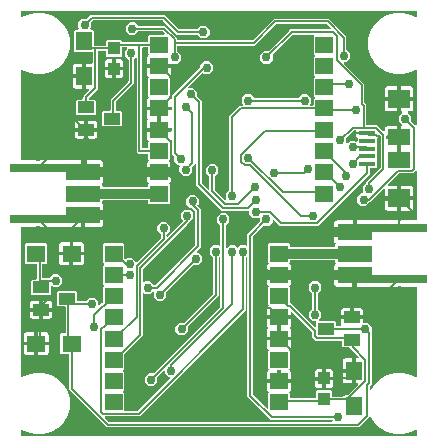
<source format=gbr>
G04 EAGLE Gerber RS-274X export*
G75*
%MOMM*%
%FSLAX34Y34*%
%LPD*%
%INBottom Copper*%
%IPPOS*%
%AMOC8*
5,1,8,0,0,1.08239X$1,22.5*%
G01*
%ADD10R,1.500000X1.400000*%
%ADD11R,2.975000X1.400000*%
%ADD12R,2.975000X1.460000*%
%ADD13R,4.700000X0.760000*%
%ADD14R,1.400000X1.600000*%
%ADD15R,1.000000X1.100000*%
%ADD16R,1.600000X1.400000*%
%ADD17R,1.350000X0.400000*%
%ADD18R,1.900000X1.400000*%
%ADD19R,1.900000X1.600000*%
%ADD20R,1.400000X1.000000*%
%ADD21C,0.812800*%
%ADD22C,0.152400*%
%ADD23C,0.756400*%

G36*
X344571Y-2409D02*
X344571Y-2409D01*
X344590Y-2411D01*
X344692Y-2389D01*
X344794Y-2373D01*
X344811Y-2363D01*
X344831Y-2359D01*
X344920Y-2306D01*
X345011Y-2257D01*
X345025Y-2243D01*
X345042Y-2233D01*
X345109Y-2154D01*
X345181Y-2079D01*
X345189Y-2061D01*
X345202Y-2046D01*
X345241Y-1950D01*
X345284Y-1856D01*
X345286Y-1836D01*
X345294Y-1818D01*
X345312Y-1651D01*
X345312Y2599D01*
X345297Y2693D01*
X345288Y2788D01*
X345277Y2814D01*
X345273Y2842D01*
X345228Y2926D01*
X345190Y3013D01*
X345171Y3034D01*
X345157Y3059D01*
X345088Y3125D01*
X345024Y3195D01*
X345000Y3209D01*
X344979Y3228D01*
X344893Y3268D01*
X344809Y3315D01*
X344782Y3320D01*
X344756Y3332D01*
X344661Y3342D01*
X344568Y3360D01*
X344540Y3356D01*
X344512Y3359D01*
X344418Y3339D01*
X344324Y3325D01*
X344292Y3311D01*
X344271Y3307D01*
X344243Y3290D01*
X344170Y3258D01*
X340298Y1022D01*
X333644Y-761D01*
X326756Y-761D01*
X320102Y1022D01*
X314137Y4466D01*
X309266Y9337D01*
X306593Y13968D01*
X306549Y14021D01*
X306523Y14065D01*
X306492Y14091D01*
X306443Y14152D01*
X306440Y14155D01*
X306437Y14158D01*
X306351Y14212D01*
X306336Y14225D01*
X306321Y14231D01*
X306236Y14285D01*
X306232Y14286D01*
X306229Y14289D01*
X306113Y14316D01*
X305998Y14345D01*
X305994Y14345D01*
X305989Y14346D01*
X305870Y14336D01*
X305752Y14326D01*
X305749Y14325D01*
X305744Y14324D01*
X305679Y14296D01*
X305678Y14296D01*
X305674Y14293D01*
X305634Y14276D01*
X305526Y14230D01*
X305522Y14227D01*
X305519Y14226D01*
X305509Y14216D01*
X305472Y14186D01*
X305460Y14180D01*
X305448Y14168D01*
X305395Y14125D01*
X296603Y5333D01*
X82873Y5333D01*
X51053Y37153D01*
X51053Y66914D01*
X51050Y66934D01*
X51052Y66953D01*
X51030Y67055D01*
X51014Y67157D01*
X51004Y67174D01*
X51000Y67194D01*
X50947Y67283D01*
X50898Y67374D01*
X50884Y67388D01*
X50874Y67405D01*
X50795Y67472D01*
X50720Y67544D01*
X50702Y67552D01*
X50687Y67565D01*
X50591Y67604D01*
X50497Y67647D01*
X50477Y67649D01*
X50459Y67657D01*
X50292Y67675D01*
X44468Y67675D01*
X43575Y68568D01*
X43575Y83832D01*
X44468Y84725D01*
X47244Y84725D01*
X47264Y84728D01*
X47283Y84726D01*
X47385Y84748D01*
X47487Y84764D01*
X47504Y84774D01*
X47524Y84778D01*
X47613Y84831D01*
X47704Y84880D01*
X47718Y84894D01*
X47735Y84904D01*
X47802Y84983D01*
X47874Y85058D01*
X47882Y85076D01*
X47895Y85091D01*
X47934Y85187D01*
X47977Y85281D01*
X47979Y85301D01*
X47987Y85319D01*
X48005Y85486D01*
X48005Y107014D01*
X48002Y107034D01*
X48004Y107053D01*
X47982Y107155D01*
X47966Y107257D01*
X47956Y107274D01*
X47952Y107294D01*
X47899Y107383D01*
X47850Y107474D01*
X47836Y107488D01*
X47826Y107505D01*
X47747Y107572D01*
X47672Y107644D01*
X47654Y107652D01*
X47639Y107665D01*
X47543Y107704D01*
X47449Y107747D01*
X47429Y107749D01*
X47411Y107757D01*
X47244Y107775D01*
X41468Y107775D01*
X40575Y108668D01*
X40575Y119932D01*
X41468Y120825D01*
X56732Y120825D01*
X57625Y119932D01*
X57625Y112776D01*
X57628Y112756D01*
X57626Y112737D01*
X57648Y112635D01*
X57664Y112533D01*
X57674Y112516D01*
X57678Y112496D01*
X57731Y112407D01*
X57780Y112316D01*
X57794Y112302D01*
X57804Y112285D01*
X57883Y112218D01*
X57958Y112146D01*
X57976Y112138D01*
X57991Y112125D01*
X58087Y112086D01*
X58181Y112043D01*
X58201Y112041D01*
X58219Y112033D01*
X58386Y112015D01*
X64571Y112015D01*
X64661Y112029D01*
X64752Y112037D01*
X64781Y112049D01*
X64813Y112054D01*
X64894Y112097D01*
X64978Y112133D01*
X65010Y112159D01*
X65031Y112170D01*
X65053Y112193D01*
X65109Y112238D01*
X67906Y115035D01*
X72302Y115035D01*
X75411Y111926D01*
X75411Y109438D01*
X75422Y109368D01*
X75424Y109296D01*
X75442Y109247D01*
X75450Y109196D01*
X75484Y109132D01*
X75509Y109065D01*
X75541Y109024D01*
X75566Y108978D01*
X75618Y108929D01*
X75662Y108873D01*
X75706Y108845D01*
X75744Y108809D01*
X75809Y108779D01*
X75869Y108740D01*
X75920Y108727D01*
X75967Y108705D01*
X76038Y108697D01*
X76108Y108680D01*
X76160Y108684D01*
X76211Y108678D01*
X76282Y108693D01*
X76353Y108699D01*
X76401Y108719D01*
X76452Y108730D01*
X76513Y108767D01*
X76579Y108795D01*
X76635Y108840D01*
X76663Y108857D01*
X76678Y108874D01*
X76710Y108900D01*
X78301Y110491D01*
X78814Y110491D01*
X78834Y110494D01*
X78853Y110492D01*
X78955Y110514D01*
X79057Y110530D01*
X79074Y110540D01*
X79094Y110544D01*
X79183Y110597D01*
X79274Y110646D01*
X79288Y110660D01*
X79305Y110670D01*
X79372Y110749D01*
X79444Y110824D01*
X79452Y110842D01*
X79465Y110857D01*
X79504Y110953D01*
X79547Y111047D01*
X79549Y111067D01*
X79557Y111085D01*
X79575Y111252D01*
X79575Y124032D01*
X80405Y124862D01*
X80417Y124878D01*
X80433Y124890D01*
X80489Y124978D01*
X80549Y125061D01*
X80555Y125080D01*
X80566Y125097D01*
X80591Y125198D01*
X80621Y125297D01*
X80621Y125316D01*
X80626Y125336D01*
X80618Y125439D01*
X80615Y125542D01*
X80608Y125561D01*
X80607Y125581D01*
X80566Y125676D01*
X80531Y125773D01*
X80518Y125789D01*
X80510Y125807D01*
X80405Y125938D01*
X79575Y126768D01*
X79575Y142032D01*
X80405Y142862D01*
X80417Y142878D01*
X80433Y142890D01*
X80489Y142978D01*
X80549Y143061D01*
X80555Y143080D01*
X80566Y143097D01*
X80591Y143198D01*
X80621Y143297D01*
X80621Y143316D01*
X80626Y143336D01*
X80618Y143439D01*
X80615Y143542D01*
X80608Y143561D01*
X80607Y143581D01*
X80566Y143676D01*
X80531Y143773D01*
X80518Y143789D01*
X80510Y143807D01*
X80405Y143938D01*
X79575Y144768D01*
X79575Y160032D01*
X80468Y160925D01*
X96732Y160925D01*
X97625Y160032D01*
X97625Y148241D01*
X97639Y148151D01*
X97647Y148060D01*
X97659Y148030D01*
X97664Y147998D01*
X97707Y147917D01*
X97743Y147833D01*
X97769Y147801D01*
X97780Y147780D01*
X97803Y147758D01*
X97848Y147702D01*
X97910Y147640D01*
X97926Y147628D01*
X97939Y147612D01*
X98026Y147557D01*
X98110Y147496D01*
X98129Y147490D01*
X98146Y147479D01*
X98246Y147454D01*
X98345Y147424D01*
X98365Y147424D01*
X98384Y147419D01*
X98487Y147427D01*
X98591Y147430D01*
X98610Y147437D01*
X98630Y147439D01*
X98724Y147479D01*
X98822Y147515D01*
X98837Y147527D01*
X98856Y147535D01*
X98987Y147640D01*
X99910Y148563D01*
X104306Y148563D01*
X107515Y145354D01*
X107531Y145342D01*
X107544Y145326D01*
X107631Y145270D01*
X107715Y145210D01*
X107734Y145204D01*
X107751Y145193D01*
X107851Y145168D01*
X107950Y145138D01*
X107970Y145138D01*
X107989Y145133D01*
X108092Y145141D01*
X108196Y145144D01*
X108215Y145151D01*
X108234Y145153D01*
X108329Y145193D01*
X108427Y145229D01*
X108443Y145241D01*
X108461Y145249D01*
X108592Y145354D01*
X128554Y165316D01*
X128601Y165381D01*
X128615Y165396D01*
X128618Y165403D01*
X128667Y165460D01*
X128679Y165490D01*
X128698Y165516D01*
X128725Y165603D01*
X128759Y165688D01*
X128763Y165729D01*
X128770Y165751D01*
X128769Y165783D01*
X128777Y165855D01*
X128777Y168203D01*
X128763Y168293D01*
X128755Y168384D01*
X128743Y168413D01*
X128738Y168445D01*
X128695Y168526D01*
X128659Y168610D01*
X128633Y168642D01*
X128622Y168663D01*
X128599Y168685D01*
X128554Y168741D01*
X125757Y171538D01*
X125757Y175934D01*
X128866Y179043D01*
X133262Y179043D01*
X136371Y175934D01*
X136371Y171538D01*
X133574Y168741D01*
X133521Y168667D01*
X133461Y168597D01*
X133449Y168567D01*
X133430Y168541D01*
X133403Y168454D01*
X133369Y168369D01*
X133365Y168328D01*
X133358Y168306D01*
X133359Y168274D01*
X133351Y168203D01*
X133351Y167378D01*
X133362Y167308D01*
X133364Y167236D01*
X133382Y167187D01*
X133390Y167136D01*
X133424Y167072D01*
X133449Y167005D01*
X133481Y166964D01*
X133506Y166918D01*
X133557Y166869D01*
X133602Y166813D01*
X133646Y166785D01*
X133684Y166749D01*
X133749Y166719D01*
X133809Y166680D01*
X133860Y166667D01*
X133907Y166645D01*
X133978Y166637D01*
X134048Y166620D01*
X134100Y166624D01*
X134151Y166618D01*
X134222Y166633D01*
X134293Y166639D01*
X134341Y166659D01*
X134392Y166670D01*
X134453Y166707D01*
X134519Y166735D01*
X134575Y166780D01*
X134603Y166797D01*
X134618Y166814D01*
X134650Y166840D01*
X147254Y179444D01*
X147266Y179460D01*
X147282Y179473D01*
X147338Y179560D01*
X147398Y179644D01*
X147404Y179663D01*
X147415Y179680D01*
X147440Y179780D01*
X147470Y179879D01*
X147470Y179899D01*
X147475Y179918D01*
X147467Y180021D01*
X147464Y180125D01*
X147457Y180144D01*
X147455Y180164D01*
X147415Y180258D01*
X147379Y180356D01*
X147367Y180372D01*
X147359Y180390D01*
X147254Y180521D01*
X145569Y182206D01*
X145569Y186602D01*
X148678Y189711D01*
X153074Y189711D01*
X156183Y186602D01*
X156183Y182206D01*
X153386Y179409D01*
X153333Y179335D01*
X153273Y179265D01*
X153261Y179235D01*
X153242Y179209D01*
X153215Y179122D01*
X153181Y179037D01*
X153177Y178996D01*
X153170Y178974D01*
X153171Y178942D01*
X153165Y178887D01*
X113762Y139484D01*
X113709Y139410D01*
X113649Y139340D01*
X113637Y139310D01*
X113618Y139284D01*
X113591Y139197D01*
X113557Y139112D01*
X113553Y139071D01*
X113546Y139049D01*
X113547Y139017D01*
X113539Y138945D01*
X113539Y128977D01*
X113550Y128907D01*
X113552Y128835D01*
X113570Y128786D01*
X113578Y128735D01*
X113612Y128671D01*
X113637Y128604D01*
X113669Y128563D01*
X113694Y128517D01*
X113746Y128468D01*
X113790Y128412D01*
X113834Y128384D01*
X113872Y128348D01*
X113937Y128318D01*
X113997Y128279D01*
X114048Y128266D01*
X114095Y128244D01*
X114166Y128236D01*
X114236Y128219D01*
X114288Y128223D01*
X114339Y128217D01*
X114410Y128232D01*
X114481Y128238D01*
X114529Y128258D01*
X114580Y128269D01*
X114641Y128306D01*
X114707Y128334D01*
X114763Y128379D01*
X114791Y128396D01*
X114806Y128413D01*
X114838Y128439D01*
X115150Y128751D01*
X119546Y128751D01*
X122343Y125954D01*
X122417Y125901D01*
X122487Y125841D01*
X122517Y125829D01*
X122543Y125810D01*
X122630Y125783D01*
X122715Y125749D01*
X122756Y125745D01*
X122778Y125738D01*
X122810Y125739D01*
X122881Y125731D01*
X123705Y125731D01*
X123796Y125745D01*
X123886Y125753D01*
X123916Y125765D01*
X123948Y125770D01*
X124029Y125813D01*
X124113Y125849D01*
X124145Y125875D01*
X124166Y125886D01*
X124188Y125909D01*
X124244Y125954D01*
X157510Y159220D01*
X157556Y159284D01*
X157577Y159306D01*
X157581Y159315D01*
X157623Y159364D01*
X157635Y159394D01*
X157654Y159420D01*
X157681Y159507D01*
X157715Y159592D01*
X157719Y159633D01*
X157726Y159655D01*
X157725Y159687D01*
X157733Y159759D01*
X157733Y187713D01*
X157719Y187804D01*
X157711Y187894D01*
X157699Y187924D01*
X157694Y187956D01*
X157651Y188037D01*
X157615Y188121D01*
X157589Y188153D01*
X157578Y188174D01*
X157555Y188196D01*
X157510Y188252D01*
X154696Y191066D01*
X154622Y191119D01*
X154552Y191179D01*
X154522Y191191D01*
X154496Y191210D01*
X154409Y191237D01*
X154324Y191271D01*
X154283Y191275D01*
X154261Y191282D01*
X154229Y191281D01*
X154158Y191289D01*
X153250Y191289D01*
X150141Y194398D01*
X150141Y198794D01*
X153250Y201903D01*
X157646Y201903D01*
X160755Y198794D01*
X160755Y194398D01*
X159832Y193475D01*
X159820Y193459D01*
X159804Y193446D01*
X159748Y193359D01*
X159688Y193275D01*
X159682Y193256D01*
X159671Y193239D01*
X159646Y193139D01*
X159616Y193040D01*
X159616Y193020D01*
X159611Y193001D01*
X159619Y192898D01*
X159622Y192794D01*
X159629Y192775D01*
X159631Y192756D01*
X159671Y192661D01*
X159707Y192563D01*
X159719Y192547D01*
X159727Y192529D01*
X159832Y192398D01*
X160744Y191486D01*
X162307Y189923D01*
X162307Y157549D01*
X159192Y154434D01*
X159150Y154376D01*
X159101Y154324D01*
X159079Y154277D01*
X159049Y154235D01*
X159028Y154166D01*
X158997Y154101D01*
X158992Y154049D01*
X158976Y153999D01*
X158978Y153928D01*
X158970Y153857D01*
X158981Y153806D01*
X158983Y153754D01*
X159007Y153686D01*
X159022Y153616D01*
X159049Y153571D01*
X159067Y153523D01*
X159112Y153467D01*
X159149Y153405D01*
X159188Y153371D01*
X159221Y153331D01*
X159281Y153292D01*
X159336Y153245D01*
X159384Y153226D01*
X159428Y153198D01*
X159497Y153180D01*
X159564Y153153D01*
X159635Y153145D01*
X159666Y153137D01*
X159690Y153139D01*
X159730Y153135D01*
X160694Y153135D01*
X163803Y150026D01*
X163803Y145630D01*
X160694Y142521D01*
X156738Y142521D01*
X156648Y142507D01*
X156557Y142499D01*
X156528Y142487D01*
X156496Y142482D01*
X156415Y142439D01*
X156331Y142403D01*
X156299Y142377D01*
X156278Y142366D01*
X156256Y142343D01*
X156200Y142298D01*
X133546Y119644D01*
X133493Y119570D01*
X133433Y119500D01*
X133421Y119470D01*
X133402Y119444D01*
X133375Y119357D01*
X133341Y119272D01*
X133337Y119231D01*
X133330Y119209D01*
X133331Y119177D01*
X133323Y119106D01*
X133323Y115150D01*
X130214Y112041D01*
X125818Y112041D01*
X122709Y115150D01*
X122709Y119463D01*
X122698Y119533D01*
X122696Y119605D01*
X122678Y119654D01*
X122670Y119705D01*
X122636Y119769D01*
X122611Y119836D01*
X122579Y119877D01*
X122554Y119923D01*
X122502Y119972D01*
X122458Y120028D01*
X122414Y120056D01*
X122376Y120092D01*
X122311Y120122D01*
X122251Y120161D01*
X122200Y120174D01*
X122153Y120196D01*
X122082Y120204D01*
X122012Y120221D01*
X121960Y120217D01*
X121909Y120223D01*
X121838Y120208D01*
X121767Y120202D01*
X121719Y120182D01*
X121668Y120171D01*
X121607Y120134D01*
X121541Y120106D01*
X121485Y120061D01*
X121457Y120044D01*
X121442Y120027D01*
X121410Y120001D01*
X119546Y118137D01*
X115150Y118137D01*
X114838Y118449D01*
X114780Y118491D01*
X114728Y118540D01*
X114681Y118562D01*
X114639Y118592D01*
X114570Y118614D01*
X114505Y118644D01*
X114453Y118649D01*
X114403Y118665D01*
X114332Y118663D01*
X114261Y118671D01*
X114210Y118660D01*
X114158Y118658D01*
X114090Y118634D01*
X114020Y118619D01*
X113975Y118592D01*
X113927Y118574D01*
X113871Y118529D01*
X113809Y118492D01*
X113775Y118453D01*
X113735Y118420D01*
X113696Y118360D01*
X113649Y118305D01*
X113630Y118257D01*
X113602Y118213D01*
X113584Y118144D01*
X113557Y118077D01*
X113549Y118006D01*
X113541Y117975D01*
X113543Y117952D01*
X113539Y117911D01*
X113539Y82873D01*
X97848Y67182D01*
X97795Y67108D01*
X97735Y67038D01*
X97723Y67008D01*
X97704Y66982D01*
X97677Y66895D01*
X97643Y66810D01*
X97639Y66769D01*
X97632Y66747D01*
X97633Y66715D01*
X97625Y66643D01*
X97625Y54768D01*
X96795Y53938D01*
X96783Y53922D01*
X96767Y53910D01*
X96711Y53822D01*
X96651Y53739D01*
X96645Y53720D01*
X96634Y53703D01*
X96609Y53602D01*
X96579Y53503D01*
X96579Y53484D01*
X96574Y53464D01*
X96582Y53361D01*
X96585Y53258D01*
X96592Y53239D01*
X96593Y53219D01*
X96634Y53124D01*
X96669Y53027D01*
X96682Y53011D01*
X96690Y52993D01*
X96795Y52862D01*
X97625Y52032D01*
X97625Y36768D01*
X96795Y35938D01*
X96783Y35922D01*
X96767Y35910D01*
X96711Y35822D01*
X96651Y35739D01*
X96645Y35720D01*
X96634Y35703D01*
X96609Y35602D01*
X96579Y35503D01*
X96579Y35484D01*
X96574Y35464D01*
X96582Y35361D01*
X96585Y35258D01*
X96592Y35239D01*
X96593Y35219D01*
X96634Y35124D01*
X96669Y35027D01*
X96682Y35011D01*
X96690Y34993D01*
X96795Y34862D01*
X97625Y34032D01*
X97625Y19812D01*
X97628Y19792D01*
X97626Y19773D01*
X97648Y19671D01*
X97664Y19569D01*
X97674Y19552D01*
X97678Y19532D01*
X97731Y19443D01*
X97780Y19352D01*
X97794Y19338D01*
X97804Y19321D01*
X97883Y19254D01*
X97958Y19182D01*
X97976Y19174D01*
X97991Y19161D01*
X98087Y19122D01*
X98181Y19079D01*
X98201Y19077D01*
X98219Y19069D01*
X98386Y19051D01*
X108465Y19051D01*
X108556Y19065D01*
X108646Y19073D01*
X108676Y19085D01*
X108708Y19090D01*
X108789Y19133D01*
X108873Y19169D01*
X108905Y19195D01*
X108926Y19206D01*
X108948Y19229D01*
X109004Y19274D01*
X136464Y46734D01*
X136506Y46792D01*
X136555Y46844D01*
X136577Y46891D01*
X136607Y46933D01*
X136628Y47002D01*
X136659Y47067D01*
X136664Y47119D01*
X136680Y47169D01*
X136678Y47240D01*
X136686Y47311D01*
X136675Y47362D01*
X136673Y47414D01*
X136649Y47482D01*
X136634Y47552D01*
X136607Y47597D01*
X136589Y47645D01*
X136544Y47701D01*
X136507Y47763D01*
X136468Y47797D01*
X136435Y47837D01*
X136375Y47876D01*
X136320Y47923D01*
X136272Y47942D01*
X136228Y47970D01*
X136159Y47988D01*
X136092Y48015D01*
X136021Y48023D01*
X135990Y48031D01*
X135966Y48029D01*
X135926Y48033D01*
X134962Y48033D01*
X131853Y51142D01*
X131853Y52106D01*
X131842Y52176D01*
X131840Y52248D01*
X131822Y52297D01*
X131814Y52348D01*
X131780Y52412D01*
X131755Y52479D01*
X131723Y52520D01*
X131698Y52566D01*
X131646Y52615D01*
X131602Y52671D01*
X131558Y52699D01*
X131520Y52735D01*
X131455Y52765D01*
X131395Y52804D01*
X131344Y52817D01*
X131297Y52839D01*
X131226Y52847D01*
X131156Y52864D01*
X131104Y52860D01*
X131053Y52866D01*
X130982Y52851D01*
X130911Y52845D01*
X130863Y52825D01*
X130812Y52814D01*
X130751Y52777D01*
X130685Y52749D01*
X130629Y52704D01*
X130601Y52687D01*
X130586Y52670D01*
X130554Y52644D01*
X125926Y48016D01*
X125873Y47942D01*
X125813Y47872D01*
X125801Y47842D01*
X125782Y47816D01*
X125755Y47729D01*
X125721Y47644D01*
X125717Y47603D01*
X125710Y47581D01*
X125711Y47549D01*
X125703Y47477D01*
X125703Y43522D01*
X122594Y40413D01*
X118198Y40413D01*
X115089Y43522D01*
X115089Y47918D01*
X118198Y51027D01*
X122153Y51027D01*
X122244Y51041D01*
X122334Y51049D01*
X122364Y51061D01*
X122396Y51066D01*
X122477Y51109D01*
X122561Y51145D01*
X122593Y51171D01*
X122614Y51182D01*
X122636Y51205D01*
X122692Y51250D01*
X178846Y107404D01*
X178899Y107478D01*
X178959Y107548D01*
X178971Y107578D01*
X178990Y107604D01*
X179017Y107691D01*
X179051Y107776D01*
X179055Y107817D01*
X179062Y107839D01*
X179061Y107871D01*
X179069Y107943D01*
X179069Y148391D01*
X179058Y148460D01*
X179056Y148531D01*
X179038Y148581D01*
X179030Y148633D01*
X178997Y148696D01*
X178972Y148762D01*
X178939Y148804D01*
X178914Y148851D01*
X178863Y148899D01*
X178819Y148955D01*
X178775Y148984D01*
X178736Y149020D01*
X178672Y149050D01*
X178613Y149088D01*
X178561Y149101D01*
X178513Y149124D01*
X178443Y149132D01*
X178374Y149149D01*
X178321Y149145D01*
X178269Y149151D01*
X178199Y149136D01*
X178129Y149131D01*
X178080Y149110D01*
X178028Y149099D01*
X177968Y149062D01*
X177902Y149035D01*
X177863Y149000D01*
X177817Y148972D01*
X177771Y148919D01*
X177718Y148872D01*
X177678Y148810D01*
X177657Y148785D01*
X177654Y148779D01*
X177649Y148764D01*
X177627Y148731D01*
X177600Y148643D01*
X177565Y148557D01*
X177561Y148518D01*
X177554Y148496D01*
X177555Y148464D01*
X177547Y148391D01*
X177547Y116401D01*
X151834Y90688D01*
X151781Y90614D01*
X151721Y90544D01*
X151709Y90514D01*
X151690Y90488D01*
X151663Y90401D01*
X151629Y90316D01*
X151625Y90275D01*
X151618Y90253D01*
X151619Y90221D01*
X151611Y90150D01*
X151611Y86194D01*
X148502Y83085D01*
X144106Y83085D01*
X140997Y86194D01*
X140997Y90590D01*
X144106Y93699D01*
X148062Y93699D01*
X148152Y93713D01*
X148243Y93721D01*
X148272Y93733D01*
X148304Y93738D01*
X148385Y93781D01*
X148469Y93817D01*
X148501Y93843D01*
X148522Y93854D01*
X148544Y93877D01*
X148600Y93922D01*
X172750Y118072D01*
X172803Y118146D01*
X172863Y118216D01*
X172875Y118246D01*
X172894Y118272D01*
X172921Y118359D01*
X172955Y118444D01*
X172959Y118485D01*
X172966Y118507D01*
X172965Y118539D01*
X172973Y118611D01*
X172973Y148391D01*
X172959Y148481D01*
X172951Y148572D01*
X172939Y148601D01*
X172934Y148633D01*
X172891Y148714D01*
X172855Y148798D01*
X172829Y148830D01*
X172818Y148851D01*
X172795Y148873D01*
X172750Y148929D01*
X169953Y151726D01*
X169953Y156122D01*
X173062Y159231D01*
X177458Y159231D01*
X177770Y158919D01*
X177828Y158877D01*
X177880Y158828D01*
X177927Y158806D01*
X177969Y158776D01*
X178038Y158754D01*
X178103Y158724D01*
X178155Y158719D01*
X178205Y158703D01*
X178276Y158705D01*
X178347Y158697D01*
X178398Y158708D01*
X178450Y158710D01*
X178518Y158734D01*
X178588Y158749D01*
X178633Y158776D01*
X178681Y158794D01*
X178737Y158839D01*
X178799Y158876D01*
X178833Y158915D01*
X178873Y158948D01*
X178912Y159008D01*
X178959Y159063D01*
X178978Y159111D01*
X179006Y159155D01*
X179024Y159224D01*
X179051Y159291D01*
X179059Y159362D01*
X179067Y159393D01*
X179065Y159416D01*
X179069Y159457D01*
X179069Y175823D01*
X179055Y175913D01*
X179047Y176004D01*
X179035Y176033D01*
X179030Y176065D01*
X178987Y176146D01*
X178951Y176230D01*
X178925Y176262D01*
X178914Y176283D01*
X178891Y176305D01*
X178846Y176361D01*
X176049Y179158D01*
X176049Y183554D01*
X179158Y186663D01*
X183554Y186663D01*
X186663Y183554D01*
X186663Y179158D01*
X183866Y176361D01*
X183813Y176287D01*
X183753Y176217D01*
X183741Y176187D01*
X183722Y176161D01*
X183695Y176074D01*
X183661Y175989D01*
X183657Y175948D01*
X183650Y175926D01*
X183651Y175894D01*
X183643Y175823D01*
X183643Y157933D01*
X183654Y157863D01*
X183656Y157791D01*
X183674Y157742D01*
X183682Y157691D01*
X183716Y157627D01*
X183741Y157560D01*
X183773Y157519D01*
X183798Y157473D01*
X183850Y157424D01*
X183894Y157368D01*
X183938Y157340D01*
X183976Y157304D01*
X184041Y157274D01*
X184101Y157235D01*
X184152Y157222D01*
X184199Y157200D01*
X184270Y157192D01*
X184340Y157175D01*
X184392Y157179D01*
X184443Y157173D01*
X184514Y157188D01*
X184585Y157194D01*
X184633Y157214D01*
X184684Y157225D01*
X184745Y157262D01*
X184811Y157290D01*
X184867Y157335D01*
X184895Y157352D01*
X184910Y157369D01*
X184942Y157395D01*
X186778Y159231D01*
X191174Y159231D01*
X193010Y157395D01*
X193026Y157384D01*
X193038Y157368D01*
X193126Y157312D01*
X193209Y157252D01*
X193228Y157246D01*
X193245Y157235D01*
X193346Y157210D01*
X193445Y157179D01*
X193464Y157180D01*
X193484Y157175D01*
X193587Y157183D01*
X193690Y157186D01*
X193709Y157192D01*
X193729Y157194D01*
X193824Y157234D01*
X193921Y157270D01*
X193937Y157283D01*
X193955Y157290D01*
X194086Y157395D01*
X195922Y159231D01*
X200318Y159231D01*
X200630Y158919D01*
X200688Y158877D01*
X200740Y158828D01*
X200787Y158806D01*
X200829Y158776D01*
X200898Y158754D01*
X200963Y158724D01*
X201015Y158719D01*
X201065Y158703D01*
X201136Y158705D01*
X201207Y158697D01*
X201258Y158708D01*
X201310Y158710D01*
X201378Y158734D01*
X201448Y158749D01*
X201493Y158776D01*
X201541Y158794D01*
X201597Y158839D01*
X201659Y158876D01*
X201693Y158915D01*
X201733Y158948D01*
X201772Y159008D01*
X201819Y159063D01*
X201838Y159111D01*
X201866Y159155D01*
X201884Y159224D01*
X201911Y159291D01*
X201919Y159362D01*
X201927Y159393D01*
X201925Y159416D01*
X201929Y159457D01*
X201929Y168587D01*
X212402Y179060D01*
X212455Y179134D01*
X212515Y179204D01*
X212527Y179234D01*
X212546Y179260D01*
X212573Y179347D01*
X212607Y179432D01*
X212611Y179473D01*
X212618Y179495D01*
X212617Y179527D01*
X212625Y179599D01*
X212625Y181947D01*
X212614Y182017D01*
X212612Y182089D01*
X212594Y182138D01*
X212586Y182189D01*
X212552Y182253D01*
X212527Y182320D01*
X212495Y182361D01*
X212470Y182407D01*
X212418Y182456D01*
X212374Y182512D01*
X212330Y182540D01*
X212292Y182576D01*
X212227Y182606D01*
X212167Y182645D01*
X212116Y182658D01*
X212069Y182680D01*
X211998Y182688D01*
X211928Y182705D01*
X211876Y182701D01*
X211825Y182707D01*
X211754Y182692D01*
X211683Y182686D01*
X211635Y182666D01*
X211584Y182655D01*
X211523Y182618D01*
X211457Y182590D01*
X211401Y182545D01*
X211373Y182528D01*
X211358Y182511D01*
X211326Y182485D01*
X210986Y182145D01*
X206590Y182145D01*
X203481Y185254D01*
X203481Y187960D01*
X203478Y187980D01*
X203480Y187999D01*
X203458Y188101D01*
X203442Y188203D01*
X203432Y188220D01*
X203428Y188240D01*
X203375Y188329D01*
X203326Y188420D01*
X203312Y188434D01*
X203302Y188451D01*
X203223Y188518D01*
X203148Y188590D01*
X203130Y188598D01*
X203115Y188611D01*
X203019Y188650D01*
X202925Y188693D01*
X202905Y188695D01*
X202887Y188703D01*
X202720Y188721D01*
X179901Y188721D01*
X158495Y210127D01*
X158495Y227310D01*
X158484Y227380D01*
X158482Y227452D01*
X158464Y227501D01*
X158456Y227552D01*
X158422Y227616D01*
X158397Y227683D01*
X158365Y227724D01*
X158340Y227770D01*
X158288Y227819D01*
X158244Y227875D01*
X158200Y227903D01*
X158162Y227939D01*
X158097Y227969D01*
X158037Y228008D01*
X157986Y228021D01*
X157939Y228043D01*
X157868Y228051D01*
X157798Y228068D01*
X157746Y228064D01*
X157695Y228070D01*
X157624Y228055D01*
X157553Y228049D01*
X157505Y228029D01*
X157454Y228018D01*
X157393Y227981D01*
X157327Y227953D01*
X157271Y227908D01*
X157243Y227891D01*
X157228Y227874D01*
X157196Y227848D01*
X155164Y225816D01*
X155111Y225742D01*
X155051Y225672D01*
X155039Y225642D01*
X155020Y225616D01*
X154993Y225529D01*
X154959Y225444D01*
X154955Y225403D01*
X154948Y225381D01*
X154949Y225349D01*
X154941Y225277D01*
X154941Y221322D01*
X151832Y218213D01*
X147436Y218213D01*
X144327Y221322D01*
X144327Y225718D01*
X144413Y225804D01*
X144455Y225862D01*
X144504Y225914D01*
X144526Y225961D01*
X144556Y226003D01*
X144578Y226072D01*
X144608Y226137D01*
X144613Y226189D01*
X144629Y226239D01*
X144627Y226310D01*
X144635Y226381D01*
X144624Y226432D01*
X144622Y226484D01*
X144598Y226552D01*
X144583Y226622D01*
X144556Y226667D01*
X144538Y226715D01*
X144493Y226771D01*
X144456Y226833D01*
X144417Y226867D01*
X144384Y226907D01*
X144324Y226946D01*
X144269Y226993D01*
X144221Y227012D01*
X144177Y227040D01*
X144108Y227058D01*
X144041Y227085D01*
X143970Y227093D01*
X143939Y227101D01*
X143916Y227099D01*
X143875Y227103D01*
X143090Y227103D01*
X139981Y230212D01*
X139981Y234168D01*
X139967Y234258D01*
X139959Y234349D01*
X139947Y234378D01*
X139942Y234410D01*
X139899Y234491D01*
X139863Y234575D01*
X139837Y234607D01*
X139826Y234628D01*
X139803Y234650D01*
X139758Y234706D01*
X137921Y236543D01*
X137921Y248203D01*
X137913Y248251D01*
X137915Y248299D01*
X137894Y248372D01*
X137882Y248446D01*
X137859Y248489D01*
X137845Y248535D01*
X137802Y248597D01*
X137766Y248663D01*
X137732Y248697D01*
X137704Y248736D01*
X137643Y248781D01*
X137588Y248833D01*
X137544Y248853D01*
X137506Y248882D01*
X137433Y248905D01*
X137365Y248936D01*
X137317Y248942D01*
X137271Y248956D01*
X137196Y248955D01*
X137121Y248964D01*
X137073Y248953D01*
X137025Y248953D01*
X136954Y248927D01*
X136880Y248911D01*
X136839Y248887D01*
X136793Y248871D01*
X136734Y248824D01*
X136669Y248785D01*
X136638Y248749D01*
X136600Y248719D01*
X136566Y248673D01*
X136060Y248167D01*
X136050Y248161D01*
X135959Y248086D01*
X135865Y248012D01*
X135863Y248008D01*
X135860Y248005D01*
X135797Y247906D01*
X135732Y247805D01*
X135731Y247801D01*
X135729Y247797D01*
X135701Y247682D01*
X135672Y247566D01*
X135673Y247562D01*
X135672Y247558D01*
X135682Y247439D01*
X135691Y247321D01*
X135693Y247317D01*
X135693Y247313D01*
X135741Y247205D01*
X135788Y247095D01*
X135791Y247091D01*
X135792Y247088D01*
X135801Y247078D01*
X135893Y246964D01*
X136025Y246832D01*
X136025Y231568D01*
X135893Y231436D01*
X135824Y231341D01*
X135753Y231244D01*
X135751Y231240D01*
X135749Y231237D01*
X135714Y231123D01*
X135678Y231010D01*
X135678Y231005D01*
X135677Y231002D01*
X135680Y230883D01*
X135682Y230764D01*
X135683Y230760D01*
X135683Y230756D01*
X135724Y230644D01*
X135763Y230532D01*
X135766Y230529D01*
X135767Y230525D01*
X135842Y230432D01*
X135915Y230338D01*
X135919Y230335D01*
X135921Y230333D01*
X135933Y230325D01*
X136050Y230239D01*
X136060Y230233D01*
X136533Y229760D01*
X136868Y229181D01*
X137041Y228534D01*
X137041Y222723D01*
X127762Y222723D01*
X127742Y222720D01*
X127723Y222722D01*
X127621Y222700D01*
X127519Y222683D01*
X127502Y222674D01*
X127482Y222670D01*
X127393Y222617D01*
X127302Y222568D01*
X127288Y222554D01*
X127271Y222544D01*
X127204Y222465D01*
X127133Y222390D01*
X127124Y222372D01*
X127111Y222357D01*
X127072Y222261D01*
X127029Y222167D01*
X127027Y222147D01*
X127019Y222129D01*
X127001Y221962D01*
X127001Y220438D01*
X127004Y220418D01*
X127002Y220399D01*
X127024Y220297D01*
X127041Y220195D01*
X127050Y220178D01*
X127054Y220158D01*
X127107Y220069D01*
X127156Y219978D01*
X127170Y219964D01*
X127180Y219947D01*
X127259Y219880D01*
X127334Y219809D01*
X127352Y219800D01*
X127367Y219787D01*
X127463Y219748D01*
X127557Y219705D01*
X127577Y219703D01*
X127595Y219695D01*
X127762Y219677D01*
X137041Y219677D01*
X137041Y213866D01*
X136868Y213219D01*
X136533Y212640D01*
X136060Y212167D01*
X136050Y212161D01*
X135997Y212118D01*
X135974Y212105D01*
X135946Y212076D01*
X135865Y212012D01*
X135863Y212008D01*
X135860Y212005D01*
X135823Y211947D01*
X135804Y211927D01*
X135787Y211890D01*
X135732Y211805D01*
X135731Y211801D01*
X135729Y211797D01*
X135713Y211731D01*
X135701Y211704D01*
X135696Y211659D01*
X135672Y211566D01*
X135673Y211562D01*
X135672Y211558D01*
X135677Y211494D01*
X135674Y211460D01*
X135685Y211409D01*
X135691Y211321D01*
X135693Y211317D01*
X135693Y211313D01*
X135717Y211258D01*
X135726Y211219D01*
X135757Y211168D01*
X135788Y211095D01*
X135791Y211091D01*
X135792Y211088D01*
X135801Y211078D01*
X135837Y211033D01*
X135852Y211008D01*
X135868Y210995D01*
X135893Y210964D01*
X136025Y210832D01*
X136025Y195568D01*
X135132Y194675D01*
X118868Y194675D01*
X117975Y195568D01*
X117975Y196850D01*
X117972Y196870D01*
X117974Y196889D01*
X117952Y196991D01*
X117936Y197093D01*
X117926Y197110D01*
X117922Y197130D01*
X117869Y197219D01*
X117820Y197310D01*
X117806Y197324D01*
X117796Y197341D01*
X117717Y197408D01*
X117642Y197480D01*
X117624Y197488D01*
X117609Y197501D01*
X117513Y197540D01*
X117419Y197583D01*
X117399Y197585D01*
X117381Y197593D01*
X117214Y197611D01*
X79931Y197611D01*
X79911Y197608D01*
X79892Y197610D01*
X79790Y197588D01*
X79688Y197572D01*
X79671Y197562D01*
X79651Y197558D01*
X79562Y197505D01*
X79471Y197456D01*
X79457Y197442D01*
X79440Y197432D01*
X79373Y197353D01*
X79301Y197278D01*
X79293Y197260D01*
X79280Y197245D01*
X79241Y197149D01*
X79198Y197055D01*
X79196Y197035D01*
X79188Y197017D01*
X79170Y196850D01*
X79170Y195568D01*
X79083Y195482D01*
X79071Y195465D01*
X79056Y195453D01*
X79000Y195366D01*
X78939Y195282D01*
X78934Y195263D01*
X78923Y195246D01*
X78898Y195146D01*
X78867Y195047D01*
X78868Y195027D01*
X78863Y195008D01*
X78871Y194905D01*
X78873Y194801D01*
X78880Y194782D01*
X78882Y194762D01*
X78922Y194667D01*
X78958Y194570D01*
X78970Y194554D01*
X78978Y194536D01*
X79083Y194405D01*
X79553Y193935D01*
X79888Y193356D01*
X80061Y192709D01*
X80061Y186598D01*
X63407Y186598D01*
X63387Y186595D01*
X63368Y186597D01*
X63266Y186575D01*
X63164Y186558D01*
X63147Y186549D01*
X63127Y186545D01*
X63038Y186492D01*
X62947Y186443D01*
X62933Y186429D01*
X62916Y186419D01*
X62849Y186340D01*
X62778Y186265D01*
X62769Y186247D01*
X62756Y186232D01*
X62717Y186136D01*
X62674Y186042D01*
X62672Y186022D01*
X62664Y186004D01*
X62646Y185837D01*
X62646Y185074D01*
X61883Y185074D01*
X61863Y185071D01*
X61844Y185073D01*
X61742Y185051D01*
X61640Y185034D01*
X61623Y185025D01*
X61603Y185021D01*
X61514Y184968D01*
X61423Y184919D01*
X61409Y184905D01*
X61392Y184895D01*
X61325Y184816D01*
X61254Y184741D01*
X61245Y184723D01*
X61232Y184708D01*
X61193Y184612D01*
X61150Y184518D01*
X61148Y184498D01*
X61140Y184480D01*
X61122Y184313D01*
X61122Y175234D01*
X48705Y175234D01*
X26283Y175234D01*
X26270Y175294D01*
X26253Y175396D01*
X26244Y175413D01*
X26240Y175433D01*
X26187Y175522D01*
X26138Y175613D01*
X26124Y175627D01*
X26114Y175644D01*
X26035Y175711D01*
X25960Y175783D01*
X25942Y175791D01*
X25927Y175804D01*
X25831Y175843D01*
X25737Y175886D01*
X25717Y175888D01*
X25699Y175896D01*
X25532Y175914D01*
X24008Y175914D01*
X23988Y175911D01*
X23969Y175913D01*
X23867Y175891D01*
X23765Y175875D01*
X23748Y175865D01*
X23728Y175861D01*
X23639Y175808D01*
X23548Y175759D01*
X23534Y175745D01*
X23517Y175735D01*
X23450Y175656D01*
X23379Y175581D01*
X23370Y175563D01*
X23357Y175548D01*
X23318Y175452D01*
X23275Y175358D01*
X23273Y175338D01*
X23265Y175320D01*
X23256Y175234D01*
X11049Y175234D01*
X11029Y175231D01*
X11010Y175233D01*
X10908Y175211D01*
X10806Y175195D01*
X10789Y175185D01*
X10769Y175181D01*
X10680Y175128D01*
X10589Y175079D01*
X10575Y175065D01*
X10558Y175055D01*
X10491Y174976D01*
X10419Y174901D01*
X10411Y174883D01*
X10398Y174868D01*
X10359Y174772D01*
X10316Y174678D01*
X10314Y174658D01*
X10306Y174640D01*
X10288Y174473D01*
X10288Y48201D01*
X10303Y48107D01*
X10312Y48012D01*
X10323Y47986D01*
X10327Y47958D01*
X10372Y47874D01*
X10410Y47787D01*
X10429Y47766D01*
X10443Y47741D01*
X10512Y47675D01*
X10576Y47605D01*
X10600Y47591D01*
X10621Y47572D01*
X10707Y47532D01*
X10791Y47485D01*
X10818Y47480D01*
X10844Y47468D01*
X10939Y47458D01*
X11032Y47440D01*
X11060Y47444D01*
X11088Y47441D01*
X11182Y47461D01*
X11276Y47475D01*
X11308Y47489D01*
X11329Y47493D01*
X11357Y47510D01*
X11430Y47542D01*
X15302Y49778D01*
X21956Y51561D01*
X28844Y51561D01*
X35498Y49778D01*
X41463Y46334D01*
X46334Y41463D01*
X49778Y35498D01*
X51561Y28844D01*
X51561Y21956D01*
X49778Y15302D01*
X46334Y9337D01*
X41463Y4466D01*
X35498Y1022D01*
X28844Y-761D01*
X21956Y-761D01*
X15302Y1022D01*
X11430Y3258D01*
X11341Y3292D01*
X11254Y3332D01*
X11226Y3335D01*
X11200Y3345D01*
X11104Y3349D01*
X11010Y3359D01*
X10982Y3353D01*
X10954Y3354D01*
X10862Y3327D01*
X10769Y3307D01*
X10745Y3292D01*
X10718Y3284D01*
X10640Y3229D01*
X10558Y3181D01*
X10540Y3159D01*
X10517Y3143D01*
X10460Y3066D01*
X10398Y2994D01*
X10388Y2967D01*
X10371Y2945D01*
X10342Y2854D01*
X10306Y2765D01*
X10302Y2730D01*
X10296Y2710D01*
X10296Y2677D01*
X10288Y2599D01*
X10288Y-1651D01*
X10291Y-1671D01*
X10289Y-1690D01*
X10311Y-1792D01*
X10327Y-1894D01*
X10337Y-1911D01*
X10341Y-1931D01*
X10394Y-2020D01*
X10443Y-2111D01*
X10457Y-2125D01*
X10467Y-2142D01*
X10546Y-2209D01*
X10621Y-2281D01*
X10639Y-2289D01*
X10654Y-2302D01*
X10750Y-2341D01*
X10844Y-2384D01*
X10864Y-2386D01*
X10882Y-2394D01*
X11049Y-2412D01*
X344551Y-2412D01*
X344571Y-2409D01*
G37*
G36*
X117234Y208792D02*
X117234Y208792D01*
X117253Y208790D01*
X117355Y208812D01*
X117457Y208828D01*
X117474Y208838D01*
X117494Y208842D01*
X117583Y208895D01*
X117674Y208944D01*
X117688Y208958D01*
X117705Y208968D01*
X117772Y209047D01*
X117844Y209122D01*
X117852Y209140D01*
X117865Y209155D01*
X117904Y209251D01*
X117947Y209345D01*
X117949Y209365D01*
X117957Y209383D01*
X117975Y209550D01*
X117975Y210832D01*
X118107Y210964D01*
X118150Y211023D01*
X118196Y211071D01*
X118215Y211112D01*
X118247Y211156D01*
X118249Y211160D01*
X118251Y211163D01*
X118275Y211242D01*
X118299Y211294D01*
X118304Y211332D01*
X118322Y211390D01*
X118322Y211395D01*
X118323Y211398D01*
X118321Y211490D01*
X118326Y211538D01*
X118319Y211570D01*
X118318Y211636D01*
X118317Y211640D01*
X118317Y211644D01*
X118283Y211736D01*
X118274Y211779D01*
X118259Y211804D01*
X118237Y211868D01*
X118234Y211871D01*
X118233Y211875D01*
X118169Y211955D01*
X118148Y211990D01*
X118128Y212007D01*
X118085Y212062D01*
X118081Y212065D01*
X118079Y212067D01*
X118067Y212075D01*
X117950Y212161D01*
X117940Y212167D01*
X117467Y212640D01*
X117132Y213219D01*
X116959Y213866D01*
X116959Y219677D01*
X126238Y219677D01*
X126258Y219680D01*
X126277Y219678D01*
X126379Y219700D01*
X126481Y219717D01*
X126498Y219726D01*
X126518Y219730D01*
X126607Y219783D01*
X126698Y219832D01*
X126712Y219846D01*
X126729Y219856D01*
X126796Y219935D01*
X126867Y220010D01*
X126876Y220028D01*
X126889Y220043D01*
X126928Y220139D01*
X126971Y220233D01*
X126973Y220253D01*
X126981Y220271D01*
X126999Y220438D01*
X126999Y221962D01*
X126996Y221982D01*
X126998Y222001D01*
X126976Y222103D01*
X126959Y222205D01*
X126950Y222222D01*
X126946Y222242D01*
X126893Y222331D01*
X126844Y222422D01*
X126830Y222436D01*
X126820Y222453D01*
X126741Y222520D01*
X126666Y222591D01*
X126648Y222600D01*
X126633Y222613D01*
X126537Y222652D01*
X126443Y222695D01*
X126423Y222697D01*
X126405Y222705D01*
X126238Y222723D01*
X116959Y222723D01*
X116959Y228534D01*
X117132Y229181D01*
X117467Y229760D01*
X117940Y230233D01*
X117950Y230239D01*
X118041Y230314D01*
X118135Y230388D01*
X118137Y230392D01*
X118140Y230395D01*
X118203Y230494D01*
X118268Y230595D01*
X118269Y230599D01*
X118271Y230603D01*
X118299Y230718D01*
X118328Y230834D01*
X118327Y230838D01*
X118328Y230842D01*
X118318Y230961D01*
X118309Y231079D01*
X118307Y231083D01*
X118307Y231087D01*
X118259Y231195D01*
X118212Y231305D01*
X118209Y231309D01*
X118208Y231312D01*
X118199Y231322D01*
X118107Y231436D01*
X117975Y231568D01*
X117975Y236220D01*
X117972Y236240D01*
X117974Y236259D01*
X117952Y236361D01*
X117936Y236463D01*
X117926Y236480D01*
X117922Y236500D01*
X117869Y236589D01*
X117820Y236680D01*
X117806Y236694D01*
X117796Y236711D01*
X117717Y236778D01*
X117642Y236850D01*
X117624Y236858D01*
X117609Y236871D01*
X117513Y236910D01*
X117419Y236953D01*
X117399Y236955D01*
X117381Y236963D01*
X117214Y236981D01*
X109543Y236981D01*
X108203Y238321D01*
X108203Y317047D01*
X108192Y317117D01*
X108190Y317189D01*
X108172Y317238D01*
X108164Y317289D01*
X108130Y317353D01*
X108105Y317420D01*
X108073Y317461D01*
X108048Y317507D01*
X107996Y317556D01*
X107952Y317612D01*
X107908Y317640D01*
X107870Y317676D01*
X107805Y317706D01*
X107745Y317745D01*
X107694Y317758D01*
X107647Y317780D01*
X107576Y317788D01*
X107506Y317805D01*
X107454Y317801D01*
X107403Y317807D01*
X107332Y317792D01*
X107261Y317786D01*
X107213Y317766D01*
X107162Y317755D01*
X107101Y317718D01*
X107035Y317690D01*
X106979Y317645D01*
X106951Y317628D01*
X106936Y317611D01*
X106904Y317585D01*
X106142Y316823D01*
X106089Y316749D01*
X106029Y316679D01*
X106017Y316649D01*
X105998Y316623D01*
X105971Y316536D01*
X105937Y316451D01*
X105933Y316410D01*
X105926Y316388D01*
X105927Y316356D01*
X105919Y316285D01*
X105919Y296233D01*
X90902Y281216D01*
X90849Y281142D01*
X90789Y281072D01*
X90777Y281042D01*
X90758Y281016D01*
X90731Y280929D01*
X90697Y280844D01*
X90693Y280803D01*
X90686Y280781D01*
X90687Y280749D01*
X90679Y280677D01*
X90679Y273986D01*
X90682Y273966D01*
X90680Y273947D01*
X90702Y273845D01*
X90718Y273743D01*
X90728Y273726D01*
X90732Y273706D01*
X90785Y273617D01*
X90834Y273526D01*
X90848Y273512D01*
X90858Y273495D01*
X90937Y273428D01*
X91012Y273356D01*
X91030Y273348D01*
X91045Y273335D01*
X91141Y273296D01*
X91235Y273253D01*
X91255Y273251D01*
X91273Y273243D01*
X91440Y273225D01*
X94832Y273225D01*
X95725Y272332D01*
X95725Y261068D01*
X94832Y260175D01*
X79568Y260175D01*
X78675Y261068D01*
X78675Y272332D01*
X79568Y273225D01*
X85344Y273225D01*
X85364Y273228D01*
X85383Y273226D01*
X85485Y273248D01*
X85587Y273264D01*
X85604Y273274D01*
X85624Y273278D01*
X85713Y273331D01*
X85804Y273380D01*
X85818Y273394D01*
X85835Y273404D01*
X85902Y273483D01*
X85974Y273558D01*
X85982Y273576D01*
X85995Y273591D01*
X86034Y273687D01*
X86077Y273781D01*
X86079Y273801D01*
X86087Y273819D01*
X86105Y273986D01*
X86105Y282887D01*
X101122Y297904D01*
X101175Y297978D01*
X101235Y298048D01*
X101247Y298078D01*
X101266Y298104D01*
X101293Y298191D01*
X101327Y298276D01*
X101331Y298317D01*
X101338Y298339D01*
X101337Y298371D01*
X101345Y298443D01*
X101345Y316285D01*
X101331Y316375D01*
X101323Y316466D01*
X101311Y316495D01*
X101306Y316527D01*
X101263Y316608D01*
X101227Y316692D01*
X101201Y316724D01*
X101190Y316745D01*
X101167Y316767D01*
X101122Y316823D01*
X98325Y319620D01*
X98325Y324016D01*
X99907Y325598D01*
X99949Y325656D01*
X99998Y325708D01*
X100020Y325755D01*
X100050Y325797D01*
X100072Y325866D01*
X100102Y325931D01*
X100107Y325983D01*
X100123Y326033D01*
X100121Y326104D01*
X100129Y326175D01*
X100118Y326226D01*
X100116Y326278D01*
X100092Y326346D01*
X100077Y326416D01*
X100050Y326461D01*
X100032Y326509D01*
X99987Y326565D01*
X99950Y326627D01*
X99911Y326661D01*
X99878Y326701D01*
X99818Y326740D01*
X99763Y326787D01*
X99715Y326806D01*
X99671Y326834D01*
X99602Y326852D01*
X99535Y326879D01*
X99464Y326887D01*
X99433Y326895D01*
X99410Y326893D01*
X99369Y326897D01*
X96186Y326897D01*
X96166Y326894D01*
X96147Y326896D01*
X96045Y326874D01*
X95943Y326858D01*
X95926Y326848D01*
X95906Y326844D01*
X95817Y326791D01*
X95726Y326742D01*
X95712Y326728D01*
X95695Y326718D01*
X95628Y326639D01*
X95556Y326564D01*
X95548Y326546D01*
X95535Y326531D01*
X95496Y326435D01*
X95453Y326341D01*
X95451Y326321D01*
X95443Y326303D01*
X95425Y326136D01*
X95425Y319868D01*
X94532Y318975D01*
X83268Y318975D01*
X82375Y319868D01*
X82375Y323088D01*
X82372Y323108D01*
X82374Y323127D01*
X82352Y323229D01*
X82336Y323331D01*
X82326Y323348D01*
X82322Y323368D01*
X82269Y323457D01*
X82220Y323548D01*
X82206Y323562D01*
X82196Y323579D01*
X82117Y323646D01*
X82042Y323718D01*
X82024Y323726D01*
X82009Y323739D01*
X81913Y323778D01*
X81819Y323821D01*
X81799Y323823D01*
X81781Y323831D01*
X81614Y323849D01*
X76200Y323849D01*
X76180Y323846D01*
X76161Y323848D01*
X76059Y323826D01*
X75957Y323810D01*
X75940Y323800D01*
X75920Y323796D01*
X75831Y323743D01*
X75740Y323694D01*
X75726Y323680D01*
X75709Y323670D01*
X75642Y323591D01*
X75570Y323516D01*
X75562Y323498D01*
X75549Y323483D01*
X75510Y323387D01*
X75467Y323293D01*
X75465Y323273D01*
X75457Y323255D01*
X75439Y323088D01*
X75439Y291661D01*
X73876Y290098D01*
X67802Y284024D01*
X67760Y283966D01*
X67711Y283914D01*
X67689Y283867D01*
X67659Y283825D01*
X67638Y283756D01*
X67607Y283691D01*
X67602Y283639D01*
X67586Y283589D01*
X67588Y283518D01*
X67580Y283447D01*
X67591Y283396D01*
X67593Y283344D01*
X67617Y283276D01*
X67632Y283206D01*
X67659Y283161D01*
X67677Y283113D01*
X67722Y283057D01*
X67759Y282995D01*
X67798Y282961D01*
X67831Y282921D01*
X67891Y282882D01*
X67946Y282835D01*
X67994Y282816D01*
X68038Y282788D01*
X68107Y282770D01*
X68174Y282743D01*
X68245Y282735D01*
X68276Y282727D01*
X68300Y282729D01*
X68340Y282725D01*
X72832Y282725D01*
X73725Y281832D01*
X73725Y270568D01*
X72832Y269675D01*
X57568Y269675D01*
X56675Y270568D01*
X56675Y281832D01*
X57568Y282725D01*
X61936Y282725D01*
X61974Y282731D01*
X62012Y282728D01*
X62095Y282751D01*
X62179Y282764D01*
X62213Y282782D01*
X62250Y282792D01*
X62321Y282840D01*
X62396Y282880D01*
X62423Y282907D01*
X62454Y282928D01*
X62507Y282996D01*
X62566Y283058D01*
X62582Y283093D01*
X62605Y283123D01*
X62669Y283278D01*
X62884Y284037D01*
X62887Y284058D01*
X62895Y284078D01*
X62913Y284245D01*
X62913Y284767D01*
X63022Y284876D01*
X63075Y284950D01*
X63135Y285020D01*
X63147Y285050D01*
X63166Y285076D01*
X63193Y285163D01*
X63227Y285248D01*
X63231Y285289D01*
X63238Y285311D01*
X63237Y285343D01*
X63245Y285414D01*
X63245Y285935D01*
X63355Y286045D01*
X63419Y286133D01*
X63486Y286220D01*
X63492Y286236D01*
X63499Y286245D01*
X63507Y286272D01*
X63549Y286375D01*
X63591Y286524D01*
X64048Y286779D01*
X64065Y286792D01*
X64084Y286800D01*
X64215Y286905D01*
X67970Y290660D01*
X68012Y290718D01*
X68061Y290770D01*
X68083Y290817D01*
X68113Y290859D01*
X68134Y290928D01*
X68165Y290993D01*
X68170Y291045D01*
X68186Y291095D01*
X68184Y291166D01*
X68192Y291237D01*
X68181Y291288D01*
X68179Y291340D01*
X68155Y291408D01*
X68140Y291478D01*
X68113Y291523D01*
X68095Y291571D01*
X68050Y291627D01*
X68013Y291689D01*
X67974Y291723D01*
X67941Y291763D01*
X67881Y291802D01*
X67826Y291849D01*
X67778Y291868D01*
X67734Y291896D01*
X67665Y291914D01*
X67598Y291941D01*
X67527Y291949D01*
X67496Y291957D01*
X67472Y291955D01*
X67432Y291959D01*
X65023Y291959D01*
X65023Y301738D01*
X65020Y301758D01*
X65022Y301777D01*
X65000Y301879D01*
X64983Y301981D01*
X64974Y301998D01*
X64970Y302018D01*
X64917Y302107D01*
X64868Y302198D01*
X64854Y302212D01*
X64844Y302229D01*
X64765Y302296D01*
X64690Y302367D01*
X64672Y302376D01*
X64657Y302389D01*
X64561Y302428D01*
X64467Y302471D01*
X64447Y302473D01*
X64429Y302481D01*
X64262Y302499D01*
X63499Y302499D01*
X63499Y302501D01*
X64262Y302501D01*
X64282Y302504D01*
X64301Y302502D01*
X64403Y302524D01*
X64505Y302541D01*
X64522Y302550D01*
X64542Y302554D01*
X64631Y302607D01*
X64722Y302656D01*
X64736Y302670D01*
X64753Y302680D01*
X64820Y302759D01*
X64891Y302834D01*
X64900Y302852D01*
X64913Y302867D01*
X64952Y302963D01*
X64995Y303057D01*
X64997Y303077D01*
X65005Y303095D01*
X65023Y303262D01*
X65023Y313041D01*
X70104Y313041D01*
X70124Y313044D01*
X70143Y313042D01*
X70245Y313064D01*
X70347Y313080D01*
X70364Y313090D01*
X70384Y313094D01*
X70473Y313147D01*
X70564Y313196D01*
X70578Y313210D01*
X70595Y313220D01*
X70662Y313299D01*
X70734Y313374D01*
X70742Y313392D01*
X70755Y313407D01*
X70794Y313503D01*
X70837Y313597D01*
X70839Y313617D01*
X70847Y313635D01*
X70865Y313802D01*
X70865Y322214D01*
X70862Y322234D01*
X70864Y322253D01*
X70842Y322355D01*
X70826Y322457D01*
X70816Y322474D01*
X70812Y322494D01*
X70759Y322583D01*
X70710Y322674D01*
X70696Y322688D01*
X70686Y322705D01*
X70607Y322772D01*
X70532Y322844D01*
X70514Y322852D01*
X70499Y322865D01*
X70403Y322904D01*
X70309Y322947D01*
X70289Y322949D01*
X70271Y322957D01*
X70104Y322975D01*
X55868Y322975D01*
X54975Y323868D01*
X54975Y341132D01*
X55868Y342025D01*
X58589Y342025D01*
X58659Y342036D01*
X58731Y342038D01*
X58780Y342056D01*
X58831Y342064D01*
X58895Y342098D01*
X58962Y342123D01*
X59003Y342155D01*
X59049Y342180D01*
X59098Y342231D01*
X59154Y342276D01*
X59182Y342320D01*
X59218Y342358D01*
X59248Y342423D01*
X59287Y342483D01*
X59300Y342534D01*
X59322Y342581D01*
X59330Y342652D01*
X59347Y342722D01*
X59343Y342774D01*
X59349Y342825D01*
X59334Y342896D01*
X59328Y342967D01*
X59308Y343015D01*
X59297Y343066D01*
X59260Y343127D01*
X59232Y343193D01*
X59187Y343249D01*
X59170Y343277D01*
X59153Y343292D01*
X59127Y343324D01*
X58701Y343750D01*
X58701Y348146D01*
X61810Y351255D01*
X65765Y351255D01*
X65856Y351269D01*
X65946Y351277D01*
X65976Y351289D01*
X66008Y351294D01*
X66089Y351337D01*
X66173Y351373D01*
X66205Y351399D01*
X66226Y351410D01*
X66248Y351433D01*
X66304Y351478D01*
X69157Y354331D01*
X132011Y354331D01*
X143980Y342362D01*
X144054Y342309D01*
X144124Y342249D01*
X144154Y342237D01*
X144180Y342218D01*
X144267Y342191D01*
X144352Y342157D01*
X144393Y342153D01*
X144415Y342146D01*
X144447Y342147D01*
X144519Y342139D01*
X159059Y342139D01*
X159149Y342153D01*
X159240Y342161D01*
X159269Y342173D01*
X159301Y342178D01*
X159382Y342221D01*
X159466Y342257D01*
X159498Y342283D01*
X159519Y342294D01*
X159541Y342317D01*
X159597Y342362D01*
X162394Y345159D01*
X166790Y345159D01*
X169899Y342050D01*
X169899Y337654D01*
X166790Y334545D01*
X162394Y334545D01*
X159597Y337342D01*
X159523Y337395D01*
X159453Y337455D01*
X159423Y337467D01*
X159397Y337486D01*
X159310Y337513D01*
X159225Y337547D01*
X159184Y337551D01*
X159162Y337558D01*
X159130Y337557D01*
X159059Y337565D01*
X142309Y337565D01*
X130340Y349534D01*
X130266Y349587D01*
X130196Y349647D01*
X130166Y349659D01*
X130140Y349678D01*
X130053Y349705D01*
X129968Y349739D01*
X129927Y349743D01*
X129905Y349750D01*
X129873Y349749D01*
X129801Y349757D01*
X71367Y349757D01*
X71276Y349743D01*
X71186Y349735D01*
X71156Y349723D01*
X71124Y349718D01*
X71043Y349675D01*
X70959Y349639D01*
X70927Y349613D01*
X70906Y349602D01*
X70884Y349579D01*
X70828Y349534D01*
X69538Y348244D01*
X69485Y348170D01*
X69425Y348100D01*
X69413Y348070D01*
X69394Y348044D01*
X69367Y347957D01*
X69333Y347872D01*
X69329Y347831D01*
X69322Y347809D01*
X69323Y347777D01*
X69315Y347705D01*
X69315Y343750D01*
X68889Y343324D01*
X68847Y343266D01*
X68798Y343214D01*
X68776Y343167D01*
X68746Y343125D01*
X68724Y343056D01*
X68694Y342991D01*
X68689Y342939D01*
X68673Y342889D01*
X68675Y342818D01*
X68667Y342747D01*
X68678Y342696D01*
X68680Y342644D01*
X68704Y342576D01*
X68719Y342506D01*
X68746Y342461D01*
X68764Y342413D01*
X68809Y342357D01*
X68846Y342295D01*
X68885Y342261D01*
X68918Y342221D01*
X68978Y342182D01*
X69033Y342135D01*
X69081Y342116D01*
X69125Y342088D01*
X69194Y342070D01*
X69261Y342043D01*
X69332Y342035D01*
X69363Y342027D01*
X69386Y342029D01*
X69427Y342025D01*
X71132Y342025D01*
X72025Y341132D01*
X72025Y329184D01*
X72028Y329164D01*
X72026Y329145D01*
X72048Y329043D01*
X72064Y328941D01*
X72074Y328924D01*
X72078Y328904D01*
X72131Y328815D01*
X72180Y328724D01*
X72194Y328710D01*
X72204Y328693D01*
X72283Y328626D01*
X72358Y328554D01*
X72376Y328546D01*
X72391Y328533D01*
X72487Y328494D01*
X72581Y328451D01*
X72601Y328449D01*
X72619Y328441D01*
X72786Y328423D01*
X81614Y328423D01*
X81634Y328426D01*
X81653Y328424D01*
X81755Y328446D01*
X81857Y328462D01*
X81874Y328472D01*
X81894Y328476D01*
X81983Y328529D01*
X82074Y328578D01*
X82088Y328592D01*
X82105Y328602D01*
X82172Y328681D01*
X82244Y328756D01*
X82252Y328774D01*
X82265Y328789D01*
X82304Y328885D01*
X82347Y328979D01*
X82349Y328999D01*
X82357Y329017D01*
X82375Y329184D01*
X82375Y332132D01*
X83268Y333025D01*
X94532Y333025D01*
X95443Y332113D01*
X95448Y332091D01*
X95464Y331989D01*
X95474Y331972D01*
X95478Y331952D01*
X95531Y331863D01*
X95580Y331772D01*
X95594Y331758D01*
X95604Y331741D01*
X95683Y331674D01*
X95758Y331602D01*
X95776Y331594D01*
X95791Y331581D01*
X95887Y331542D01*
X95981Y331499D01*
X96001Y331497D01*
X96019Y331489D01*
X96186Y331471D01*
X117214Y331471D01*
X117234Y331474D01*
X117253Y331472D01*
X117355Y331494D01*
X117457Y331510D01*
X117474Y331520D01*
X117494Y331524D01*
X117583Y331577D01*
X117674Y331626D01*
X117688Y331640D01*
X117705Y331650D01*
X117772Y331729D01*
X117844Y331804D01*
X117852Y331822D01*
X117865Y331837D01*
X117904Y331933D01*
X117947Y332027D01*
X117949Y332047D01*
X117957Y332065D01*
X117975Y332232D01*
X117975Y336832D01*
X118868Y337725D01*
X131168Y337725D01*
X131238Y337736D01*
X131310Y337738D01*
X131359Y337756D01*
X131410Y337764D01*
X131474Y337798D01*
X131541Y337823D01*
X131582Y337855D01*
X131628Y337880D01*
X131677Y337931D01*
X131733Y337976D01*
X131761Y338020D01*
X131797Y338058D01*
X131827Y338123D01*
X131866Y338183D01*
X131879Y338234D01*
X131901Y338281D01*
X131909Y338352D01*
X131926Y338422D01*
X131922Y338474D01*
X131928Y338525D01*
X131913Y338596D01*
X131907Y338667D01*
X131887Y338715D01*
X131876Y338766D01*
X131839Y338827D01*
X131811Y338893D01*
X131766Y338949D01*
X131749Y338977D01*
X131732Y338992D01*
X131706Y339024D01*
X130340Y340390D01*
X130266Y340443D01*
X130196Y340503D01*
X130166Y340515D01*
X130140Y340534D01*
X130053Y340561D01*
X129968Y340595D01*
X129927Y340599D01*
X129905Y340606D01*
X129873Y340605D01*
X129802Y340613D01*
X109927Y340613D01*
X109837Y340599D01*
X109746Y340591D01*
X109717Y340579D01*
X109685Y340574D01*
X109604Y340531D01*
X109520Y340495D01*
X109488Y340469D01*
X109467Y340458D01*
X109445Y340435D01*
X109389Y340390D01*
X106592Y337593D01*
X102196Y337593D01*
X99087Y340702D01*
X99087Y345098D01*
X102196Y348207D01*
X106592Y348207D01*
X109389Y345410D01*
X109463Y345357D01*
X109533Y345297D01*
X109563Y345285D01*
X109589Y345266D01*
X109676Y345239D01*
X109761Y345205D01*
X109802Y345201D01*
X109824Y345194D01*
X109856Y345195D01*
X109927Y345187D01*
X132011Y345187D01*
X133574Y343624D01*
X140932Y336266D01*
X142495Y334703D01*
X142495Y333756D01*
X142498Y333736D01*
X142496Y333717D01*
X142518Y333615D01*
X142534Y333513D01*
X142544Y333496D01*
X142548Y333476D01*
X142601Y333387D01*
X142650Y333296D01*
X142664Y333282D01*
X142674Y333265D01*
X142753Y333198D01*
X142828Y333126D01*
X142846Y333118D01*
X142861Y333105D01*
X142957Y333066D01*
X143051Y333023D01*
X143071Y333021D01*
X143089Y333013D01*
X143256Y332995D01*
X206001Y332995D01*
X206092Y333009D01*
X206182Y333017D01*
X206212Y333029D01*
X206244Y333034D01*
X206325Y333077D01*
X206409Y333113D01*
X206441Y333139D01*
X206462Y333150D01*
X206484Y333173D01*
X206540Y333218D01*
X224605Y351283D01*
X270695Y351283D01*
X285751Y336227D01*
X285751Y325319D01*
X285765Y325229D01*
X285773Y325138D01*
X285785Y325109D01*
X285790Y325077D01*
X285833Y324996D01*
X285869Y324912D01*
X285895Y324880D01*
X285906Y324859D01*
X285929Y324837D01*
X285974Y324781D01*
X288771Y321984D01*
X288771Y317588D01*
X285662Y314479D01*
X284136Y314479D01*
X284065Y314468D01*
X283994Y314466D01*
X283945Y314448D01*
X283893Y314440D01*
X283830Y314406D01*
X283763Y314381D01*
X283722Y314349D01*
X283676Y314324D01*
X283626Y314272D01*
X283570Y314228D01*
X283542Y314184D01*
X283506Y314146D01*
X283476Y314081D01*
X283437Y314021D01*
X283425Y313970D01*
X283403Y313923D01*
X283395Y313852D01*
X283377Y313782D01*
X283381Y313730D01*
X283376Y313679D01*
X283391Y313608D01*
X283397Y313537D01*
X283417Y313489D01*
X283428Y313438D01*
X283465Y313377D01*
X283493Y313311D01*
X283538Y313255D01*
X283554Y313227D01*
X283572Y313212D01*
X283598Y313180D01*
X300991Y295787D01*
X300991Y280155D01*
X301005Y280064D01*
X301013Y279974D01*
X301025Y279944D01*
X301030Y279912D01*
X301073Y279831D01*
X301109Y279747D01*
X301135Y279715D01*
X301146Y279694D01*
X301169Y279672D01*
X301214Y279616D01*
X302515Y278315D01*
X302515Y262128D01*
X302518Y262108D01*
X302516Y262089D01*
X302538Y261987D01*
X302554Y261885D01*
X302564Y261868D01*
X302568Y261848D01*
X302621Y261759D01*
X302670Y261668D01*
X302684Y261654D01*
X302694Y261637D01*
X302773Y261570D01*
X302848Y261498D01*
X302866Y261490D01*
X302881Y261477D01*
X302977Y261438D01*
X303071Y261395D01*
X303091Y261393D01*
X303109Y261385D01*
X303276Y261367D01*
X311843Y261367D01*
X313406Y259804D01*
X316860Y256350D01*
X316918Y256308D01*
X316970Y256259D01*
X317017Y256237D01*
X317059Y256207D01*
X317128Y256186D01*
X317193Y256155D01*
X317245Y256150D01*
X317295Y256134D01*
X317366Y256136D01*
X317437Y256128D01*
X317488Y256139D01*
X317540Y256141D01*
X317608Y256165D01*
X317678Y256180D01*
X317723Y256207D01*
X317771Y256225D01*
X317827Y256270D01*
X317889Y256307D01*
X317923Y256346D01*
X317963Y256379D01*
X318002Y256439D01*
X318049Y256494D01*
X318068Y256542D01*
X318096Y256586D01*
X318114Y256655D01*
X318141Y256722D01*
X318149Y256793D01*
X318157Y256824D01*
X318155Y256848D01*
X318159Y256888D01*
X318159Y258134D01*
X318332Y258781D01*
X318667Y259360D01*
X319140Y259833D01*
X319719Y260168D01*
X320366Y260341D01*
X328677Y260341D01*
X328677Y252323D01*
X320040Y252323D01*
X320020Y252320D01*
X320001Y252322D01*
X319899Y252300D01*
X319797Y252283D01*
X319780Y252274D01*
X319760Y252270D01*
X319671Y252217D01*
X319580Y252168D01*
X319566Y252154D01*
X319549Y252144D01*
X319482Y252065D01*
X319410Y251990D01*
X319402Y251972D01*
X319389Y251957D01*
X319350Y251861D01*
X319307Y251767D01*
X319305Y251747D01*
X319297Y251729D01*
X319279Y251562D01*
X319279Y250038D01*
X319282Y250018D01*
X319280Y249999D01*
X319302Y249897D01*
X319318Y249795D01*
X319328Y249778D01*
X319332Y249758D01*
X319385Y249669D01*
X319434Y249578D01*
X319448Y249564D01*
X319458Y249547D01*
X319537Y249480D01*
X319612Y249409D01*
X319630Y249400D01*
X319645Y249387D01*
X319741Y249348D01*
X319835Y249305D01*
X319855Y249303D01*
X319873Y249295D01*
X320040Y249277D01*
X328677Y249277D01*
X328677Y232562D01*
X328680Y232542D01*
X328678Y232523D01*
X328700Y232421D01*
X328717Y232319D01*
X328726Y232302D01*
X328730Y232282D01*
X328783Y232193D01*
X328832Y232102D01*
X328846Y232088D01*
X328856Y232071D01*
X328935Y232004D01*
X329010Y231933D01*
X329028Y231924D01*
X329043Y231911D01*
X329139Y231872D01*
X329233Y231829D01*
X329253Y231827D01*
X329271Y231819D01*
X329438Y231801D01*
X330962Y231801D01*
X330982Y231804D01*
X331001Y231802D01*
X331103Y231824D01*
X331205Y231841D01*
X331222Y231850D01*
X331242Y231854D01*
X331331Y231907D01*
X331422Y231956D01*
X331436Y231970D01*
X331453Y231980D01*
X331520Y232059D01*
X331591Y232134D01*
X331600Y232152D01*
X331613Y232167D01*
X331652Y232263D01*
X331695Y232357D01*
X331697Y232377D01*
X331705Y232395D01*
X331723Y232562D01*
X331723Y250038D01*
X331720Y250058D01*
X331722Y250077D01*
X331700Y250179D01*
X331683Y250281D01*
X331674Y250298D01*
X331670Y250318D01*
X331617Y250407D01*
X331568Y250498D01*
X331554Y250512D01*
X331544Y250529D01*
X331465Y250596D01*
X331390Y250667D01*
X331372Y250676D01*
X331357Y250689D01*
X331261Y250728D01*
X331167Y250771D01*
X331147Y250773D01*
X331129Y250781D01*
X330962Y250799D01*
X330199Y250799D01*
X330199Y250801D01*
X330962Y250801D01*
X330982Y250804D01*
X331001Y250802D01*
X331103Y250824D01*
X331205Y250841D01*
X331222Y250850D01*
X331242Y250854D01*
X331331Y250907D01*
X331422Y250956D01*
X331436Y250970D01*
X331453Y250980D01*
X331520Y251059D01*
X331591Y251134D01*
X331600Y251152D01*
X331613Y251167D01*
X331652Y251263D01*
X331695Y251357D01*
X331697Y251377D01*
X331705Y251395D01*
X331723Y251562D01*
X331723Y260341D01*
X332297Y260341D01*
X332367Y260352D01*
X332439Y260354D01*
X332488Y260372D01*
X332539Y260380D01*
X332603Y260414D01*
X332670Y260439D01*
X332711Y260471D01*
X332757Y260496D01*
X332806Y260547D01*
X332862Y260592D01*
X332890Y260636D01*
X332926Y260674D01*
X332956Y260739D01*
X332995Y260799D01*
X333008Y260850D01*
X333030Y260897D01*
X333038Y260968D01*
X333055Y261038D01*
X333051Y261090D01*
X333057Y261141D01*
X333042Y261212D01*
X333036Y261283D01*
X333016Y261331D01*
X333005Y261382D01*
X332968Y261443D01*
X332940Y261509D01*
X332895Y261565D01*
X332878Y261593D01*
X332861Y261608D01*
X332835Y261640D01*
X329973Y264502D01*
X329973Y268898D01*
X332535Y271460D01*
X332577Y271518D01*
X332626Y271570D01*
X332648Y271617D01*
X332678Y271659D01*
X332699Y271728D01*
X332730Y271793D01*
X332735Y271845D01*
X332751Y271895D01*
X332749Y271966D01*
X332757Y272038D01*
X332746Y272088D01*
X332744Y272140D01*
X332720Y272208D01*
X332705Y272278D01*
X332678Y272322D01*
X332660Y272371D01*
X332615Y272428D01*
X332578Y272489D01*
X332539Y272523D01*
X332506Y272563D01*
X332446Y272602D01*
X332391Y272649D01*
X332343Y272668D01*
X332299Y272696D01*
X332230Y272714D01*
X332163Y272741D01*
X332092Y272749D01*
X332061Y272757D01*
X332037Y272755D01*
X331997Y272759D01*
X331723Y272759D01*
X331723Y281777D01*
X342241Y281777D01*
X342241Y274966D01*
X342068Y274319D01*
X341733Y273740D01*
X341260Y273267D01*
X340681Y272932D01*
X340034Y272759D01*
X338563Y272759D01*
X338493Y272748D01*
X338421Y272746D01*
X338372Y272728D01*
X338321Y272720D01*
X338257Y272686D01*
X338190Y272661D01*
X338149Y272629D01*
X338103Y272604D01*
X338054Y272552D01*
X337998Y272508D01*
X337970Y272464D01*
X337934Y272426D01*
X337904Y272361D01*
X337865Y272301D01*
X337852Y272250D01*
X337830Y272203D01*
X337822Y272132D01*
X337805Y272062D01*
X337809Y272010D01*
X337803Y271959D01*
X337818Y271888D01*
X337824Y271817D01*
X337844Y271769D01*
X337855Y271718D01*
X337892Y271657D01*
X337920Y271591D01*
X337965Y271535D01*
X337982Y271507D01*
X337999Y271492D01*
X338025Y271460D01*
X340587Y268898D01*
X340587Y264942D01*
X340601Y264852D01*
X340609Y264761D01*
X340621Y264732D01*
X340626Y264700D01*
X340669Y264619D01*
X340705Y264535D01*
X340731Y264503D01*
X340742Y264482D01*
X340765Y264460D01*
X340810Y264404D01*
X343624Y261590D01*
X344013Y261201D01*
X344071Y261159D01*
X344123Y261110D01*
X344142Y261101D01*
X344154Y261091D01*
X344182Y261079D01*
X344212Y261058D01*
X344281Y261037D01*
X344346Y261006D01*
X344370Y261004D01*
X344382Y260999D01*
X344416Y260995D01*
X344448Y260985D01*
X344493Y260986D01*
X344549Y260980D01*
X344551Y260980D01*
X344563Y260982D01*
X344590Y260979D01*
X344641Y260990D01*
X344693Y260992D01*
X344753Y261013D01*
X344794Y261020D01*
X344805Y261026D01*
X344831Y261031D01*
X344876Y261058D01*
X344924Y261076D01*
X344973Y261115D01*
X345011Y261135D01*
X345020Y261145D01*
X345042Y261158D01*
X345076Y261197D01*
X345116Y261230D01*
X345149Y261280D01*
X345181Y261313D01*
X345187Y261327D01*
X345202Y261345D01*
X345221Y261393D01*
X345249Y261437D01*
X345263Y261492D01*
X345284Y261537D01*
X345286Y261553D01*
X345294Y261573D01*
X345302Y261644D01*
X345310Y261675D01*
X345308Y261699D01*
X345312Y261739D01*
X345312Y307399D01*
X345297Y307493D01*
X345288Y307588D01*
X345277Y307614D01*
X345273Y307642D01*
X345228Y307726D01*
X345190Y307813D01*
X345171Y307834D01*
X345157Y307859D01*
X345088Y307925D01*
X345024Y307995D01*
X345000Y308009D01*
X344979Y308028D01*
X344893Y308068D01*
X344809Y308115D01*
X344782Y308120D01*
X344756Y308132D01*
X344661Y308142D01*
X344568Y308160D01*
X344540Y308156D01*
X344512Y308159D01*
X344418Y308139D01*
X344324Y308125D01*
X344292Y308111D01*
X344271Y308107D01*
X344243Y308090D01*
X344170Y308058D01*
X340298Y305822D01*
X333644Y304039D01*
X326756Y304039D01*
X320102Y305822D01*
X314137Y309266D01*
X309266Y314137D01*
X305822Y320102D01*
X304039Y326756D01*
X304039Y333644D01*
X305822Y340298D01*
X309266Y346263D01*
X314137Y351134D01*
X320102Y354578D01*
X326756Y356361D01*
X333644Y356361D01*
X340298Y354578D01*
X344170Y352342D01*
X344259Y352308D01*
X344346Y352268D01*
X344374Y352265D01*
X344400Y352255D01*
X344496Y352251D01*
X344590Y352241D01*
X344618Y352247D01*
X344646Y352246D01*
X344738Y352273D01*
X344831Y352293D01*
X344855Y352308D01*
X344882Y352316D01*
X344960Y352371D01*
X345042Y352419D01*
X345060Y352441D01*
X345083Y352457D01*
X345140Y352534D01*
X345202Y352606D01*
X345212Y352633D01*
X345229Y352655D01*
X345258Y352746D01*
X345294Y352835D01*
X345298Y352870D01*
X345304Y352890D01*
X345304Y352923D01*
X345312Y353001D01*
X345312Y357251D01*
X345309Y357271D01*
X345311Y357290D01*
X345289Y357392D01*
X345273Y357494D01*
X345263Y357511D01*
X345259Y357531D01*
X345206Y357620D01*
X345157Y357711D01*
X345143Y357725D01*
X345133Y357742D01*
X345054Y357809D01*
X344979Y357881D01*
X344961Y357889D01*
X344946Y357902D01*
X344850Y357941D01*
X344756Y357984D01*
X344736Y357986D01*
X344718Y357994D01*
X344551Y358012D01*
X11049Y358012D01*
X11029Y358009D01*
X11010Y358011D01*
X10908Y357989D01*
X10806Y357973D01*
X10789Y357963D01*
X10769Y357959D01*
X10680Y357906D01*
X10589Y357857D01*
X10575Y357843D01*
X10558Y357833D01*
X10491Y357754D01*
X10419Y357679D01*
X10411Y357661D01*
X10398Y357646D01*
X10359Y357550D01*
X10316Y357456D01*
X10314Y357436D01*
X10306Y357418D01*
X10288Y357251D01*
X10288Y353001D01*
X10303Y352907D01*
X10312Y352812D01*
X10323Y352786D01*
X10327Y352758D01*
X10372Y352674D01*
X10410Y352587D01*
X10429Y352566D01*
X10443Y352541D01*
X10512Y352475D01*
X10576Y352405D01*
X10600Y352391D01*
X10621Y352372D01*
X10707Y352332D01*
X10791Y352285D01*
X10818Y352280D01*
X10844Y352268D01*
X10939Y352258D01*
X11032Y352240D01*
X11060Y352244D01*
X11088Y352241D01*
X11182Y352261D01*
X11276Y352275D01*
X11308Y352289D01*
X11329Y352293D01*
X11357Y352310D01*
X11430Y352342D01*
X15302Y354578D01*
X21956Y356361D01*
X28844Y356361D01*
X35498Y354578D01*
X41463Y351134D01*
X46334Y346263D01*
X49778Y340298D01*
X51561Y333644D01*
X51561Y326756D01*
X49778Y320102D01*
X46334Y314137D01*
X41463Y309266D01*
X35498Y305822D01*
X28844Y304039D01*
X21956Y304039D01*
X15302Y305822D01*
X11430Y308058D01*
X11341Y308092D01*
X11254Y308132D01*
X11226Y308135D01*
X11200Y308145D01*
X11104Y308149D01*
X11010Y308159D01*
X10982Y308153D01*
X10954Y308154D01*
X10862Y308127D01*
X10769Y308107D01*
X10745Y308092D01*
X10718Y308084D01*
X10640Y308029D01*
X10558Y307981D01*
X10540Y307959D01*
X10517Y307943D01*
X10460Y307866D01*
X10398Y307794D01*
X10388Y307767D01*
X10371Y307745D01*
X10342Y307654D01*
X10306Y307565D01*
X10302Y307530D01*
X10296Y307510D01*
X10296Y307477D01*
X10288Y307399D01*
X10288Y231927D01*
X10291Y231907D01*
X10289Y231888D01*
X10311Y231786D01*
X10327Y231684D01*
X10337Y231667D01*
X10341Y231647D01*
X10394Y231558D01*
X10443Y231467D01*
X10457Y231453D01*
X10467Y231436D01*
X10546Y231369D01*
X10621Y231297D01*
X10639Y231289D01*
X10654Y231276D01*
X10750Y231237D01*
X10844Y231194D01*
X10864Y231192D01*
X10882Y231184D01*
X11049Y231166D01*
X23257Y231166D01*
X23270Y231106D01*
X23287Y231004D01*
X23296Y230987D01*
X23300Y230967D01*
X23353Y230878D01*
X23402Y230787D01*
X23416Y230773D01*
X23426Y230756D01*
X23505Y230689D01*
X23580Y230617D01*
X23598Y230609D01*
X23613Y230596D01*
X23709Y230557D01*
X23803Y230514D01*
X23823Y230512D01*
X23841Y230504D01*
X24008Y230486D01*
X25532Y230486D01*
X25552Y230489D01*
X25571Y230487D01*
X25673Y230509D01*
X25775Y230525D01*
X25792Y230535D01*
X25812Y230539D01*
X25901Y230592D01*
X25992Y230641D01*
X26006Y230655D01*
X26023Y230665D01*
X26090Y230744D01*
X26161Y230819D01*
X26170Y230837D01*
X26183Y230852D01*
X26222Y230948D01*
X26265Y231042D01*
X26267Y231062D01*
X26275Y231080D01*
X26284Y231166D01*
X60997Y231166D01*
X60997Y222087D01*
X61000Y222067D01*
X60998Y222048D01*
X61020Y221946D01*
X61037Y221844D01*
X61046Y221827D01*
X61050Y221807D01*
X61103Y221718D01*
X61152Y221627D01*
X61166Y221613D01*
X61176Y221596D01*
X61255Y221529D01*
X61330Y221458D01*
X61348Y221449D01*
X61363Y221436D01*
X61459Y221397D01*
X61553Y221354D01*
X61573Y221352D01*
X61591Y221344D01*
X61758Y221326D01*
X62521Y221326D01*
X62521Y220563D01*
X62524Y220543D01*
X62522Y220524D01*
X62544Y220422D01*
X62561Y220320D01*
X62570Y220303D01*
X62574Y220283D01*
X62627Y220194D01*
X62676Y220103D01*
X62690Y220089D01*
X62700Y220072D01*
X62779Y220005D01*
X62854Y219934D01*
X62872Y219925D01*
X62887Y219912D01*
X62983Y219873D01*
X63077Y219830D01*
X63097Y219828D01*
X63115Y219820D01*
X63282Y219802D01*
X79936Y219802D01*
X79936Y213691D01*
X79763Y213044D01*
X79428Y212465D01*
X79020Y212057D01*
X79009Y212041D01*
X78993Y212029D01*
X78937Y211942D01*
X78877Y211858D01*
X78871Y211839D01*
X78860Y211822D01*
X78835Y211722D01*
X78805Y211623D01*
X78805Y211603D01*
X78800Y211583D01*
X78808Y211480D01*
X78811Y211377D01*
X78818Y211358D01*
X78819Y211338D01*
X78860Y211243D01*
X78895Y211146D01*
X78908Y211130D01*
X78916Y211112D01*
X78992Y211016D01*
X78997Y211008D01*
X79002Y211004D01*
X79021Y210981D01*
X79170Y210832D01*
X79170Y209550D01*
X79173Y209530D01*
X79171Y209511D01*
X79193Y209409D01*
X79209Y209307D01*
X79219Y209290D01*
X79223Y209270D01*
X79276Y209181D01*
X79325Y209090D01*
X79339Y209076D01*
X79349Y209059D01*
X79428Y208992D01*
X79503Y208920D01*
X79521Y208912D01*
X79536Y208899D01*
X79632Y208860D01*
X79726Y208817D01*
X79746Y208815D01*
X79764Y208807D01*
X79931Y208789D01*
X117214Y208789D01*
X117234Y208792D01*
G37*
G36*
X218904Y20967D02*
X218904Y20967D01*
X218956Y20969D01*
X219024Y20993D01*
X219094Y21008D01*
X219139Y21035D01*
X219187Y21053D01*
X219243Y21098D01*
X219305Y21135D01*
X219339Y21174D01*
X219379Y21207D01*
X219418Y21267D01*
X219465Y21322D01*
X219484Y21370D01*
X219512Y21414D01*
X219530Y21483D01*
X219557Y21550D01*
X219565Y21621D01*
X219573Y21652D01*
X219571Y21676D01*
X219575Y21716D01*
X219575Y34032D01*
X219707Y34164D01*
X219776Y34259D01*
X219847Y34356D01*
X219849Y34360D01*
X219851Y34363D01*
X219886Y34477D01*
X219922Y34590D01*
X219922Y34595D01*
X219923Y34598D01*
X219920Y34717D01*
X219918Y34836D01*
X219917Y34840D01*
X219917Y34844D01*
X219876Y34955D01*
X219837Y35068D01*
X219834Y35071D01*
X219833Y35075D01*
X219758Y35168D01*
X219685Y35262D01*
X219681Y35265D01*
X219679Y35267D01*
X219667Y35275D01*
X219550Y35361D01*
X219540Y35367D01*
X219067Y35840D01*
X218732Y36419D01*
X218559Y37066D01*
X218559Y42877D01*
X227838Y42877D01*
X227858Y42880D01*
X227877Y42878D01*
X227979Y42900D01*
X228081Y42917D01*
X228098Y42926D01*
X228118Y42930D01*
X228207Y42983D01*
X228298Y43032D01*
X228312Y43046D01*
X228329Y43056D01*
X228396Y43135D01*
X228467Y43210D01*
X228476Y43228D01*
X228489Y43243D01*
X228528Y43339D01*
X228571Y43433D01*
X228573Y43453D01*
X228581Y43471D01*
X228599Y43638D01*
X228599Y44401D01*
X228601Y44401D01*
X228601Y43638D01*
X228604Y43618D01*
X228602Y43599D01*
X228624Y43497D01*
X228641Y43395D01*
X228650Y43378D01*
X228654Y43358D01*
X228707Y43269D01*
X228756Y43178D01*
X228770Y43164D01*
X228780Y43147D01*
X228859Y43080D01*
X228934Y43009D01*
X228952Y43000D01*
X228967Y42987D01*
X229063Y42948D01*
X229157Y42905D01*
X229177Y42903D01*
X229195Y42895D01*
X229362Y42877D01*
X238641Y42877D01*
X238641Y37066D01*
X238468Y36419D01*
X238133Y35840D01*
X237660Y35367D01*
X237650Y35361D01*
X237559Y35286D01*
X237465Y35212D01*
X237463Y35208D01*
X237460Y35205D01*
X237397Y35106D01*
X237332Y35005D01*
X237331Y35001D01*
X237329Y34997D01*
X237301Y34882D01*
X237272Y34766D01*
X237273Y34762D01*
X237272Y34758D01*
X237282Y34639D01*
X237291Y34521D01*
X237293Y34517D01*
X237293Y34513D01*
X237341Y34405D01*
X237388Y34295D01*
X237391Y34291D01*
X237392Y34288D01*
X237401Y34278D01*
X237493Y34164D01*
X237625Y34032D01*
X237625Y30480D01*
X237628Y30460D01*
X237626Y30441D01*
X237648Y30339D01*
X237664Y30237D01*
X237674Y30220D01*
X237678Y30200D01*
X237731Y30111D01*
X237780Y30020D01*
X237794Y30006D01*
X237804Y29989D01*
X237883Y29922D01*
X237958Y29850D01*
X237976Y29842D01*
X237991Y29829D01*
X238087Y29790D01*
X238181Y29747D01*
X238201Y29745D01*
X238219Y29737D01*
X238386Y29719D01*
X259414Y29719D01*
X259434Y29722D01*
X259453Y29720D01*
X259555Y29742D01*
X259657Y29758D01*
X259674Y29768D01*
X259694Y29772D01*
X259783Y29825D01*
X259874Y29874D01*
X259888Y29888D01*
X259905Y29898D01*
X259972Y29977D01*
X260044Y30052D01*
X260052Y30070D01*
X260065Y30085D01*
X260104Y30181D01*
X260147Y30275D01*
X260149Y30295D01*
X260157Y30313D01*
X260175Y30480D01*
X260175Y35732D01*
X261068Y36625D01*
X272332Y36625D01*
X273225Y35732D01*
X273225Y32004D01*
X273228Y31984D01*
X273226Y31965D01*
X273248Y31863D01*
X273264Y31761D01*
X273274Y31744D01*
X273278Y31724D01*
X273331Y31635D01*
X273380Y31544D01*
X273394Y31530D01*
X273404Y31513D01*
X273483Y31446D01*
X273558Y31374D01*
X273576Y31366D01*
X273591Y31353D01*
X273687Y31314D01*
X273781Y31271D01*
X273801Y31269D01*
X273819Y31261D01*
X273986Y31243D01*
X282814Y31243D01*
X282834Y31246D01*
X282853Y31244D01*
X282955Y31266D01*
X283057Y31282D01*
X283074Y31292D01*
X283094Y31296D01*
X283183Y31349D01*
X283274Y31398D01*
X283288Y31412D01*
X283305Y31422D01*
X283372Y31501D01*
X283444Y31576D01*
X283452Y31594D01*
X283465Y31609D01*
X283473Y31629D01*
X284468Y32625D01*
X286632Y32625D01*
X286722Y32639D01*
X286813Y32647D01*
X286842Y32659D01*
X286874Y32664D01*
X286955Y32707D01*
X287039Y32743D01*
X287071Y32769D01*
X287092Y32780D01*
X287114Y32803D01*
X287170Y32848D01*
X295582Y41260D01*
X295624Y41318D01*
X295673Y41370D01*
X295695Y41417D01*
X295725Y41459D01*
X295746Y41528D01*
X295777Y41593D01*
X295782Y41645D01*
X295798Y41695D01*
X295796Y41766D01*
X295804Y41837D01*
X295793Y41888D01*
X295791Y41940D01*
X295767Y42008D01*
X295752Y42078D01*
X295725Y42122D01*
X295707Y42171D01*
X295662Y42227D01*
X295625Y42289D01*
X295586Y42323D01*
X295553Y42363D01*
X295493Y42402D01*
X295438Y42449D01*
X295390Y42468D01*
X295346Y42496D01*
X295277Y42514D01*
X295210Y42541D01*
X295139Y42549D01*
X295108Y42557D01*
X295084Y42555D01*
X295044Y42559D01*
X293623Y42559D01*
X293623Y52338D01*
X293620Y52358D01*
X293622Y52377D01*
X293600Y52479D01*
X293583Y52581D01*
X293574Y52598D01*
X293570Y52618D01*
X293517Y52707D01*
X293468Y52798D01*
X293454Y52812D01*
X293444Y52829D01*
X293365Y52896D01*
X293290Y52967D01*
X293272Y52976D01*
X293257Y52989D01*
X293161Y53028D01*
X293067Y53071D01*
X293047Y53073D01*
X293029Y53081D01*
X292862Y53099D01*
X292099Y53099D01*
X292099Y53101D01*
X292862Y53101D01*
X292882Y53104D01*
X292901Y53102D01*
X293003Y53124D01*
X293105Y53141D01*
X293122Y53150D01*
X293142Y53154D01*
X293231Y53207D01*
X293322Y53256D01*
X293336Y53270D01*
X293353Y53280D01*
X293420Y53359D01*
X293491Y53434D01*
X293500Y53452D01*
X293513Y53467D01*
X293552Y53563D01*
X293595Y53657D01*
X293597Y53677D01*
X293605Y53695D01*
X293623Y53862D01*
X293623Y63641D01*
X295524Y63641D01*
X295594Y63652D01*
X295666Y63654D01*
X295715Y63672D01*
X295766Y63680D01*
X295830Y63714D01*
X295897Y63739D01*
X295938Y63771D01*
X295984Y63796D01*
X296033Y63847D01*
X296089Y63892D01*
X296117Y63936D01*
X296153Y63974D01*
X296183Y64039D01*
X296222Y64099D01*
X296235Y64150D01*
X296257Y64197D01*
X296265Y64268D01*
X296282Y64338D01*
X296278Y64390D01*
X296284Y64441D01*
X296269Y64512D01*
X296263Y64583D01*
X296243Y64631D01*
X296232Y64682D01*
X296195Y64743D01*
X296167Y64809D01*
X296122Y64865D01*
X296105Y64893D01*
X296088Y64908D01*
X296062Y64940D01*
X288782Y72220D01*
X288774Y72255D01*
X288758Y72357D01*
X288748Y72374D01*
X288744Y72394D01*
X288691Y72483D01*
X288642Y72574D01*
X288628Y72588D01*
X288618Y72605D01*
X288539Y72672D01*
X288464Y72744D01*
X288446Y72752D01*
X288431Y72765D01*
X288335Y72804D01*
X288241Y72847D01*
X288221Y72849D01*
X288203Y72857D01*
X288036Y72875D01*
X282768Y72875D01*
X281875Y73768D01*
X281875Y77724D01*
X281872Y77744D01*
X281874Y77763D01*
X281852Y77865D01*
X281836Y77967D01*
X281826Y77984D01*
X281822Y78004D01*
X281769Y78093D01*
X281720Y78184D01*
X281706Y78198D01*
X281696Y78215D01*
X281617Y78282D01*
X281542Y78354D01*
X281524Y78362D01*
X281509Y78375D01*
X281413Y78414D01*
X281319Y78457D01*
X281299Y78459D01*
X281281Y78467D01*
X281114Y78485D01*
X259657Y78485D01*
X256793Y81349D01*
X256793Y85605D01*
X256779Y85696D01*
X256771Y85786D01*
X256759Y85816D01*
X256754Y85848D01*
X256711Y85929D01*
X256675Y86013D01*
X256649Y86045D01*
X256638Y86066D01*
X256615Y86088D01*
X256570Y86144D01*
X239940Y102774D01*
X239882Y102816D01*
X239830Y102865D01*
X239783Y102887D01*
X239741Y102917D01*
X239672Y102938D01*
X239607Y102969D01*
X239555Y102974D01*
X239505Y102990D01*
X239434Y102988D01*
X239363Y102996D01*
X239312Y102985D01*
X239260Y102983D01*
X239192Y102959D01*
X239122Y102944D01*
X239077Y102917D01*
X239029Y102899D01*
X238973Y102854D01*
X238911Y102817D01*
X238877Y102778D01*
X238837Y102745D01*
X238798Y102685D01*
X238751Y102630D01*
X238732Y102582D01*
X238704Y102538D01*
X238686Y102469D01*
X238659Y102402D01*
X238651Y102331D01*
X238643Y102300D01*
X238645Y102276D01*
X238641Y102236D01*
X238641Y99923D01*
X229362Y99923D01*
X229342Y99920D01*
X229323Y99922D01*
X229221Y99900D01*
X229119Y99883D01*
X229102Y99874D01*
X229082Y99870D01*
X228993Y99817D01*
X228902Y99768D01*
X228888Y99754D01*
X228871Y99744D01*
X228804Y99665D01*
X228733Y99590D01*
X228724Y99572D01*
X228711Y99557D01*
X228672Y99461D01*
X228629Y99367D01*
X228627Y99347D01*
X228619Y99329D01*
X228601Y99162D01*
X228601Y98399D01*
X228599Y98399D01*
X228599Y99162D01*
X228596Y99182D01*
X228598Y99201D01*
X228576Y99303D01*
X228559Y99405D01*
X228550Y99422D01*
X228546Y99442D01*
X228493Y99531D01*
X228444Y99622D01*
X228430Y99636D01*
X228420Y99653D01*
X228341Y99720D01*
X228266Y99791D01*
X228248Y99800D01*
X228233Y99813D01*
X228137Y99852D01*
X228043Y99895D01*
X228023Y99897D01*
X228005Y99905D01*
X227838Y99923D01*
X218559Y99923D01*
X218559Y105734D01*
X218732Y106381D01*
X219067Y106960D01*
X219540Y107433D01*
X219550Y107439D01*
X219641Y107514D01*
X219735Y107588D01*
X219737Y107592D01*
X219740Y107595D01*
X219803Y107694D01*
X219868Y107795D01*
X219869Y107799D01*
X219871Y107803D01*
X219899Y107918D01*
X219928Y108034D01*
X219927Y108038D01*
X219928Y108042D01*
X219918Y108161D01*
X219909Y108279D01*
X219907Y108283D01*
X219907Y108287D01*
X219859Y108395D01*
X219812Y108505D01*
X219809Y108509D01*
X219808Y108512D01*
X219799Y108522D01*
X219707Y108636D01*
X219575Y108768D01*
X219575Y124032D01*
X219707Y124164D01*
X219776Y124259D01*
X219847Y124356D01*
X219849Y124360D01*
X219851Y124363D01*
X219886Y124477D01*
X219922Y124590D01*
X219922Y124595D01*
X219923Y124598D01*
X219920Y124717D01*
X219918Y124836D01*
X219917Y124840D01*
X219917Y124844D01*
X219876Y124955D01*
X219837Y125068D01*
X219834Y125071D01*
X219833Y125075D01*
X219758Y125168D01*
X219685Y125262D01*
X219681Y125265D01*
X219679Y125267D01*
X219667Y125275D01*
X219550Y125361D01*
X219540Y125367D01*
X219067Y125840D01*
X218732Y126419D01*
X218559Y127066D01*
X218559Y132877D01*
X227838Y132877D01*
X227858Y132880D01*
X227877Y132878D01*
X227979Y132900D01*
X228081Y132917D01*
X228098Y132926D01*
X228118Y132930D01*
X228207Y132983D01*
X228298Y133032D01*
X228312Y133046D01*
X228329Y133056D01*
X228396Y133135D01*
X228467Y133210D01*
X228476Y133228D01*
X228489Y133243D01*
X228528Y133339D01*
X228571Y133433D01*
X228573Y133453D01*
X228581Y133471D01*
X228599Y133638D01*
X228599Y135162D01*
X228596Y135182D01*
X228598Y135201D01*
X228576Y135303D01*
X228559Y135405D01*
X228550Y135422D01*
X228546Y135442D01*
X228493Y135531D01*
X228444Y135622D01*
X228430Y135636D01*
X228420Y135653D01*
X228341Y135720D01*
X228266Y135791D01*
X228248Y135800D01*
X228233Y135813D01*
X228137Y135852D01*
X228043Y135895D01*
X228023Y135897D01*
X228005Y135905D01*
X227838Y135923D01*
X218559Y135923D01*
X218559Y141734D01*
X218732Y142381D01*
X219067Y142960D01*
X219540Y143433D01*
X219550Y143439D01*
X219640Y143513D01*
X219735Y143588D01*
X219737Y143592D01*
X219740Y143595D01*
X219803Y143694D01*
X219868Y143795D01*
X219869Y143799D01*
X219871Y143803D01*
X219899Y143918D01*
X219928Y144034D01*
X219927Y144038D01*
X219928Y144042D01*
X219918Y144161D01*
X219909Y144279D01*
X219907Y144283D01*
X219907Y144287D01*
X219859Y144395D01*
X219812Y144505D01*
X219809Y144509D01*
X219808Y144512D01*
X219799Y144522D01*
X219707Y144636D01*
X219575Y144768D01*
X219575Y160032D01*
X220468Y160925D01*
X236732Y160925D01*
X237625Y160032D01*
X237625Y158750D01*
X237628Y158730D01*
X237626Y158711D01*
X237648Y158609D01*
X237664Y158507D01*
X237674Y158490D01*
X237678Y158470D01*
X237731Y158381D01*
X237780Y158290D01*
X237794Y158276D01*
X237804Y158259D01*
X237883Y158192D01*
X237958Y158120D01*
X237976Y158112D01*
X237991Y158099D01*
X238087Y158060D01*
X238181Y158017D01*
X238201Y158015D01*
X238219Y158007D01*
X238386Y157989D01*
X275509Y157989D01*
X275529Y157992D01*
X275548Y157990D01*
X275650Y158012D01*
X275752Y158028D01*
X275769Y158038D01*
X275789Y158042D01*
X275878Y158095D01*
X275969Y158144D01*
X275983Y158158D01*
X276000Y158168D01*
X276067Y158247D01*
X276139Y158322D01*
X276147Y158340D01*
X276160Y158355D01*
X276199Y158451D01*
X276242Y158545D01*
X276244Y158565D01*
X276252Y158583D01*
X276270Y158750D01*
X276270Y160032D01*
X276357Y160118D01*
X276369Y160135D01*
X276384Y160147D01*
X276440Y160234D01*
X276501Y160318D01*
X276506Y160337D01*
X276517Y160354D01*
X276542Y160454D01*
X276573Y160553D01*
X276572Y160573D01*
X276577Y160592D01*
X276569Y160695D01*
X276567Y160799D01*
X276560Y160818D01*
X276558Y160838D01*
X276518Y160933D01*
X276482Y161030D01*
X276470Y161046D01*
X276462Y161064D01*
X276357Y161195D01*
X275887Y161665D01*
X275552Y162244D01*
X275379Y162891D01*
X275379Y169002D01*
X292033Y169002D01*
X292053Y169005D01*
X292072Y169003D01*
X292174Y169025D01*
X292276Y169042D01*
X292293Y169051D01*
X292313Y169055D01*
X292402Y169108D01*
X292493Y169157D01*
X292507Y169171D01*
X292524Y169181D01*
X292591Y169260D01*
X292662Y169335D01*
X292671Y169353D01*
X292684Y169368D01*
X292723Y169464D01*
X292766Y169558D01*
X292768Y169578D01*
X292776Y169596D01*
X292794Y169763D01*
X292794Y170526D01*
X293557Y170526D01*
X293577Y170529D01*
X293596Y170527D01*
X293698Y170549D01*
X293800Y170566D01*
X293817Y170575D01*
X293837Y170579D01*
X293926Y170632D01*
X294017Y170681D01*
X294031Y170695D01*
X294048Y170705D01*
X294115Y170784D01*
X294186Y170859D01*
X294195Y170877D01*
X294208Y170892D01*
X294247Y170988D01*
X294290Y171082D01*
X294292Y171102D01*
X294300Y171120D01*
X294318Y171287D01*
X294318Y180366D01*
X329157Y180366D01*
X329170Y180306D01*
X329187Y180204D01*
X329196Y180187D01*
X329200Y180167D01*
X329253Y180078D01*
X329302Y179987D01*
X329316Y179973D01*
X329326Y179956D01*
X329405Y179889D01*
X329480Y179817D01*
X329498Y179809D01*
X329513Y179796D01*
X329609Y179757D01*
X329703Y179714D01*
X329723Y179712D01*
X329741Y179704D01*
X329908Y179686D01*
X331432Y179686D01*
X331452Y179689D01*
X331471Y179687D01*
X331573Y179709D01*
X331675Y179725D01*
X331692Y179735D01*
X331712Y179739D01*
X331801Y179792D01*
X331892Y179841D01*
X331906Y179855D01*
X331923Y179865D01*
X331990Y179944D01*
X332061Y180019D01*
X332070Y180037D01*
X332083Y180052D01*
X332122Y180148D01*
X332165Y180242D01*
X332167Y180262D01*
X332175Y180280D01*
X332184Y180366D01*
X344551Y180366D01*
X344571Y180369D01*
X344590Y180367D01*
X344692Y180389D01*
X344794Y180405D01*
X344811Y180415D01*
X344831Y180419D01*
X344920Y180472D01*
X345011Y180521D01*
X345025Y180535D01*
X345042Y180545D01*
X345109Y180624D01*
X345181Y180699D01*
X345189Y180717D01*
X345202Y180732D01*
X345241Y180828D01*
X345284Y180922D01*
X345286Y180942D01*
X345294Y180960D01*
X345312Y181127D01*
X345312Y221369D01*
X345301Y221439D01*
X345299Y221511D01*
X345281Y221560D01*
X345273Y221611D01*
X345239Y221675D01*
X345214Y221742D01*
X345182Y221783D01*
X345157Y221829D01*
X345106Y221878D01*
X345061Y221934D01*
X345017Y221962D01*
X344979Y221998D01*
X344914Y222028D01*
X344854Y222067D01*
X344803Y222080D01*
X344756Y222102D01*
X344685Y222110D01*
X344615Y222127D01*
X344563Y222123D01*
X344512Y222129D01*
X344441Y222114D01*
X344370Y222108D01*
X344322Y222088D01*
X344271Y222077D01*
X344210Y222040D01*
X344144Y222012D01*
X344088Y221967D01*
X344060Y221950D01*
X344045Y221933D01*
X344013Y221907D01*
X343624Y221518D01*
X342323Y220217D01*
X330447Y220217D01*
X330356Y220203D01*
X330266Y220195D01*
X330236Y220183D01*
X330204Y220178D01*
X330123Y220135D01*
X330039Y220099D01*
X330007Y220073D01*
X329986Y220062D01*
X329964Y220039D01*
X329908Y219994D01*
X321054Y211140D01*
X321012Y211082D01*
X320963Y211030D01*
X320941Y210983D01*
X320911Y210941D01*
X320890Y210872D01*
X320859Y210807D01*
X320854Y210755D01*
X320838Y210705D01*
X320840Y210634D01*
X320832Y210563D01*
X320843Y210512D01*
X320845Y210460D01*
X320869Y210392D01*
X320884Y210322D01*
X320911Y210277D01*
X320929Y210229D01*
X320974Y210173D01*
X321011Y210111D01*
X321050Y210077D01*
X321083Y210037D01*
X321143Y209998D01*
X321198Y209951D01*
X321246Y209932D01*
X321290Y209904D01*
X321359Y209886D01*
X321426Y209859D01*
X321497Y209851D01*
X321528Y209843D01*
X321552Y209845D01*
X321592Y209841D01*
X328677Y209841D01*
X328677Y200823D01*
X318159Y200823D01*
X318159Y206408D01*
X318148Y206478D01*
X318146Y206550D01*
X318128Y206599D01*
X318120Y206650D01*
X318086Y206714D01*
X318061Y206781D01*
X318029Y206822D01*
X318004Y206868D01*
X317952Y206917D01*
X317908Y206973D01*
X317864Y207001D01*
X317826Y207037D01*
X317761Y207067D01*
X317701Y207106D01*
X317650Y207119D01*
X317603Y207141D01*
X317532Y207149D01*
X317462Y207166D01*
X317410Y207162D01*
X317359Y207168D01*
X317288Y207153D01*
X317217Y207147D01*
X317169Y207127D01*
X317118Y207116D01*
X317057Y207079D01*
X316991Y207051D01*
X316935Y207006D01*
X316907Y206989D01*
X316892Y206972D01*
X316860Y206946D01*
X305744Y195830D01*
X305671Y195819D01*
X305580Y195811D01*
X305551Y195799D01*
X305519Y195794D01*
X305438Y195751D01*
X305354Y195715D01*
X305322Y195689D01*
X305301Y195678D01*
X305279Y195655D01*
X305223Y195610D01*
X302426Y192813D01*
X298030Y192813D01*
X294921Y195922D01*
X294921Y200318D01*
X298030Y203427D01*
X299295Y203427D01*
X299365Y203438D01*
X299437Y203440D01*
X299486Y203458D01*
X299537Y203466D01*
X299601Y203500D01*
X299668Y203525D01*
X299709Y203557D01*
X299755Y203582D01*
X299804Y203634D01*
X299860Y203678D01*
X299888Y203722D01*
X299924Y203760D01*
X299954Y203825D01*
X299993Y203885D01*
X300006Y203936D01*
X300028Y203983D01*
X300036Y204054D01*
X300053Y204124D01*
X300049Y204176D01*
X300055Y204227D01*
X300040Y204298D01*
X300034Y204369D01*
X300014Y204417D01*
X300003Y204468D01*
X299966Y204529D01*
X299938Y204595D01*
X299893Y204651D01*
X299876Y204679D01*
X299859Y204694D01*
X299833Y204726D01*
X299493Y205066D01*
X299493Y209462D01*
X302290Y212259D01*
X302343Y212333D01*
X302403Y212403D01*
X302415Y212433D01*
X302434Y212459D01*
X302461Y212546D01*
X302495Y212631D01*
X302499Y212672D01*
X302506Y212694D01*
X302505Y212726D01*
X302511Y212781D01*
X314482Y224752D01*
X314535Y224826D01*
X314595Y224896D01*
X314607Y224926D01*
X314626Y224952D01*
X314653Y225039D01*
X314687Y225124D01*
X314691Y225165D01*
X314698Y225187D01*
X314697Y225219D01*
X314705Y225291D01*
X314705Y251721D01*
X314691Y251811D01*
X314683Y251902D01*
X314671Y251932D01*
X314666Y251964D01*
X314623Y252045D01*
X314587Y252129D01*
X314561Y252161D01*
X314550Y252182D01*
X314527Y252204D01*
X314482Y252260D01*
X314040Y252702D01*
X313982Y252744D01*
X313930Y252793D01*
X313883Y252815D01*
X313841Y252845D01*
X313772Y252866D01*
X313707Y252897D01*
X313655Y252902D01*
X313605Y252918D01*
X313534Y252916D01*
X313463Y252924D01*
X313412Y252913D01*
X313360Y252911D01*
X313292Y252887D01*
X313222Y252872D01*
X313177Y252845D01*
X313129Y252827D01*
X313073Y252782D01*
X313011Y252745D01*
X312977Y252706D01*
X312937Y252673D01*
X312898Y252613D01*
X312851Y252558D01*
X312832Y252510D01*
X312804Y252466D01*
X312786Y252397D01*
X312759Y252330D01*
X312751Y252259D01*
X312743Y252228D01*
X312745Y252204D01*
X312741Y252164D01*
X312741Y251966D01*
X312568Y251319D01*
X312233Y250740D01*
X311948Y250455D01*
X311895Y250381D01*
X311835Y250311D01*
X311823Y250281D01*
X311804Y250255D01*
X311777Y250168D01*
X311743Y250083D01*
X311739Y250042D01*
X311732Y250020D01*
X311733Y249988D01*
X311725Y249916D01*
X311725Y245168D01*
X311645Y245088D01*
X311633Y245072D01*
X311617Y245060D01*
X311561Y244972D01*
X311501Y244889D01*
X311495Y244870D01*
X311484Y244853D01*
X311459Y244752D01*
X311429Y244653D01*
X311429Y244633D01*
X311424Y244614D01*
X311432Y244511D01*
X311435Y244408D01*
X311442Y244389D01*
X311443Y244369D01*
X311484Y244274D01*
X311519Y244177D01*
X311532Y244161D01*
X311540Y244143D01*
X311645Y244012D01*
X311725Y243932D01*
X311725Y238668D01*
X311645Y238588D01*
X311633Y238572D01*
X311617Y238560D01*
X311561Y238472D01*
X311501Y238389D01*
X311495Y238370D01*
X311484Y238353D01*
X311459Y238252D01*
X311429Y238153D01*
X311429Y238133D01*
X311424Y238114D01*
X311432Y238011D01*
X311435Y237908D01*
X311442Y237889D01*
X311443Y237869D01*
X311484Y237774D01*
X311519Y237677D01*
X311532Y237661D01*
X311540Y237643D01*
X311645Y237512D01*
X311725Y237432D01*
X311725Y232168D01*
X311645Y232088D01*
X311633Y232072D01*
X311617Y232060D01*
X311561Y231972D01*
X311501Y231889D01*
X311495Y231870D01*
X311484Y231853D01*
X311459Y231752D01*
X311429Y231653D01*
X311429Y231633D01*
X311424Y231614D01*
X311432Y231511D01*
X311435Y231408D01*
X311442Y231389D01*
X311443Y231369D01*
X311484Y231274D01*
X311519Y231177D01*
X311532Y231161D01*
X311540Y231143D01*
X311645Y231012D01*
X311725Y230932D01*
X311725Y225668D01*
X310832Y224775D01*
X306324Y224775D01*
X306304Y224772D01*
X306285Y224774D01*
X306183Y224752D01*
X306081Y224736D01*
X306064Y224726D01*
X306044Y224722D01*
X305955Y224669D01*
X305864Y224620D01*
X305850Y224606D01*
X305833Y224596D01*
X305766Y224517D01*
X305694Y224442D01*
X305686Y224424D01*
X305673Y224409D01*
X305634Y224313D01*
X305591Y224219D01*
X305589Y224199D01*
X305581Y224181D01*
X305563Y224014D01*
X305563Y220033D01*
X261551Y176021D01*
X229177Y176021D01*
X227614Y177584D01*
X224538Y180660D01*
X224480Y180702D01*
X224428Y180751D01*
X224381Y180773D01*
X224339Y180803D01*
X224270Y180824D01*
X224205Y180855D01*
X224153Y180860D01*
X224103Y180876D01*
X224032Y180874D01*
X223961Y180882D01*
X223910Y180871D01*
X223858Y180869D01*
X223790Y180845D01*
X223720Y180830D01*
X223676Y180803D01*
X223627Y180785D01*
X223571Y180740D01*
X223509Y180703D01*
X223475Y180664D01*
X223435Y180631D01*
X223396Y180571D01*
X223349Y180516D01*
X223330Y180468D01*
X223302Y180424D01*
X223284Y180355D01*
X223257Y180288D01*
X223249Y180217D01*
X223241Y180186D01*
X223243Y180162D01*
X223239Y180122D01*
X223239Y179158D01*
X220130Y176049D01*
X216175Y176049D01*
X216084Y176035D01*
X215994Y176027D01*
X215964Y176015D01*
X215932Y176010D01*
X215851Y175967D01*
X215767Y175931D01*
X215735Y175905D01*
X215714Y175894D01*
X215692Y175871D01*
X215636Y175826D01*
X206726Y166916D01*
X206673Y166842D01*
X206613Y166772D01*
X206601Y166742D01*
X206582Y166716D01*
X206555Y166629D01*
X206521Y166544D01*
X206517Y166503D01*
X206510Y166481D01*
X206511Y166449D01*
X206503Y166377D01*
X206503Y33267D01*
X206517Y33176D01*
X206525Y33086D01*
X206537Y33056D01*
X206542Y33024D01*
X206585Y32943D01*
X206621Y32859D01*
X206647Y32827D01*
X206658Y32806D01*
X206681Y32784D01*
X206726Y32728D01*
X218276Y21178D01*
X218334Y21136D01*
X218386Y21087D01*
X218433Y21065D01*
X218475Y21035D01*
X218544Y21014D01*
X218609Y20983D01*
X218661Y20978D01*
X218711Y20962D01*
X218782Y20964D01*
X218853Y20956D01*
X218904Y20967D01*
G37*
G36*
X182998Y197843D02*
X182998Y197843D01*
X183050Y197845D01*
X183118Y197869D01*
X183188Y197884D01*
X183233Y197911D01*
X183281Y197929D01*
X183337Y197974D01*
X183399Y198011D01*
X183433Y198050D01*
X183473Y198083D01*
X183512Y198143D01*
X183559Y198198D01*
X183578Y198246D01*
X183606Y198290D01*
X183624Y198359D01*
X183651Y198426D01*
X183659Y198497D01*
X183667Y198528D01*
X183665Y198552D01*
X183669Y198592D01*
X183669Y203112D01*
X186466Y205909D01*
X186519Y205983D01*
X186579Y206053D01*
X186591Y206083D01*
X186610Y206109D01*
X186637Y206196D01*
X186671Y206281D01*
X186675Y206322D01*
X186682Y206344D01*
X186681Y206376D01*
X186689Y206447D01*
X186689Y268917D01*
X195259Y277487D01*
X197549Y277487D01*
X197619Y277498D01*
X197691Y277500D01*
X197740Y277518D01*
X197791Y277526D01*
X197855Y277560D01*
X197922Y277585D01*
X197963Y277617D01*
X198009Y277642D01*
X198058Y277694D01*
X198114Y277738D01*
X198142Y277782D01*
X198178Y277820D01*
X198208Y277885D01*
X198247Y277945D01*
X198260Y277996D01*
X198282Y278043D01*
X198290Y278114D01*
X198307Y278184D01*
X198303Y278236D01*
X198309Y278287D01*
X198294Y278358D01*
X198288Y278429D01*
X198268Y278477D01*
X198257Y278528D01*
X198220Y278589D01*
X198192Y278655D01*
X198147Y278711D01*
X198130Y278739D01*
X198113Y278754D01*
X198087Y278786D01*
X197131Y279742D01*
X197131Y284138D01*
X200240Y287247D01*
X204636Y287247D01*
X207433Y284450D01*
X207507Y284397D01*
X207577Y284337D01*
X207607Y284325D01*
X207633Y284306D01*
X207720Y284279D01*
X207805Y284245D01*
X207846Y284241D01*
X207868Y284234D01*
X207900Y284235D01*
X207971Y284227D01*
X244911Y284227D01*
X245001Y284241D01*
X245092Y284249D01*
X245121Y284261D01*
X245153Y284266D01*
X245234Y284309D01*
X245318Y284345D01*
X245350Y284371D01*
X245371Y284382D01*
X245393Y284405D01*
X245449Y284450D01*
X248246Y287247D01*
X252642Y287247D01*
X255751Y284138D01*
X255751Y279742D01*
X254795Y278786D01*
X254753Y278728D01*
X254704Y278676D01*
X254682Y278629D01*
X254652Y278587D01*
X254630Y278518D01*
X254600Y278453D01*
X254595Y278401D01*
X254579Y278351D01*
X254581Y278280D01*
X254573Y278209D01*
X254584Y278158D01*
X254586Y278106D01*
X254610Y278038D01*
X254625Y277968D01*
X254652Y277923D01*
X254670Y277875D01*
X254715Y277819D01*
X254752Y277757D01*
X254791Y277723D01*
X254824Y277683D01*
X254884Y277644D01*
X254939Y277597D01*
X254987Y277578D01*
X255031Y277550D01*
X255100Y277532D01*
X255167Y277505D01*
X255238Y277497D01*
X255269Y277489D01*
X255292Y277491D01*
X255333Y277487D01*
X257214Y277487D01*
X257234Y277490D01*
X257253Y277488D01*
X257355Y277510D01*
X257457Y277526D01*
X257474Y277536D01*
X257494Y277540D01*
X257583Y277593D01*
X257674Y277642D01*
X257688Y277656D01*
X257705Y277666D01*
X257772Y277745D01*
X257844Y277820D01*
X257852Y277838D01*
X257865Y277853D01*
X257904Y277949D01*
X257947Y278043D01*
X257949Y278063D01*
X257957Y278081D01*
X257975Y278248D01*
X257975Y282832D01*
X258805Y283662D01*
X258817Y283678D01*
X258833Y283690D01*
X258889Y283778D01*
X258949Y283861D01*
X258955Y283880D01*
X258966Y283897D01*
X258991Y283998D01*
X259021Y284097D01*
X259021Y284116D01*
X259026Y284136D01*
X259018Y284239D01*
X259015Y284342D01*
X259008Y284361D01*
X259007Y284381D01*
X258966Y284476D01*
X258931Y284573D01*
X258918Y284589D01*
X258910Y284607D01*
X258805Y284738D01*
X257975Y285568D01*
X257975Y300832D01*
X258805Y301662D01*
X258817Y301678D01*
X258833Y301690D01*
X258889Y301778D01*
X258949Y301861D01*
X258955Y301880D01*
X258966Y301897D01*
X258991Y301998D01*
X259021Y302097D01*
X259021Y302116D01*
X259026Y302136D01*
X259018Y302239D01*
X259015Y302342D01*
X259008Y302361D01*
X259007Y302381D01*
X258966Y302476D01*
X258931Y302573D01*
X258918Y302589D01*
X258910Y302607D01*
X258805Y302738D01*
X257975Y303568D01*
X257975Y318832D01*
X258805Y319662D01*
X258817Y319678D01*
X258833Y319690D01*
X258889Y319778D01*
X258949Y319861D01*
X258955Y319880D01*
X258966Y319897D01*
X258991Y319998D01*
X259021Y320097D01*
X259021Y320116D01*
X259026Y320136D01*
X259018Y320239D01*
X259015Y320342D01*
X259008Y320361D01*
X259007Y320381D01*
X258966Y320476D01*
X258931Y320573D01*
X258918Y320589D01*
X258910Y320607D01*
X258805Y320738D01*
X257975Y321568D01*
X257975Y336804D01*
X257972Y336824D01*
X257974Y336843D01*
X257952Y336945D01*
X257936Y337047D01*
X257926Y337064D01*
X257922Y337084D01*
X257869Y337173D01*
X257820Y337264D01*
X257806Y337278D01*
X257796Y337295D01*
X257717Y337362D01*
X257642Y337434D01*
X257624Y337442D01*
X257609Y337455D01*
X257513Y337494D01*
X257419Y337537D01*
X257399Y337539D01*
X257381Y337547D01*
X257214Y337565D01*
X240531Y337565D01*
X240440Y337551D01*
X240350Y337543D01*
X240320Y337531D01*
X240288Y337526D01*
X240207Y337483D01*
X240123Y337447D01*
X240091Y337421D01*
X240070Y337410D01*
X240048Y337387D01*
X239992Y337342D01*
X223462Y320812D01*
X223409Y320738D01*
X223349Y320668D01*
X223337Y320638D01*
X223318Y320612D01*
X223291Y320525D01*
X223257Y320440D01*
X223253Y320399D01*
X223246Y320377D01*
X223247Y320345D01*
X223239Y320274D01*
X223239Y316318D01*
X220130Y313209D01*
X215734Y313209D01*
X212625Y316318D01*
X212625Y320714D01*
X215734Y323823D01*
X219690Y323823D01*
X219780Y323837D01*
X219871Y323845D01*
X219900Y323857D01*
X219932Y323862D01*
X220013Y323905D01*
X220097Y323941D01*
X220129Y323967D01*
X220150Y323978D01*
X220172Y324001D01*
X220228Y324046D01*
X236758Y340576D01*
X238321Y342139D01*
X271534Y342139D01*
X271604Y342150D01*
X271676Y342152D01*
X271725Y342170D01*
X271776Y342178D01*
X271840Y342212D01*
X271907Y342237D01*
X271948Y342269D01*
X271994Y342294D01*
X272043Y342346D01*
X272099Y342390D01*
X272127Y342434D01*
X272163Y342472D01*
X272193Y342537D01*
X272232Y342597D01*
X272245Y342648D01*
X272267Y342695D01*
X272275Y342766D01*
X272292Y342836D01*
X272288Y342888D01*
X272294Y342939D01*
X272279Y343010D01*
X272273Y343081D01*
X272253Y343129D01*
X272242Y343180D01*
X272205Y343241D01*
X272177Y343307D01*
X272132Y343363D01*
X272115Y343391D01*
X272098Y343406D01*
X272072Y343438D01*
X269024Y346486D01*
X268950Y346539D01*
X268880Y346599D01*
X268850Y346611D01*
X268824Y346630D01*
X268737Y346657D01*
X268652Y346691D01*
X268611Y346695D01*
X268589Y346702D01*
X268557Y346701D01*
X268485Y346709D01*
X226815Y346709D01*
X226724Y346695D01*
X226634Y346687D01*
X226604Y346675D01*
X226572Y346670D01*
X226491Y346627D01*
X226407Y346591D01*
X226375Y346565D01*
X226354Y346554D01*
X226332Y346531D01*
X226276Y346486D01*
X208211Y328421D01*
X143256Y328421D01*
X143236Y328418D01*
X143217Y328420D01*
X143115Y328398D01*
X143013Y328382D01*
X142996Y328372D01*
X142976Y328368D01*
X142887Y328315D01*
X142796Y328266D01*
X142782Y328252D01*
X142765Y328242D01*
X142698Y328163D01*
X142626Y328088D01*
X142618Y328070D01*
X142605Y328055D01*
X142566Y327959D01*
X142523Y327865D01*
X142521Y327845D01*
X142513Y327827D01*
X142495Y327660D01*
X142495Y324049D01*
X142509Y323959D01*
X142517Y323868D01*
X142529Y323839D01*
X142534Y323807D01*
X142577Y323726D01*
X142613Y323642D01*
X142639Y323610D01*
X142650Y323589D01*
X142673Y323567D01*
X142718Y323511D01*
X145515Y320714D01*
X145515Y316318D01*
X142406Y313209D01*
X137802Y313209D01*
X137782Y313206D01*
X137763Y313208D01*
X137661Y313186D01*
X137559Y313170D01*
X137542Y313160D01*
X137522Y313156D01*
X137433Y313103D01*
X137342Y313054D01*
X137328Y313040D01*
X137311Y313030D01*
X137244Y312951D01*
X137172Y312876D01*
X137164Y312858D01*
X137151Y312843D01*
X137112Y312747D01*
X137101Y312723D01*
X127762Y312723D01*
X127742Y312720D01*
X127723Y312722D01*
X127621Y312700D01*
X127519Y312683D01*
X127502Y312674D01*
X127482Y312670D01*
X127393Y312617D01*
X127302Y312568D01*
X127288Y312554D01*
X127271Y312544D01*
X127204Y312465D01*
X127133Y312390D01*
X127124Y312372D01*
X127111Y312357D01*
X127072Y312261D01*
X127029Y312167D01*
X127027Y312147D01*
X127019Y312129D01*
X127001Y311962D01*
X127001Y310438D01*
X127003Y310428D01*
X127002Y310422D01*
X127004Y310414D01*
X127002Y310399D01*
X127024Y310297D01*
X127041Y310195D01*
X127050Y310178D01*
X127054Y310158D01*
X127107Y310069D01*
X127156Y309978D01*
X127170Y309964D01*
X127180Y309947D01*
X127259Y309880D01*
X127334Y309809D01*
X127352Y309800D01*
X127367Y309787D01*
X127463Y309748D01*
X127557Y309705D01*
X127577Y309703D01*
X127595Y309695D01*
X127762Y309677D01*
X137041Y309677D01*
X137041Y303866D01*
X136868Y303219D01*
X136533Y302640D01*
X136060Y302167D01*
X136050Y302161D01*
X135959Y302086D01*
X135865Y302012D01*
X135863Y302008D01*
X135860Y302005D01*
X135797Y301905D01*
X135732Y301805D01*
X135731Y301801D01*
X135729Y301797D01*
X135701Y301682D01*
X135672Y301566D01*
X135673Y301562D01*
X135672Y301558D01*
X135682Y301437D01*
X135691Y301321D01*
X135693Y301317D01*
X135693Y301313D01*
X135741Y301204D01*
X135788Y301095D01*
X135791Y301091D01*
X135792Y301088D01*
X135801Y301078D01*
X135893Y300964D01*
X136025Y300832D01*
X136025Y285568D01*
X135893Y285436D01*
X135824Y285341D01*
X135753Y285244D01*
X135751Y285240D01*
X135749Y285237D01*
X135714Y285123D01*
X135678Y285010D01*
X135678Y285005D01*
X135677Y285002D01*
X135680Y284883D01*
X135682Y284764D01*
X135683Y284760D01*
X135683Y284756D01*
X135724Y284644D01*
X135763Y284532D01*
X135766Y284529D01*
X135767Y284525D01*
X135842Y284432D01*
X135915Y284338D01*
X135919Y284335D01*
X135921Y284333D01*
X135933Y284325D01*
X136050Y284239D01*
X136060Y284233D01*
X136550Y283743D01*
X136554Y283737D01*
X136608Y283685D01*
X136656Y283626D01*
X136697Y283600D01*
X136732Y283567D01*
X136800Y283535D01*
X136864Y283495D01*
X136911Y283484D01*
X136955Y283464D01*
X137030Y283455D01*
X137104Y283437D01*
X137152Y283442D01*
X137199Y283436D01*
X137273Y283452D01*
X137349Y283459D01*
X137393Y283478D01*
X137440Y283489D01*
X137505Y283527D01*
X137574Y283558D01*
X137610Y283590D01*
X137651Y283615D01*
X137700Y283672D01*
X137756Y283723D01*
X137779Y283765D01*
X137811Y283802D01*
X137839Y283872D01*
X137876Y283938D01*
X137885Y283985D01*
X137903Y284030D01*
X137917Y284157D01*
X137921Y284180D01*
X137920Y284186D01*
X137921Y284197D01*
X137921Y286189D01*
X161856Y310124D01*
X161909Y310198D01*
X161969Y310268D01*
X161981Y310298D01*
X162000Y310324D01*
X162027Y310411D01*
X162061Y310496D01*
X162065Y310537D01*
X162072Y310559D01*
X162071Y310591D01*
X162079Y310662D01*
X162079Y312078D01*
X165188Y315187D01*
X169584Y315187D01*
X172693Y312078D01*
X172693Y307682D01*
X169584Y304573D01*
X165188Y304573D01*
X164519Y305242D01*
X164503Y305254D01*
X164490Y305270D01*
X164403Y305326D01*
X164319Y305386D01*
X164300Y305392D01*
X164283Y305403D01*
X164183Y305428D01*
X164084Y305458D01*
X164064Y305458D01*
X164045Y305463D01*
X163942Y305455D01*
X163838Y305452D01*
X163819Y305445D01*
X163800Y305443D01*
X163705Y305403D01*
X163607Y305367D01*
X163591Y305355D01*
X163573Y305347D01*
X163442Y305242D01*
X152080Y293880D01*
X152038Y293822D01*
X151989Y293770D01*
X151967Y293723D01*
X151937Y293681D01*
X151916Y293612D01*
X151885Y293547D01*
X151880Y293495D01*
X151864Y293445D01*
X151866Y293374D01*
X151858Y293303D01*
X151869Y293252D01*
X151871Y293200D01*
X151895Y293132D01*
X151910Y293062D01*
X151937Y293018D01*
X151955Y292969D01*
X152000Y292913D01*
X152037Y292851D01*
X152076Y292817D01*
X152109Y292777D01*
X152169Y292738D01*
X152224Y292691D01*
X152272Y292672D01*
X152316Y292644D01*
X152385Y292626D01*
X152452Y292599D01*
X152523Y292591D01*
X152554Y292583D01*
X152578Y292585D01*
X152618Y292581D01*
X156122Y292581D01*
X159231Y289472D01*
X159231Y285517D01*
X159245Y285426D01*
X159253Y285336D01*
X159265Y285306D01*
X159270Y285274D01*
X159313Y285193D01*
X159349Y285109D01*
X159375Y285077D01*
X159386Y285056D01*
X159409Y285034D01*
X159454Y284978D01*
X163069Y281363D01*
X163069Y212337D01*
X163083Y212246D01*
X163091Y212156D01*
X163103Y212126D01*
X163108Y212094D01*
X163151Y212013D01*
X163187Y211929D01*
X163213Y211897D01*
X163224Y211876D01*
X163247Y211854D01*
X163292Y211798D01*
X168499Y206591D01*
X168557Y206549D01*
X168609Y206500D01*
X168656Y206478D01*
X168698Y206448D01*
X168767Y206427D01*
X168832Y206396D01*
X168884Y206391D01*
X168934Y206375D01*
X169005Y206377D01*
X169076Y206369D01*
X169127Y206380D01*
X169179Y206382D01*
X169247Y206406D01*
X169317Y206421D01*
X169362Y206448D01*
X169410Y206466D01*
X169466Y206511D01*
X169528Y206548D01*
X169562Y206587D01*
X169602Y206620D01*
X169641Y206680D01*
X169688Y206735D01*
X169707Y206783D01*
X169735Y206827D01*
X169753Y206896D01*
X169780Y206963D01*
X169788Y207034D01*
X169796Y207065D01*
X169794Y207089D01*
X169798Y207129D01*
X169798Y217352D01*
X169784Y217442D01*
X169776Y217533D01*
X169764Y217562D01*
X169759Y217594D01*
X169716Y217675D01*
X169680Y217759D01*
X169654Y217791D01*
X169643Y217812D01*
X169620Y217834D01*
X169575Y217890D01*
X166778Y220687D01*
X166778Y225083D01*
X169887Y228192D01*
X174283Y228192D01*
X177392Y225083D01*
X177392Y220687D01*
X174595Y217890D01*
X174542Y217816D01*
X174482Y217746D01*
X174470Y217716D01*
X174451Y217690D01*
X174424Y217603D01*
X174390Y217518D01*
X174386Y217477D01*
X174379Y217455D01*
X174380Y217423D01*
X174372Y217352D01*
X174372Y206368D01*
X174386Y206277D01*
X174394Y206187D01*
X174406Y206157D01*
X174411Y206125D01*
X174454Y206044D01*
X174490Y205960D01*
X174516Y205928D01*
X174527Y205907D01*
X174550Y205885D01*
X174595Y205829D01*
X182370Y198054D01*
X182428Y198012D01*
X182480Y197963D01*
X182527Y197941D01*
X182569Y197911D01*
X182638Y197890D01*
X182703Y197859D01*
X182755Y197854D01*
X182805Y197838D01*
X182876Y197840D01*
X182947Y197832D01*
X182998Y197843D01*
G37*
G36*
X306410Y37139D02*
X306410Y37139D01*
X306458Y37140D01*
X306530Y37165D01*
X306604Y37181D01*
X306645Y37206D01*
X306690Y37222D01*
X306750Y37269D01*
X306815Y37308D01*
X306846Y37344D01*
X306884Y37374D01*
X306960Y37477D01*
X306975Y37495D01*
X306977Y37501D01*
X306983Y37509D01*
X309266Y41463D01*
X314137Y46334D01*
X320102Y49778D01*
X326756Y51561D01*
X333644Y51561D01*
X340298Y49778D01*
X344170Y47542D01*
X344259Y47508D01*
X344346Y47468D01*
X344374Y47465D01*
X344400Y47455D01*
X344496Y47451D01*
X344590Y47441D01*
X344618Y47447D01*
X344646Y47446D01*
X344738Y47473D01*
X344831Y47493D01*
X344855Y47508D01*
X344882Y47516D01*
X344960Y47571D01*
X345042Y47619D01*
X345060Y47641D01*
X345083Y47657D01*
X345140Y47734D01*
X345202Y47806D01*
X345212Y47833D01*
X345229Y47855D01*
X345258Y47946D01*
X345294Y48035D01*
X345298Y48070D01*
X345304Y48090D01*
X345304Y48123D01*
X345312Y48201D01*
X345312Y123673D01*
X345309Y123693D01*
X345311Y123712D01*
X345289Y123814D01*
X345273Y123916D01*
X345263Y123933D01*
X345259Y123953D01*
X345206Y124042D01*
X345157Y124133D01*
X345143Y124147D01*
X345133Y124164D01*
X345054Y124231D01*
X344979Y124303D01*
X344961Y124311D01*
X344946Y124324D01*
X344850Y124363D01*
X344756Y124406D01*
X344736Y124408D01*
X344718Y124416D01*
X344551Y124434D01*
X332183Y124434D01*
X332170Y124494D01*
X332153Y124596D01*
X332144Y124613D01*
X332140Y124633D01*
X332087Y124722D01*
X332038Y124813D01*
X332024Y124827D01*
X332014Y124844D01*
X331935Y124911D01*
X331860Y124983D01*
X331842Y124991D01*
X331827Y125004D01*
X331731Y125043D01*
X331637Y125086D01*
X331617Y125088D01*
X331599Y125096D01*
X331432Y125114D01*
X329908Y125114D01*
X329888Y125111D01*
X329869Y125113D01*
X329767Y125091D01*
X329665Y125075D01*
X329648Y125065D01*
X329628Y125061D01*
X329539Y125008D01*
X329448Y124959D01*
X329434Y124945D01*
X329417Y124935D01*
X329350Y124856D01*
X329279Y124781D01*
X329270Y124763D01*
X329257Y124748D01*
X329218Y124652D01*
X329175Y124558D01*
X329173Y124538D01*
X329165Y124520D01*
X329156Y124434D01*
X306735Y124434D01*
X294443Y124434D01*
X294443Y133513D01*
X294440Y133533D01*
X294442Y133552D01*
X294420Y133654D01*
X294403Y133756D01*
X294394Y133773D01*
X294390Y133793D01*
X294337Y133882D01*
X294288Y133973D01*
X294274Y133987D01*
X294264Y134004D01*
X294185Y134071D01*
X294110Y134142D01*
X294092Y134151D01*
X294077Y134164D01*
X293981Y134203D01*
X293887Y134246D01*
X293867Y134248D01*
X293849Y134256D01*
X293682Y134274D01*
X292919Y134274D01*
X292919Y135037D01*
X292916Y135057D01*
X292918Y135076D01*
X292896Y135178D01*
X292879Y135280D01*
X292870Y135297D01*
X292866Y135317D01*
X292813Y135406D01*
X292764Y135497D01*
X292750Y135511D01*
X292740Y135528D01*
X292661Y135595D01*
X292586Y135666D01*
X292568Y135675D01*
X292553Y135688D01*
X292457Y135727D01*
X292363Y135770D01*
X292343Y135772D01*
X292325Y135780D01*
X292158Y135798D01*
X275504Y135798D01*
X275504Y141909D01*
X275677Y142556D01*
X276012Y143135D01*
X276420Y143543D01*
X276431Y143559D01*
X276447Y143571D01*
X276503Y143658D01*
X276563Y143742D01*
X276569Y143761D01*
X276580Y143778D01*
X276605Y143878D01*
X276635Y143977D01*
X276635Y143997D01*
X276640Y144017D01*
X276632Y144120D01*
X276629Y144223D01*
X276622Y144242D01*
X276621Y144262D01*
X276580Y144357D01*
X276545Y144454D01*
X276532Y144470D01*
X276524Y144488D01*
X276419Y144619D01*
X276270Y144768D01*
X276270Y146050D01*
X276268Y146062D01*
X276269Y146071D01*
X276268Y146077D01*
X276269Y146089D01*
X276247Y146191D01*
X276231Y146293D01*
X276221Y146310D01*
X276217Y146330D01*
X276164Y146419D01*
X276115Y146510D01*
X276101Y146524D01*
X276091Y146541D01*
X276012Y146608D01*
X275937Y146680D01*
X275919Y146688D01*
X275904Y146701D01*
X275808Y146740D01*
X275714Y146783D01*
X275694Y146785D01*
X275676Y146793D01*
X275509Y146811D01*
X238386Y146811D01*
X238366Y146808D01*
X238347Y146810D01*
X238245Y146788D01*
X238143Y146772D01*
X238126Y146762D01*
X238106Y146758D01*
X238017Y146705D01*
X237926Y146656D01*
X237912Y146642D01*
X237895Y146632D01*
X237828Y146553D01*
X237756Y146478D01*
X237748Y146460D01*
X237735Y146445D01*
X237696Y146349D01*
X237653Y146255D01*
X237651Y146235D01*
X237643Y146217D01*
X237625Y146050D01*
X237625Y144768D01*
X237493Y144636D01*
X237424Y144541D01*
X237353Y144444D01*
X237351Y144440D01*
X237349Y144437D01*
X237314Y144323D01*
X237278Y144210D01*
X237278Y144205D01*
X237277Y144202D01*
X237280Y144083D01*
X237282Y143964D01*
X237283Y143960D01*
X237283Y143956D01*
X237324Y143845D01*
X237363Y143732D01*
X237366Y143729D01*
X237367Y143725D01*
X237442Y143632D01*
X237515Y143538D01*
X237519Y143535D01*
X237521Y143533D01*
X237533Y143525D01*
X237650Y143439D01*
X237660Y143433D01*
X238133Y142960D01*
X238468Y142381D01*
X238641Y141734D01*
X238641Y135923D01*
X229362Y135923D01*
X229342Y135920D01*
X229323Y135922D01*
X229221Y135900D01*
X229119Y135883D01*
X229102Y135874D01*
X229082Y135870D01*
X228993Y135817D01*
X228902Y135768D01*
X228888Y135754D01*
X228871Y135744D01*
X228804Y135665D01*
X228733Y135590D01*
X228724Y135572D01*
X228711Y135557D01*
X228672Y135461D01*
X228629Y135367D01*
X228627Y135347D01*
X228619Y135329D01*
X228601Y135162D01*
X228601Y133638D01*
X228604Y133618D01*
X228602Y133599D01*
X228624Y133497D01*
X228641Y133395D01*
X228650Y133378D01*
X228654Y133358D01*
X228707Y133269D01*
X228756Y133178D01*
X228770Y133164D01*
X228780Y133147D01*
X228859Y133080D01*
X228934Y133009D01*
X228952Y133000D01*
X228967Y132987D01*
X229063Y132948D01*
X229157Y132905D01*
X229177Y132903D01*
X229195Y132895D01*
X229362Y132877D01*
X238641Y132877D01*
X238641Y127066D01*
X238468Y126419D01*
X238133Y125840D01*
X237660Y125367D01*
X237650Y125361D01*
X237617Y125334D01*
X237596Y125323D01*
X237570Y125295D01*
X237559Y125286D01*
X237465Y125212D01*
X237463Y125208D01*
X237460Y125205D01*
X237397Y125106D01*
X237332Y125005D01*
X237331Y125001D01*
X237329Y124997D01*
X237301Y124882D01*
X237272Y124766D01*
X237273Y124762D01*
X237272Y124758D01*
X237282Y124639D01*
X237291Y124521D01*
X237293Y124517D01*
X237293Y124513D01*
X237341Y124405D01*
X237388Y124295D01*
X237391Y124291D01*
X237392Y124288D01*
X237401Y124278D01*
X237493Y124164D01*
X237625Y124032D01*
X237625Y111252D01*
X237628Y111232D01*
X237626Y111213D01*
X237648Y111111D01*
X237664Y111009D01*
X237674Y110992D01*
X237678Y110972D01*
X237731Y110883D01*
X237780Y110792D01*
X237794Y110778D01*
X237804Y110761D01*
X237883Y110694D01*
X237958Y110622D01*
X237976Y110614D01*
X237991Y110601D01*
X238087Y110562D01*
X238181Y110519D01*
X238201Y110517D01*
X238219Y110509D01*
X238386Y110491D01*
X238691Y110491D01*
X258576Y90606D01*
X258634Y90564D01*
X258686Y90515D01*
X258733Y90493D01*
X258775Y90463D01*
X258844Y90442D01*
X258909Y90411D01*
X258961Y90406D01*
X259011Y90390D01*
X259082Y90392D01*
X259153Y90384D01*
X259204Y90395D01*
X259256Y90397D01*
X259324Y90421D01*
X259394Y90436D01*
X259439Y90463D01*
X259487Y90481D01*
X259543Y90526D01*
X259605Y90563D01*
X259639Y90602D01*
X259679Y90635D01*
X259718Y90695D01*
X259765Y90750D01*
X259784Y90798D01*
X259812Y90842D01*
X259830Y90911D01*
X259857Y90978D01*
X259865Y91049D01*
X259873Y91080D01*
X259871Y91104D01*
X259875Y91144D01*
X259875Y94516D01*
X259872Y94536D01*
X259874Y94555D01*
X259852Y94657D01*
X259836Y94759D01*
X259826Y94776D01*
X259822Y94796D01*
X259769Y94885D01*
X259720Y94976D01*
X259706Y94990D01*
X259696Y95007D01*
X259617Y95074D01*
X259542Y95146D01*
X259524Y95154D01*
X259509Y95167D01*
X259413Y95206D01*
X259319Y95249D01*
X259299Y95251D01*
X259281Y95259D01*
X259114Y95277D01*
X256882Y95277D01*
X253773Y98386D01*
X253773Y102782D01*
X256570Y105579D01*
X256623Y105653D01*
X256683Y105723D01*
X256695Y105753D01*
X256714Y105779D01*
X256741Y105866D01*
X256775Y105951D01*
X256779Y105992D01*
X256786Y106014D01*
X256785Y106046D01*
X256793Y106117D01*
X256793Y117911D01*
X256779Y118001D01*
X256771Y118092D01*
X256759Y118121D01*
X256754Y118153D01*
X256711Y118234D01*
X256675Y118318D01*
X256649Y118350D01*
X256638Y118371D01*
X256615Y118393D01*
X256570Y118449D01*
X253773Y121246D01*
X253773Y125642D01*
X256882Y128751D01*
X261278Y128751D01*
X264387Y125642D01*
X264387Y121246D01*
X261590Y118449D01*
X261537Y118375D01*
X261477Y118305D01*
X261465Y118275D01*
X261446Y118249D01*
X261419Y118162D01*
X261385Y118077D01*
X261381Y118036D01*
X261374Y118014D01*
X261375Y117982D01*
X261367Y117911D01*
X261367Y106117D01*
X261381Y106027D01*
X261389Y105936D01*
X261401Y105907D01*
X261406Y105875D01*
X261449Y105794D01*
X261485Y105710D01*
X261511Y105678D01*
X261522Y105657D01*
X261545Y105635D01*
X261590Y105579D01*
X264387Y102782D01*
X264387Y98386D01*
X262725Y96724D01*
X262683Y96666D01*
X262634Y96614D01*
X262612Y96567D01*
X262582Y96525D01*
X262560Y96456D01*
X262530Y96391D01*
X262525Y96339D01*
X262509Y96289D01*
X262511Y96218D01*
X262503Y96147D01*
X262514Y96096D01*
X262516Y96044D01*
X262540Y95976D01*
X262555Y95906D01*
X262582Y95861D01*
X262600Y95813D01*
X262645Y95757D01*
X262682Y95695D01*
X262721Y95661D01*
X262754Y95621D01*
X262814Y95582D01*
X262869Y95535D01*
X262917Y95516D01*
X262961Y95488D01*
X263030Y95470D01*
X263097Y95443D01*
X263168Y95435D01*
X263199Y95427D01*
X263222Y95429D01*
X263263Y95425D01*
X276032Y95425D01*
X276925Y94532D01*
X276925Y91440D01*
X276928Y91420D01*
X276926Y91401D01*
X276948Y91299D01*
X276964Y91197D01*
X276974Y91180D01*
X276978Y91160D01*
X277031Y91071D01*
X277080Y90980D01*
X277094Y90966D01*
X277104Y90949D01*
X277183Y90882D01*
X277258Y90810D01*
X277276Y90802D01*
X277291Y90789D01*
X277387Y90750D01*
X277481Y90707D01*
X277501Y90705D01*
X277519Y90697D01*
X277686Y90679D01*
X280719Y90679D01*
X280813Y90694D01*
X280908Y90703D01*
X280934Y90714D01*
X280962Y90718D01*
X281046Y90763D01*
X281133Y90801D01*
X281154Y90820D01*
X281179Y90834D01*
X281245Y90903D01*
X281315Y90967D01*
X281329Y90991D01*
X281348Y91012D01*
X281389Y91098D01*
X281435Y91182D01*
X281440Y91209D01*
X281452Y91235D01*
X281462Y91330D01*
X281480Y91423D01*
X281476Y91451D01*
X281479Y91479D01*
X281459Y91573D01*
X281445Y91667D01*
X281431Y91699D01*
X281427Y91720D01*
X281410Y91748D01*
X281378Y91821D01*
X281032Y92419D01*
X280859Y93066D01*
X280859Y96877D01*
X289638Y96877D01*
X289658Y96880D01*
X289677Y96878D01*
X289779Y96900D01*
X289881Y96917D01*
X289898Y96926D01*
X289918Y96930D01*
X290007Y96983D01*
X290098Y97032D01*
X290112Y97046D01*
X290129Y97056D01*
X290196Y97135D01*
X290267Y97210D01*
X290276Y97228D01*
X290289Y97243D01*
X290328Y97339D01*
X290371Y97433D01*
X290373Y97453D01*
X290381Y97471D01*
X290399Y97638D01*
X290399Y98401D01*
X290401Y98401D01*
X290401Y97638D01*
X290404Y97618D01*
X290402Y97599D01*
X290424Y97497D01*
X290441Y97395D01*
X290450Y97378D01*
X290454Y97358D01*
X290507Y97269D01*
X290556Y97178D01*
X290570Y97164D01*
X290580Y97147D01*
X290659Y97080D01*
X290734Y97009D01*
X290752Y97000D01*
X290767Y96987D01*
X290863Y96948D01*
X290957Y96905D01*
X290977Y96903D01*
X290995Y96895D01*
X291162Y96877D01*
X299941Y96877D01*
X299941Y94460D01*
X299944Y94440D01*
X299942Y94421D01*
X299964Y94319D01*
X299980Y94217D01*
X299990Y94200D01*
X299994Y94180D01*
X300047Y94091D01*
X300096Y94000D01*
X300110Y93986D01*
X300120Y93969D01*
X300199Y93902D01*
X300274Y93830D01*
X300292Y93822D01*
X300307Y93809D01*
X300403Y93770D01*
X300497Y93727D01*
X300517Y93725D01*
X300535Y93717D01*
X300702Y93699D01*
X303950Y93699D01*
X307059Y90590D01*
X307059Y86634D01*
X307061Y86623D01*
X307060Y86615D01*
X307069Y86573D01*
X307074Y86544D01*
X307081Y86453D01*
X307087Y86439D01*
X307087Y41725D01*
X305786Y40424D01*
X305733Y40350D01*
X305673Y40280D01*
X305661Y40250D01*
X305642Y40224D01*
X305615Y40137D01*
X305581Y40052D01*
X305577Y40011D01*
X305570Y39989D01*
X305571Y39957D01*
X305563Y39885D01*
X305563Y37889D01*
X305570Y37842D01*
X305569Y37794D01*
X305590Y37721D01*
X305602Y37647D01*
X305625Y37604D01*
X305639Y37558D01*
X305682Y37496D01*
X305718Y37429D01*
X305752Y37396D01*
X305780Y37357D01*
X305841Y37312D01*
X305896Y37260D01*
X305939Y37240D01*
X305978Y37211D01*
X306050Y37188D01*
X306119Y37156D01*
X306167Y37151D01*
X306212Y37136D01*
X306288Y37138D01*
X306363Y37129D01*
X306410Y37139D01*
G37*
G36*
X273428Y9918D02*
X273428Y9918D01*
X273499Y9920D01*
X273549Y9938D01*
X273601Y9946D01*
X273664Y9979D01*
X273730Y10004D01*
X273772Y10037D01*
X273819Y10062D01*
X273867Y10113D01*
X273923Y10157D01*
X273952Y10201D01*
X273988Y10240D01*
X274018Y10304D01*
X274056Y10363D01*
X274069Y10415D01*
X274092Y10463D01*
X274100Y10533D01*
X274117Y10602D01*
X274113Y10655D01*
X274119Y10707D01*
X274104Y10777D01*
X274099Y10847D01*
X274078Y10896D01*
X274067Y10948D01*
X274030Y11008D01*
X274003Y11074D01*
X273968Y11113D01*
X273940Y11159D01*
X273887Y11205D01*
X273840Y11258D01*
X273778Y11298D01*
X273753Y11319D01*
X273732Y11327D01*
X273699Y11349D01*
X273611Y11376D01*
X273525Y11411D01*
X273486Y11415D01*
X273464Y11422D01*
X273432Y11421D01*
X273359Y11429D01*
X221557Y11429D01*
X201929Y31057D01*
X201929Y148391D01*
X201918Y148461D01*
X201916Y148533D01*
X201898Y148582D01*
X201890Y148633D01*
X201856Y148697D01*
X201831Y148764D01*
X201799Y148805D01*
X201774Y148851D01*
X201723Y148900D01*
X201678Y148956D01*
X201634Y148984D01*
X201596Y149020D01*
X201531Y149050D01*
X201471Y149089D01*
X201420Y149102D01*
X201373Y149124D01*
X201302Y149132D01*
X201232Y149149D01*
X201180Y149145D01*
X201129Y149151D01*
X201058Y149136D01*
X200987Y149130D01*
X200939Y149110D01*
X200888Y149099D01*
X200827Y149062D01*
X200761Y149034D01*
X200705Y148989D01*
X200677Y148972D01*
X200662Y148955D01*
X200630Y148929D01*
X200577Y148855D01*
X200517Y148785D01*
X200505Y148755D01*
X200486Y148729D01*
X200459Y148642D01*
X200425Y148557D01*
X200421Y148516D01*
X200414Y148494D01*
X200415Y148462D01*
X200407Y148391D01*
X200407Y104209D01*
X110675Y14477D01*
X82034Y14477D01*
X81964Y14466D01*
X81892Y14464D01*
X81843Y14446D01*
X81792Y14438D01*
X81728Y14404D01*
X81661Y14379D01*
X81620Y14347D01*
X81574Y14322D01*
X81525Y14270D01*
X81469Y14226D01*
X81441Y14182D01*
X81405Y14144D01*
X81375Y14079D01*
X81336Y14019D01*
X81323Y13968D01*
X81301Y13921D01*
X81293Y13850D01*
X81276Y13780D01*
X81280Y13728D01*
X81274Y13677D01*
X81289Y13606D01*
X81295Y13535D01*
X81315Y13487D01*
X81326Y13436D01*
X81363Y13375D01*
X81391Y13309D01*
X81436Y13253D01*
X81453Y13225D01*
X81470Y13210D01*
X81496Y13178D01*
X84544Y10130D01*
X84618Y10077D01*
X84688Y10017D01*
X84718Y10005D01*
X84744Y9986D01*
X84831Y9959D01*
X84916Y9925D01*
X84957Y9921D01*
X84979Y9914D01*
X85011Y9915D01*
X85083Y9907D01*
X273359Y9907D01*
X273428Y9918D01*
G37*
G36*
X117234Y241558D02*
X117234Y241558D01*
X117253Y241556D01*
X117355Y241578D01*
X117457Y241594D01*
X117474Y241604D01*
X117494Y241608D01*
X117583Y241661D01*
X117674Y241710D01*
X117688Y241724D01*
X117705Y241734D01*
X117772Y241813D01*
X117844Y241888D01*
X117852Y241906D01*
X117865Y241921D01*
X117904Y242017D01*
X117947Y242111D01*
X117949Y242131D01*
X117957Y242149D01*
X117975Y242316D01*
X117975Y246832D01*
X118107Y246964D01*
X118175Y247058D01*
X118247Y247156D01*
X118249Y247160D01*
X118251Y247163D01*
X118286Y247277D01*
X118322Y247390D01*
X118322Y247395D01*
X118323Y247398D01*
X118320Y247517D01*
X118318Y247636D01*
X118317Y247640D01*
X118317Y247644D01*
X118276Y247755D01*
X118237Y247868D01*
X118234Y247871D01*
X118233Y247875D01*
X118158Y247968D01*
X118085Y248062D01*
X118081Y248065D01*
X118079Y248067D01*
X118067Y248075D01*
X117950Y248161D01*
X117940Y248167D01*
X117467Y248640D01*
X117132Y249219D01*
X116959Y249866D01*
X116959Y255677D01*
X126238Y255677D01*
X126258Y255680D01*
X126277Y255678D01*
X126379Y255700D01*
X126481Y255717D01*
X126498Y255726D01*
X126518Y255730D01*
X126607Y255783D01*
X126698Y255832D01*
X126712Y255846D01*
X126729Y255856D01*
X126796Y255935D01*
X126867Y256010D01*
X126876Y256028D01*
X126889Y256043D01*
X126928Y256139D01*
X126971Y256233D01*
X126973Y256253D01*
X126981Y256271D01*
X126999Y256438D01*
X126999Y257201D01*
X127001Y257201D01*
X127001Y256438D01*
X127004Y256418D01*
X127002Y256399D01*
X127024Y256297D01*
X127041Y256195D01*
X127050Y256178D01*
X127054Y256158D01*
X127107Y256069D01*
X127156Y255978D01*
X127170Y255964D01*
X127180Y255947D01*
X127259Y255880D01*
X127334Y255809D01*
X127352Y255800D01*
X127367Y255787D01*
X127463Y255748D01*
X127557Y255705D01*
X127577Y255703D01*
X127595Y255695D01*
X127762Y255677D01*
X137160Y255677D01*
X137180Y255680D01*
X137199Y255678D01*
X137301Y255700D01*
X137403Y255717D01*
X137420Y255726D01*
X137440Y255730D01*
X137529Y255783D01*
X137620Y255832D01*
X137634Y255846D01*
X137651Y255856D01*
X137718Y255935D01*
X137790Y256010D01*
X137798Y256028D01*
X137811Y256043D01*
X137850Y256139D01*
X137893Y256233D01*
X137895Y256253D01*
X137903Y256271D01*
X137921Y256438D01*
X137921Y257962D01*
X137920Y257971D01*
X137920Y257975D01*
X137918Y257984D01*
X137920Y258001D01*
X137898Y258103D01*
X137882Y258205D01*
X137872Y258222D01*
X137868Y258242D01*
X137815Y258331D01*
X137766Y258422D01*
X137752Y258436D01*
X137742Y258453D01*
X137663Y258520D01*
X137588Y258591D01*
X137570Y258600D01*
X137555Y258613D01*
X137459Y258652D01*
X137365Y258695D01*
X137345Y258697D01*
X137327Y258705D01*
X137160Y258723D01*
X128523Y258723D01*
X128523Y273677D01*
X137160Y273677D01*
X137180Y273680D01*
X137199Y273678D01*
X137301Y273700D01*
X137403Y273717D01*
X137420Y273726D01*
X137440Y273730D01*
X137529Y273783D01*
X137620Y273832D01*
X137634Y273846D01*
X137651Y273856D01*
X137718Y273935D01*
X137790Y274010D01*
X137798Y274028D01*
X137811Y274043D01*
X137850Y274139D01*
X137893Y274233D01*
X137895Y274253D01*
X137903Y274271D01*
X137921Y274438D01*
X137921Y275962D01*
X137918Y275982D01*
X137920Y276001D01*
X137898Y276103D01*
X137882Y276205D01*
X137872Y276222D01*
X137868Y276242D01*
X137815Y276331D01*
X137766Y276422D01*
X137752Y276436D01*
X137742Y276453D01*
X137663Y276520D01*
X137588Y276591D01*
X137570Y276600D01*
X137555Y276613D01*
X137459Y276652D01*
X137365Y276695D01*
X137345Y276697D01*
X137327Y276705D01*
X137160Y276723D01*
X127762Y276723D01*
X127742Y276720D01*
X127723Y276722D01*
X127621Y276700D01*
X127519Y276683D01*
X127502Y276674D01*
X127482Y276670D01*
X127393Y276617D01*
X127302Y276568D01*
X127288Y276554D01*
X127271Y276544D01*
X127204Y276465D01*
X127133Y276390D01*
X127124Y276372D01*
X127111Y276357D01*
X127072Y276261D01*
X127029Y276167D01*
X127027Y276147D01*
X127019Y276129D01*
X127001Y275962D01*
X127001Y275199D01*
X126999Y275199D01*
X126999Y275962D01*
X126996Y275982D01*
X126998Y276001D01*
X126976Y276103D01*
X126959Y276205D01*
X126950Y276222D01*
X126946Y276242D01*
X126893Y276331D01*
X126844Y276422D01*
X126830Y276436D01*
X126820Y276453D01*
X126741Y276520D01*
X126666Y276591D01*
X126648Y276600D01*
X126633Y276613D01*
X126537Y276652D01*
X126443Y276695D01*
X126423Y276697D01*
X126405Y276705D01*
X126238Y276723D01*
X116959Y276723D01*
X116959Y282534D01*
X117132Y283181D01*
X117467Y283760D01*
X117940Y284233D01*
X117950Y284239D01*
X118041Y284314D01*
X118135Y284388D01*
X118137Y284392D01*
X118140Y284395D01*
X118203Y284494D01*
X118268Y284595D01*
X118269Y284599D01*
X118271Y284603D01*
X118299Y284718D01*
X118328Y284834D01*
X118327Y284838D01*
X118328Y284842D01*
X118318Y284959D01*
X118309Y285079D01*
X118307Y285083D01*
X118307Y285087D01*
X118259Y285195D01*
X118212Y285305D01*
X118209Y285309D01*
X118208Y285312D01*
X118199Y285322D01*
X118107Y285436D01*
X117975Y285568D01*
X117975Y300832D01*
X118107Y300964D01*
X118176Y301059D01*
X118247Y301156D01*
X118249Y301160D01*
X118251Y301163D01*
X118286Y301277D01*
X118322Y301390D01*
X118322Y301395D01*
X118323Y301398D01*
X118320Y301517D01*
X118318Y301636D01*
X118317Y301640D01*
X118317Y301644D01*
X118277Y301755D01*
X118237Y301868D01*
X118234Y301871D01*
X118233Y301875D01*
X118158Y301968D01*
X118085Y302062D01*
X118081Y302065D01*
X118079Y302067D01*
X118067Y302075D01*
X117950Y302161D01*
X117940Y302167D01*
X117467Y302640D01*
X117132Y303219D01*
X116959Y303866D01*
X116959Y309677D01*
X126238Y309677D01*
X126258Y309680D01*
X126277Y309678D01*
X126379Y309700D01*
X126481Y309717D01*
X126498Y309726D01*
X126518Y309730D01*
X126607Y309783D01*
X126698Y309832D01*
X126712Y309846D01*
X126729Y309856D01*
X126796Y309935D01*
X126867Y310010D01*
X126876Y310028D01*
X126889Y310043D01*
X126928Y310139D01*
X126971Y310233D01*
X126973Y310253D01*
X126981Y310271D01*
X126999Y310438D01*
X126999Y311962D01*
X126996Y311982D01*
X126998Y312001D01*
X126976Y312103D01*
X126959Y312205D01*
X126950Y312222D01*
X126946Y312242D01*
X126893Y312331D01*
X126844Y312422D01*
X126830Y312436D01*
X126820Y312453D01*
X126741Y312520D01*
X126666Y312591D01*
X126648Y312600D01*
X126633Y312613D01*
X126537Y312652D01*
X126443Y312695D01*
X126423Y312697D01*
X126405Y312705D01*
X126238Y312723D01*
X116959Y312723D01*
X116959Y318534D01*
X117132Y319181D01*
X117467Y319760D01*
X117940Y320233D01*
X117950Y320239D01*
X118041Y320314D01*
X118135Y320388D01*
X118137Y320392D01*
X118140Y320395D01*
X118203Y320494D01*
X118268Y320595D01*
X118269Y320599D01*
X118271Y320603D01*
X118299Y320718D01*
X118328Y320834D01*
X118327Y320838D01*
X118328Y320842D01*
X118318Y320959D01*
X118309Y321079D01*
X118307Y321083D01*
X118307Y321087D01*
X118259Y321195D01*
X118212Y321305D01*
X118209Y321309D01*
X118208Y321312D01*
X118199Y321322D01*
X118107Y321436D01*
X117975Y321568D01*
X117975Y326136D01*
X117972Y326156D01*
X117974Y326175D01*
X117952Y326277D01*
X117936Y326379D01*
X117926Y326396D01*
X117922Y326416D01*
X117869Y326505D01*
X117820Y326596D01*
X117806Y326610D01*
X117796Y326627D01*
X117717Y326694D01*
X117642Y326766D01*
X117624Y326774D01*
X117609Y326787D01*
X117513Y326826D01*
X117419Y326869D01*
X117399Y326871D01*
X117381Y326879D01*
X117214Y326897D01*
X113538Y326897D01*
X113518Y326894D01*
X113499Y326896D01*
X113397Y326874D01*
X113295Y326858D01*
X113278Y326848D01*
X113258Y326844D01*
X113169Y326791D01*
X113078Y326742D01*
X113064Y326728D01*
X113047Y326718D01*
X112980Y326639D01*
X112908Y326564D01*
X112900Y326546D01*
X112887Y326531D01*
X112848Y326435D01*
X112805Y326341D01*
X112803Y326321D01*
X112795Y326303D01*
X112777Y326136D01*
X112777Y242316D01*
X112780Y242296D01*
X112778Y242277D01*
X112800Y242175D01*
X112816Y242073D01*
X112826Y242056D01*
X112830Y242036D01*
X112883Y241947D01*
X112932Y241856D01*
X112946Y241842D01*
X112956Y241825D01*
X113035Y241758D01*
X113110Y241686D01*
X113128Y241678D01*
X113143Y241665D01*
X113239Y241626D01*
X113333Y241583D01*
X113353Y241581D01*
X113371Y241573D01*
X113538Y241555D01*
X117214Y241555D01*
X117234Y241558D01*
G37*
%LPC*%
G36*
X19468Y117275D02*
X19468Y117275D01*
X18575Y118168D01*
X18575Y129432D01*
X19468Y130325D01*
X22860Y130325D01*
X22880Y130328D01*
X22899Y130326D01*
X23001Y130348D01*
X23103Y130364D01*
X23120Y130374D01*
X23140Y130378D01*
X23229Y130431D01*
X23320Y130480D01*
X23334Y130494D01*
X23351Y130504D01*
X23418Y130583D01*
X23490Y130658D01*
X23498Y130676D01*
X23511Y130691D01*
X23550Y130787D01*
X23593Y130881D01*
X23595Y130901D01*
X23603Y130919D01*
X23621Y131086D01*
X23621Y143114D01*
X23618Y143134D01*
X23620Y143153D01*
X23598Y143255D01*
X23582Y143357D01*
X23572Y143374D01*
X23568Y143394D01*
X23515Y143483D01*
X23466Y143574D01*
X23452Y143588D01*
X23442Y143605D01*
X23363Y143672D01*
X23288Y143744D01*
X23270Y143752D01*
X23255Y143765D01*
X23159Y143804D01*
X23065Y143847D01*
X23045Y143849D01*
X23027Y143857D01*
X22860Y143875D01*
X14468Y143875D01*
X13575Y144768D01*
X13575Y160032D01*
X14468Y160925D01*
X31732Y160925D01*
X32625Y160032D01*
X32625Y144768D01*
X31732Y143875D01*
X28956Y143875D01*
X28936Y143872D01*
X28917Y143874D01*
X28815Y143852D01*
X28713Y143836D01*
X28696Y143826D01*
X28676Y143822D01*
X28587Y143769D01*
X28496Y143720D01*
X28482Y143706D01*
X28465Y143696D01*
X28398Y143617D01*
X28326Y143542D01*
X28318Y143524D01*
X28305Y143509D01*
X28266Y143413D01*
X28223Y143319D01*
X28221Y143299D01*
X28213Y143281D01*
X28195Y143114D01*
X28195Y132588D01*
X28198Y132568D01*
X28196Y132549D01*
X28218Y132447D01*
X28234Y132345D01*
X28244Y132328D01*
X28248Y132308D01*
X28301Y132219D01*
X28350Y132128D01*
X28364Y132114D01*
X28374Y132097D01*
X28453Y132030D01*
X28528Y131958D01*
X28546Y131950D01*
X28561Y131937D01*
X28657Y131898D01*
X28751Y131855D01*
X28771Y131853D01*
X28789Y131845D01*
X28956Y131827D01*
X34091Y131827D01*
X34181Y131841D01*
X34272Y131849D01*
X34301Y131861D01*
X34333Y131866D01*
X34414Y131909D01*
X34498Y131945D01*
X34530Y131971D01*
X34551Y131982D01*
X34573Y132005D01*
X34629Y132050D01*
X37426Y134847D01*
X41822Y134847D01*
X44931Y131738D01*
X44931Y127342D01*
X41822Y124233D01*
X37426Y124233D01*
X36924Y124735D01*
X36866Y124777D01*
X36814Y124826D01*
X36767Y124848D01*
X36725Y124878D01*
X36656Y124900D01*
X36591Y124930D01*
X36539Y124935D01*
X36489Y124951D01*
X36418Y124949D01*
X36347Y124957D01*
X36296Y124946D01*
X36244Y124944D01*
X36176Y124920D01*
X36106Y124905D01*
X36061Y124878D01*
X36013Y124860D01*
X35957Y124815D01*
X35895Y124778D01*
X35861Y124739D01*
X35821Y124706D01*
X35782Y124646D01*
X35735Y124591D01*
X35716Y124543D01*
X35688Y124499D01*
X35670Y124430D01*
X35643Y124363D01*
X35635Y124292D01*
X35627Y124261D01*
X35629Y124238D01*
X35625Y124197D01*
X35625Y118168D01*
X34732Y117275D01*
X19468Y117275D01*
G37*
%LPD*%
%LPC*%
G36*
X218559Y45923D02*
X218559Y45923D01*
X218559Y51734D01*
X218732Y52381D01*
X219067Y52960D01*
X219540Y53433D01*
X219550Y53439D01*
X219642Y53514D01*
X219735Y53588D01*
X219737Y53592D01*
X219740Y53594D01*
X219803Y53695D01*
X219868Y53795D01*
X219869Y53799D01*
X219871Y53803D01*
X219899Y53919D01*
X219928Y54034D01*
X219927Y54038D01*
X219928Y54042D01*
X219918Y54162D01*
X219909Y54279D01*
X219907Y54283D01*
X219907Y54287D01*
X219858Y54397D01*
X219812Y54505D01*
X219809Y54509D01*
X219808Y54512D01*
X219799Y54522D01*
X219707Y54636D01*
X219575Y54768D01*
X219575Y70032D01*
X219707Y70164D01*
X219755Y70229D01*
X219764Y70240D01*
X219769Y70249D01*
X219776Y70259D01*
X219847Y70356D01*
X219849Y70360D01*
X219851Y70363D01*
X219886Y70477D01*
X219922Y70590D01*
X219922Y70595D01*
X219923Y70598D01*
X219920Y70717D01*
X219918Y70836D01*
X219917Y70840D01*
X219917Y70844D01*
X219876Y70955D01*
X219837Y71068D01*
X219834Y71071D01*
X219833Y71075D01*
X219758Y71168D01*
X219685Y71262D01*
X219681Y71265D01*
X219679Y71267D01*
X219667Y71275D01*
X219550Y71361D01*
X219540Y71367D01*
X219067Y71840D01*
X218732Y72419D01*
X218559Y73066D01*
X218559Y78877D01*
X227838Y78877D01*
X227858Y78880D01*
X227877Y78878D01*
X227979Y78900D01*
X228081Y78917D01*
X228098Y78926D01*
X228118Y78930D01*
X228207Y78983D01*
X228298Y79032D01*
X228312Y79046D01*
X228329Y79056D01*
X228396Y79135D01*
X228467Y79210D01*
X228476Y79228D01*
X228489Y79243D01*
X228528Y79339D01*
X228571Y79433D01*
X228573Y79453D01*
X228581Y79471D01*
X228599Y79638D01*
X228599Y80401D01*
X228601Y80401D01*
X228601Y79638D01*
X228604Y79618D01*
X228602Y79599D01*
X228624Y79497D01*
X228641Y79395D01*
X228650Y79378D01*
X228654Y79358D01*
X228707Y79269D01*
X228756Y79178D01*
X228770Y79164D01*
X228780Y79147D01*
X228859Y79080D01*
X228934Y79009D01*
X228952Y79000D01*
X228967Y78987D01*
X229063Y78948D01*
X229157Y78905D01*
X229177Y78903D01*
X229195Y78895D01*
X229362Y78877D01*
X238641Y78877D01*
X238641Y73066D01*
X238468Y72419D01*
X238133Y71840D01*
X237660Y71367D01*
X237650Y71361D01*
X237559Y71286D01*
X237465Y71212D01*
X237463Y71208D01*
X237460Y71205D01*
X237397Y71106D01*
X237332Y71005D01*
X237331Y71001D01*
X237329Y70997D01*
X237301Y70882D01*
X237272Y70766D01*
X237273Y70762D01*
X237272Y70758D01*
X237282Y70639D01*
X237291Y70521D01*
X237293Y70517D01*
X237293Y70513D01*
X237341Y70405D01*
X237388Y70295D01*
X237391Y70291D01*
X237392Y70288D01*
X237401Y70278D01*
X237493Y70164D01*
X237625Y70032D01*
X237625Y54768D01*
X237493Y54636D01*
X237424Y54541D01*
X237353Y54444D01*
X237351Y54440D01*
X237349Y54437D01*
X237314Y54323D01*
X237278Y54210D01*
X237278Y54205D01*
X237277Y54202D01*
X237280Y54082D01*
X237282Y53964D01*
X237283Y53960D01*
X237283Y53956D01*
X237324Y53845D01*
X237363Y53732D01*
X237366Y53729D01*
X237367Y53725D01*
X237442Y53632D01*
X237515Y53538D01*
X237519Y53535D01*
X237521Y53533D01*
X237533Y53525D01*
X237650Y53439D01*
X237660Y53433D01*
X238133Y52960D01*
X238468Y52381D01*
X238641Y51734D01*
X238641Y45923D01*
X230123Y45923D01*
X230123Y53114D01*
X230120Y53134D01*
X230122Y53153D01*
X230100Y53255D01*
X230083Y53357D01*
X230074Y53374D01*
X230070Y53394D01*
X230017Y53483D01*
X229968Y53574D01*
X229954Y53588D01*
X229944Y53605D01*
X229865Y53672D01*
X229790Y53744D01*
X229772Y53752D01*
X229757Y53765D01*
X229661Y53804D01*
X229567Y53847D01*
X229547Y53849D01*
X229529Y53857D01*
X229362Y53875D01*
X227838Y53875D01*
X227818Y53872D01*
X227799Y53874D01*
X227697Y53852D01*
X227595Y53836D01*
X227578Y53826D01*
X227558Y53822D01*
X227469Y53769D01*
X227378Y53720D01*
X227364Y53706D01*
X227347Y53696D01*
X227280Y53617D01*
X227209Y53542D01*
X227200Y53524D01*
X227187Y53509D01*
X227148Y53413D01*
X227105Y53319D01*
X227103Y53299D01*
X227095Y53281D01*
X227077Y53114D01*
X227077Y45923D01*
X218559Y45923D01*
G37*
%LPD*%
%LPC*%
G36*
X64043Y222848D02*
X64043Y222848D01*
X64043Y231166D01*
X77729Y231166D01*
X78376Y230993D01*
X78955Y230658D01*
X79428Y230185D01*
X79763Y229606D01*
X79936Y228959D01*
X79936Y222848D01*
X64043Y222848D01*
G37*
%LPD*%
%LPC*%
G36*
X275379Y172048D02*
X275379Y172048D01*
X275379Y178159D01*
X275552Y178806D01*
X275887Y179385D01*
X276360Y179858D01*
X276939Y180193D01*
X277586Y180366D01*
X291272Y180366D01*
X291272Y172048D01*
X275379Y172048D01*
G37*
%LPD*%
%LPC*%
G36*
X64168Y175234D02*
X64168Y175234D01*
X64168Y183552D01*
X80061Y183552D01*
X80061Y177441D01*
X79888Y176794D01*
X79553Y176215D01*
X79080Y175742D01*
X78501Y175407D01*
X77854Y175234D01*
X64168Y175234D01*
G37*
%LPD*%
%LPC*%
G36*
X277711Y124434D02*
X277711Y124434D01*
X277064Y124607D01*
X276485Y124942D01*
X276012Y125415D01*
X275677Y125994D01*
X275504Y126641D01*
X275504Y132752D01*
X291397Y132752D01*
X291397Y124434D01*
X277711Y124434D01*
G37*
%LPD*%
%LPC*%
G36*
X230123Y81923D02*
X230123Y81923D01*
X230123Y96877D01*
X238641Y96877D01*
X238641Y91066D01*
X238468Y90419D01*
X238099Y89781D01*
X238075Y89717D01*
X238042Y89658D01*
X238032Y89603D01*
X238012Y89551D01*
X238009Y89483D01*
X237997Y89417D01*
X238005Y89361D01*
X238003Y89305D01*
X238022Y89240D01*
X238031Y89173D01*
X238063Y89100D01*
X238073Y89069D01*
X238085Y89052D01*
X238099Y89019D01*
X238468Y88381D01*
X238641Y87734D01*
X238641Y81923D01*
X230123Y81923D01*
G37*
%LPD*%
%LPC*%
G36*
X116959Y258723D02*
X116959Y258723D01*
X116959Y264534D01*
X117132Y265181D01*
X117501Y265819D01*
X117525Y265883D01*
X117558Y265942D01*
X117568Y265997D01*
X117588Y266049D01*
X117591Y266117D01*
X117603Y266183D01*
X117595Y266239D01*
X117597Y266295D01*
X117578Y266360D01*
X117569Y266427D01*
X117537Y266500D01*
X117527Y266531D01*
X117515Y266548D01*
X117501Y266581D01*
X117132Y267219D01*
X116959Y267866D01*
X116959Y273677D01*
X125477Y273677D01*
X125477Y258723D01*
X116959Y258723D01*
G37*
%LPD*%
%LPC*%
G36*
X218559Y81923D02*
X218559Y81923D01*
X218559Y87734D01*
X218732Y88381D01*
X219101Y89019D01*
X219125Y89083D01*
X219158Y89142D01*
X219168Y89197D01*
X219188Y89249D01*
X219191Y89317D01*
X219203Y89383D01*
X219195Y89439D01*
X219197Y89495D01*
X219178Y89560D01*
X219169Y89627D01*
X219137Y89700D01*
X219127Y89731D01*
X219115Y89748D01*
X219101Y89781D01*
X218732Y90419D01*
X218559Y91066D01*
X218559Y96877D01*
X227077Y96877D01*
X227077Y81923D01*
X218559Y81923D01*
G37*
%LPD*%
%LPC*%
G36*
X331723Y284823D02*
X331723Y284823D01*
X331723Y293841D01*
X340034Y293841D01*
X340681Y293668D01*
X341260Y293333D01*
X341733Y292860D01*
X342068Y292281D01*
X342241Y291634D01*
X342241Y284823D01*
X331723Y284823D01*
G37*
%LPD*%
%LPC*%
G36*
X331723Y200823D02*
X331723Y200823D01*
X331723Y209841D01*
X340034Y209841D01*
X340681Y209668D01*
X341260Y209333D01*
X341733Y208860D01*
X342068Y208281D01*
X342241Y207634D01*
X342241Y200823D01*
X331723Y200823D01*
G37*
%LPD*%
%LPC*%
G36*
X331723Y197777D02*
X331723Y197777D01*
X342241Y197777D01*
X342241Y190966D01*
X342068Y190319D01*
X341733Y189740D01*
X341260Y189267D01*
X340681Y188932D01*
X340034Y188759D01*
X331723Y188759D01*
X331723Y197777D01*
G37*
%LPD*%
%LPC*%
G36*
X318159Y284823D02*
X318159Y284823D01*
X318159Y291634D01*
X318332Y292281D01*
X318667Y292860D01*
X319140Y293333D01*
X319719Y293668D01*
X320366Y293841D01*
X328677Y293841D01*
X328677Y284823D01*
X318159Y284823D01*
G37*
%LPD*%
%LPC*%
G36*
X320366Y188759D02*
X320366Y188759D01*
X319719Y188932D01*
X319140Y189267D01*
X318667Y189740D01*
X318332Y190319D01*
X318159Y190966D01*
X318159Y197777D01*
X328677Y197777D01*
X328677Y188759D01*
X320366Y188759D01*
G37*
%LPD*%
%LPC*%
G36*
X320366Y272759D02*
X320366Y272759D01*
X319719Y272932D01*
X319140Y273267D01*
X318667Y273740D01*
X318332Y274319D01*
X318159Y274966D01*
X318159Y281777D01*
X328677Y281777D01*
X328677Y272759D01*
X320366Y272759D01*
G37*
%LPD*%
G36*
X286594Y245552D02*
X286594Y245552D01*
X286665Y245558D01*
X286713Y245578D01*
X286764Y245589D01*
X286825Y245626D01*
X286891Y245654D01*
X286947Y245699D01*
X286975Y245716D01*
X286990Y245733D01*
X287022Y245759D01*
X288886Y247623D01*
X293282Y247623D01*
X293876Y247029D01*
X293934Y246987D01*
X293986Y246938D01*
X294033Y246916D01*
X294075Y246886D01*
X294144Y246864D01*
X294209Y246834D01*
X294261Y246829D01*
X294311Y246813D01*
X294382Y246815D01*
X294453Y246807D01*
X294504Y246818D01*
X294556Y246820D01*
X294624Y246844D01*
X294694Y246859D01*
X294739Y246886D01*
X294787Y246904D01*
X294843Y246949D01*
X294905Y246986D01*
X294939Y247025D01*
X294979Y247058D01*
X295018Y247118D01*
X295065Y247173D01*
X295084Y247221D01*
X295112Y247265D01*
X295130Y247334D01*
X295157Y247401D01*
X295165Y247472D01*
X295173Y247503D01*
X295171Y247526D01*
X295175Y247567D01*
X295175Y249916D01*
X295161Y250006D01*
X295153Y250097D01*
X295141Y250127D01*
X295136Y250159D01*
X295093Y250240D01*
X295057Y250324D01*
X295031Y250356D01*
X295020Y250376D01*
X294997Y250399D01*
X294952Y250455D01*
X294667Y250740D01*
X294332Y251319D01*
X294159Y251966D01*
X294159Y253301D01*
X303212Y253301D01*
X303231Y253304D01*
X303251Y253302D01*
X303353Y253324D01*
X303455Y253340D01*
X303472Y253350D01*
X303492Y253354D01*
X303581Y253407D01*
X303672Y253456D01*
X303686Y253470D01*
X303703Y253480D01*
X303770Y253559D01*
X303841Y253634D01*
X303850Y253652D01*
X303863Y253667D01*
X303901Y253763D01*
X303945Y253857D01*
X303947Y253877D01*
X303955Y253895D01*
X303973Y254062D01*
X303973Y254538D01*
X303970Y254558D01*
X303972Y254577D01*
X303950Y254679D01*
X303933Y254781D01*
X303924Y254798D01*
X303920Y254818D01*
X303867Y254907D01*
X303818Y254998D01*
X303804Y255012D01*
X303794Y255029D01*
X303715Y255096D01*
X303640Y255168D01*
X303622Y255176D01*
X303607Y255189D01*
X303510Y255228D01*
X303417Y255271D01*
X303397Y255273D01*
X303379Y255281D01*
X303212Y255299D01*
X294159Y255299D01*
X294159Y256032D01*
X294156Y256052D01*
X294158Y256071D01*
X294136Y256173D01*
X294120Y256275D01*
X294110Y256292D01*
X294106Y256312D01*
X294053Y256401D01*
X294004Y256492D01*
X293990Y256506D01*
X293980Y256523D01*
X293901Y256590D01*
X293826Y256662D01*
X293808Y256670D01*
X293793Y256683D01*
X293697Y256722D01*
X293603Y256765D01*
X293583Y256767D01*
X293565Y256775D01*
X293398Y256793D01*
X292347Y256793D01*
X292256Y256779D01*
X292166Y256771D01*
X292136Y256759D01*
X292104Y256754D01*
X292023Y256711D01*
X291939Y256675D01*
X291907Y256649D01*
X291886Y256638D01*
X291864Y256615D01*
X291808Y256570D01*
X285946Y250708D01*
X285893Y250634D01*
X285833Y250564D01*
X285821Y250534D01*
X285802Y250508D01*
X285775Y250421D01*
X285741Y250336D01*
X285737Y250295D01*
X285730Y250273D01*
X285731Y250241D01*
X285723Y250170D01*
X285723Y246297D01*
X285734Y246227D01*
X285736Y246155D01*
X285754Y246106D01*
X285762Y246055D01*
X285796Y245991D01*
X285821Y245924D01*
X285853Y245883D01*
X285878Y245837D01*
X285930Y245788D01*
X285974Y245732D01*
X286018Y245704D01*
X286056Y245668D01*
X286121Y245638D01*
X286181Y245599D01*
X286232Y245586D01*
X286279Y245564D01*
X286350Y245556D01*
X286420Y245539D01*
X286472Y245543D01*
X286523Y245537D01*
X286594Y245552D01*
G37*
%LPC*%
G36*
X24623Y77723D02*
X24623Y77723D01*
X24623Y85741D01*
X31434Y85741D01*
X32081Y85568D01*
X32660Y85233D01*
X33133Y84760D01*
X33468Y84181D01*
X33641Y83534D01*
X33641Y77723D01*
X24623Y77723D01*
G37*
%LPD*%
%LPC*%
G36*
X54623Y153923D02*
X54623Y153923D01*
X54623Y161941D01*
X61434Y161941D01*
X62081Y161768D01*
X62660Y161433D01*
X63133Y160960D01*
X63468Y160381D01*
X63641Y159734D01*
X63641Y153923D01*
X54623Y153923D01*
G37*
%LPD*%
%LPC*%
G36*
X12559Y77723D02*
X12559Y77723D01*
X12559Y83534D01*
X12732Y84181D01*
X13067Y84760D01*
X13540Y85233D01*
X14119Y85568D01*
X14766Y85741D01*
X21577Y85741D01*
X21577Y77723D01*
X12559Y77723D01*
G37*
%LPD*%
%LPC*%
G36*
X42559Y153923D02*
X42559Y153923D01*
X42559Y159734D01*
X42732Y160381D01*
X43067Y160960D01*
X43540Y161433D01*
X44119Y161768D01*
X44766Y161941D01*
X51577Y161941D01*
X51577Y153923D01*
X42559Y153923D01*
G37*
%LPD*%
%LPC*%
G36*
X24623Y66659D02*
X24623Y66659D01*
X24623Y74677D01*
X33641Y74677D01*
X33641Y68865D01*
X33468Y68219D01*
X33133Y67640D01*
X32660Y67167D01*
X32081Y66832D01*
X31434Y66659D01*
X24623Y66659D01*
G37*
%LPD*%
%LPC*%
G36*
X282559Y54623D02*
X282559Y54623D01*
X282559Y61434D01*
X282732Y62081D01*
X283067Y62660D01*
X283540Y63133D01*
X284119Y63468D01*
X284766Y63641D01*
X290577Y63641D01*
X290577Y54623D01*
X282559Y54623D01*
G37*
%LPD*%
%LPC*%
G36*
X53959Y304023D02*
X53959Y304023D01*
X53959Y310834D01*
X54132Y311481D01*
X54467Y312060D01*
X54940Y312533D01*
X55519Y312868D01*
X56166Y313041D01*
X61977Y313041D01*
X61977Y304023D01*
X53959Y304023D01*
G37*
%LPD*%
%LPC*%
G36*
X54623Y142859D02*
X54623Y142859D01*
X54623Y150877D01*
X63641Y150877D01*
X63641Y145066D01*
X63468Y144419D01*
X63133Y143840D01*
X62660Y143367D01*
X62081Y143032D01*
X61434Y142859D01*
X54623Y142859D01*
G37*
%LPD*%
%LPC*%
G36*
X14766Y66659D02*
X14766Y66659D01*
X14119Y66832D01*
X13540Y67167D01*
X13067Y67640D01*
X12732Y68219D01*
X12559Y68865D01*
X12559Y74677D01*
X21577Y74677D01*
X21577Y66659D01*
X14766Y66659D01*
G37*
%LPD*%
%LPC*%
G36*
X56166Y291959D02*
X56166Y291959D01*
X55519Y292132D01*
X54940Y292467D01*
X54467Y292940D01*
X54132Y293519D01*
X53959Y294166D01*
X53959Y300977D01*
X61977Y300977D01*
X61977Y291959D01*
X56166Y291959D01*
G37*
%LPD*%
%LPC*%
G36*
X44766Y142859D02*
X44766Y142859D01*
X44119Y143032D01*
X43540Y143367D01*
X43067Y143840D01*
X42732Y144419D01*
X42559Y145066D01*
X42559Y150877D01*
X51577Y150877D01*
X51577Y142859D01*
X44766Y142859D01*
G37*
%LPD*%
%LPC*%
G36*
X284766Y42559D02*
X284766Y42559D01*
X284119Y42732D01*
X283540Y43067D01*
X283067Y43540D01*
X282732Y44119D01*
X282559Y44766D01*
X282559Y51577D01*
X290577Y51577D01*
X290577Y42559D01*
X284766Y42559D01*
G37*
%LPD*%
%LPC*%
G36*
X28623Y106323D02*
X28623Y106323D01*
X28623Y112341D01*
X34434Y112341D01*
X35081Y112168D01*
X35660Y111833D01*
X36133Y111360D01*
X36468Y110781D01*
X36641Y110134D01*
X36641Y106323D01*
X28623Y106323D01*
G37*
%LPD*%
%LPC*%
G36*
X66723Y258723D02*
X66723Y258723D01*
X66723Y264741D01*
X72534Y264741D01*
X73181Y264568D01*
X73760Y264233D01*
X74233Y263760D01*
X74568Y263181D01*
X74741Y262534D01*
X74741Y258723D01*
X66723Y258723D01*
G37*
%LPD*%
%LPC*%
G36*
X291923Y99923D02*
X291923Y99923D01*
X291923Y105941D01*
X297734Y105941D01*
X298381Y105768D01*
X298960Y105433D01*
X299433Y104960D01*
X299768Y104381D01*
X299941Y103734D01*
X299941Y99923D01*
X291923Y99923D01*
G37*
%LPD*%
%LPC*%
G36*
X17559Y106323D02*
X17559Y106323D01*
X17559Y110134D01*
X17732Y110781D01*
X18067Y111360D01*
X18540Y111833D01*
X19119Y112168D01*
X19766Y112341D01*
X25577Y112341D01*
X25577Y106323D01*
X17559Y106323D01*
G37*
%LPD*%
%LPC*%
G36*
X55659Y258723D02*
X55659Y258723D01*
X55659Y262534D01*
X55832Y263181D01*
X56167Y263760D01*
X56640Y264233D01*
X57219Y264568D01*
X57866Y264741D01*
X63677Y264741D01*
X63677Y258723D01*
X55659Y258723D01*
G37*
%LPD*%
%LPC*%
G36*
X280859Y99923D02*
X280859Y99923D01*
X280859Y103734D01*
X281032Y104381D01*
X281367Y104960D01*
X281840Y105433D01*
X282419Y105768D01*
X283066Y105941D01*
X288877Y105941D01*
X288877Y99923D01*
X280859Y99923D01*
G37*
%LPD*%
%LPC*%
G36*
X66723Y249659D02*
X66723Y249659D01*
X66723Y255677D01*
X74741Y255677D01*
X74741Y251866D01*
X74568Y251219D01*
X74233Y250640D01*
X73760Y250167D01*
X73181Y249832D01*
X72534Y249659D01*
X66723Y249659D01*
G37*
%LPD*%
%LPC*%
G36*
X28623Y97259D02*
X28623Y97259D01*
X28623Y103277D01*
X36641Y103277D01*
X36641Y99466D01*
X36468Y98819D01*
X36133Y98240D01*
X35660Y97767D01*
X35081Y97432D01*
X34434Y97259D01*
X28623Y97259D01*
G37*
%LPD*%
%LPC*%
G36*
X19766Y97259D02*
X19766Y97259D01*
X19119Y97432D01*
X18540Y97767D01*
X18067Y98240D01*
X17732Y98819D01*
X17559Y99466D01*
X17559Y103277D01*
X25577Y103277D01*
X25577Y97259D01*
X19766Y97259D01*
G37*
%LPD*%
%LPC*%
G36*
X57866Y249659D02*
X57866Y249659D01*
X57219Y249832D01*
X56640Y250167D01*
X56167Y250640D01*
X55832Y251219D01*
X55659Y251866D01*
X55659Y255677D01*
X63677Y255677D01*
X63677Y249659D01*
X57866Y249659D01*
G37*
%LPD*%
%LPC*%
G36*
X90423Y310523D02*
X90423Y310523D01*
X90423Y317041D01*
X94235Y317041D01*
X94881Y316868D01*
X95460Y316533D01*
X95933Y316060D01*
X96268Y315481D01*
X96441Y314834D01*
X96441Y310523D01*
X90423Y310523D01*
G37*
%LPD*%
%LPC*%
G36*
X268223Y48123D02*
X268223Y48123D01*
X268223Y54641D01*
X272035Y54641D01*
X272681Y54468D01*
X273260Y54133D01*
X273733Y53660D01*
X274068Y53081D01*
X274241Y52434D01*
X274241Y48123D01*
X268223Y48123D01*
G37*
%LPD*%
%LPC*%
G36*
X268223Y38559D02*
X268223Y38559D01*
X268223Y45077D01*
X274241Y45077D01*
X274241Y40766D01*
X274068Y40119D01*
X273733Y39540D01*
X273260Y39067D01*
X272681Y38732D01*
X272034Y38559D01*
X268223Y38559D01*
G37*
%LPD*%
%LPC*%
G36*
X90423Y300959D02*
X90423Y300959D01*
X90423Y307477D01*
X96441Y307477D01*
X96441Y303166D01*
X96268Y302519D01*
X95933Y301940D01*
X95460Y301467D01*
X94881Y301132D01*
X94234Y300959D01*
X90423Y300959D01*
G37*
%LPD*%
%LPC*%
G36*
X81359Y310523D02*
X81359Y310523D01*
X81359Y314834D01*
X81532Y315481D01*
X81867Y316060D01*
X82340Y316533D01*
X82919Y316868D01*
X83566Y317041D01*
X87377Y317041D01*
X87377Y310523D01*
X81359Y310523D01*
G37*
%LPD*%
%LPC*%
G36*
X259159Y48123D02*
X259159Y48123D01*
X259159Y52434D01*
X259332Y53081D01*
X259667Y53660D01*
X260140Y54133D01*
X260719Y54468D01*
X261366Y54641D01*
X265177Y54641D01*
X265177Y48123D01*
X259159Y48123D01*
G37*
%LPD*%
%LPC*%
G36*
X83566Y300959D02*
X83566Y300959D01*
X82919Y301132D01*
X82340Y301467D01*
X81867Y301940D01*
X81532Y302519D01*
X81359Y303166D01*
X81359Y307477D01*
X87377Y307477D01*
X87377Y300959D01*
X83566Y300959D01*
G37*
%LPD*%
%LPC*%
G36*
X261366Y38559D02*
X261366Y38559D01*
X260719Y38732D01*
X260140Y39067D01*
X259667Y39540D01*
X259332Y40119D01*
X259159Y40766D01*
X259159Y45077D01*
X265177Y45077D01*
X265177Y38559D01*
X261366Y38559D01*
G37*
%LPD*%
%LPC*%
G36*
X23099Y76199D02*
X23099Y76199D01*
X23099Y76201D01*
X23101Y76201D01*
X23101Y76199D01*
X23099Y76199D01*
G37*
%LPD*%
%LPC*%
G36*
X53099Y152399D02*
X53099Y152399D01*
X53099Y152401D01*
X53101Y152401D01*
X53101Y152399D01*
X53099Y152399D01*
G37*
%LPD*%
%LPC*%
G36*
X65199Y257199D02*
X65199Y257199D01*
X65199Y257201D01*
X65201Y257201D01*
X65201Y257199D01*
X65199Y257199D01*
G37*
%LPD*%
%LPC*%
G36*
X330199Y199299D02*
X330199Y199299D01*
X330199Y199301D01*
X330201Y199301D01*
X330201Y199299D01*
X330199Y199299D01*
G37*
%LPD*%
%LPC*%
G36*
X330199Y283299D02*
X330199Y283299D01*
X330199Y283301D01*
X330201Y283301D01*
X330201Y283299D01*
X330199Y283299D01*
G37*
%LPD*%
%LPC*%
G36*
X27099Y104799D02*
X27099Y104799D01*
X27099Y104801D01*
X27101Y104801D01*
X27101Y104799D01*
X27099Y104799D01*
G37*
%LPD*%
%LPC*%
G36*
X266699Y46599D02*
X266699Y46599D01*
X266699Y46601D01*
X266701Y46601D01*
X266701Y46599D01*
X266699Y46599D01*
G37*
%LPD*%
%LPC*%
G36*
X88899Y308999D02*
X88899Y308999D01*
X88899Y309001D01*
X88901Y309001D01*
X88901Y308999D01*
X88899Y308999D01*
G37*
%LPD*%
D10*
X228600Y152400D03*
X228600Y134400D03*
X228600Y116400D03*
X228600Y98400D03*
X228600Y80400D03*
X228600Y62400D03*
X228600Y44400D03*
X228600Y26400D03*
X88600Y26400D03*
X88600Y44400D03*
X88600Y62400D03*
X88600Y80400D03*
X88600Y98400D03*
X88600Y116400D03*
X88600Y134400D03*
X88600Y152400D03*
X127000Y203200D03*
X127000Y221200D03*
X127000Y239200D03*
X127000Y257200D03*
X127000Y275200D03*
X127000Y293200D03*
X127000Y311200D03*
X127000Y329200D03*
X267000Y329200D03*
X267000Y311200D03*
X267000Y293200D03*
X267000Y275200D03*
X267000Y257200D03*
X267000Y239200D03*
X267000Y221200D03*
X267000Y203200D03*
D11*
X292670Y152400D03*
D12*
X292920Y134275D03*
X292795Y170525D03*
D13*
X330670Y174025D03*
X330670Y130775D03*
D11*
X62770Y203200D03*
D12*
X62520Y221325D03*
X62645Y185075D03*
D13*
X24770Y181575D03*
X24770Y224825D03*
D14*
X292100Y23100D03*
X292100Y53100D03*
X63500Y332500D03*
X63500Y302500D03*
D15*
X88900Y326000D03*
X88900Y309000D03*
X266700Y29600D03*
X266700Y46600D03*
D16*
X23100Y152400D03*
X53100Y152400D03*
X53100Y76200D03*
X23100Y76200D03*
D17*
X303450Y228300D03*
X303450Y234800D03*
X303450Y241300D03*
X303450Y247800D03*
X303450Y254300D03*
D18*
X330200Y250800D03*
X330200Y231800D03*
D19*
X330200Y283300D03*
X330200Y199300D03*
D20*
X268400Y88900D03*
X290400Y79400D03*
X290400Y98400D03*
X87200Y266700D03*
X65200Y276200D03*
X65200Y257200D03*
X49100Y114300D03*
X27100Y123800D03*
X27100Y104800D03*
D21*
X228725Y134275D02*
X292920Y134275D01*
X228725Y134275D02*
X228600Y134400D01*
X126875Y221325D02*
X62520Y221325D01*
X126875Y221325D02*
X127000Y221200D01*
X109728Y185075D02*
X62645Y185075D01*
X109728Y185075D02*
X138085Y185075D01*
X144780Y191770D01*
X144780Y202692D01*
X144780Y214630D01*
X138210Y221200D02*
X127000Y221200D01*
X138210Y221200D02*
X144780Y214630D01*
X217515Y170525D02*
X292795Y170525D01*
X210820Y163830D02*
X210820Y140970D01*
X217515Y134275D01*
X217932Y134275D01*
X228725Y134275D01*
X210820Y163830D02*
X217515Y170525D01*
D22*
X266700Y47244D02*
X286512Y47244D01*
X291084Y51816D01*
X266700Y47244D02*
X266700Y46600D01*
X291084Y51816D02*
X292100Y53100D01*
X266700Y45720D02*
X254508Y45720D01*
X239268Y45720D01*
X228600Y45720D01*
X228600Y44400D01*
X266700Y45720D02*
X266700Y46600D01*
X228600Y80772D02*
X228600Y98400D01*
X304800Y252984D02*
X310896Y252984D01*
X313944Y249936D01*
X313944Y225552D01*
X294132Y205740D01*
X294132Y184404D02*
X294132Y173736D01*
X294132Y184404D02*
X294132Y192024D01*
X294132Y205740D01*
X304800Y252984D02*
X303450Y254300D01*
X294132Y173736D02*
X292795Y170525D01*
X291084Y131064D02*
X291084Y113030D01*
X291084Y99060D01*
X290400Y98400D01*
X291084Y131064D02*
X292920Y134275D01*
X309372Y198120D02*
X329184Y198120D01*
X309372Y198120D02*
X303276Y192024D01*
X294132Y192024D01*
X329184Y198120D02*
X330200Y199300D01*
X228600Y99060D02*
X220980Y106680D01*
X219456Y106680D01*
X217932Y108204D01*
X217932Y134275D01*
X228600Y99060D02*
X228600Y98400D01*
X239268Y70104D02*
X239268Y45720D01*
X239268Y70104D02*
X228600Y80772D01*
X228600Y80400D01*
X330708Y233172D02*
X330708Y249936D01*
X330708Y233172D02*
X330200Y231800D01*
X330708Y249936D02*
X330200Y250800D01*
X329184Y251460D02*
X329184Y263652D01*
X329184Y281940D01*
X330200Y283300D01*
X329184Y251460D02*
X330200Y250800D01*
X329184Y263652D02*
X326136Y263652D01*
X88900Y298508D02*
X80772Y291084D01*
X88900Y298508D02*
X88900Y309000D01*
X128016Y274320D02*
X128016Y257556D01*
X127000Y257200D01*
X128016Y274320D02*
X127000Y275200D01*
X137160Y301752D02*
X128016Y310896D01*
X137160Y301752D02*
X137160Y284988D01*
X128016Y275844D01*
X128016Y310896D02*
X127000Y311200D01*
X128016Y275844D02*
X127000Y275200D01*
X25908Y103632D02*
X25908Y77724D01*
X24384Y76200D01*
X25908Y103632D02*
X27100Y104800D01*
X24384Y76200D02*
X23100Y76200D01*
X144780Y152400D02*
X144780Y169164D01*
X156972Y181356D01*
X156972Y187452D01*
X153924Y190500D01*
X147828Y190500D01*
X144780Y191770D01*
X169164Y192024D02*
X169164Y121920D01*
X169164Y192024D02*
X158496Y202692D01*
X144780Y202692D01*
X65532Y224028D02*
X65532Y246888D01*
X65532Y256032D01*
X65200Y257200D01*
X65532Y224028D02*
X62520Y221325D01*
X53340Y173736D02*
X53340Y171450D01*
X53340Y152400D01*
X53340Y173736D02*
X60960Y181356D01*
X53340Y152400D02*
X53100Y152400D01*
X60960Y181356D02*
X62645Y185075D01*
X62484Y289560D02*
X62484Y301752D01*
X62484Y289560D02*
X54864Y281940D01*
X54864Y266700D01*
X64008Y257556D01*
X62484Y301752D02*
X63500Y302500D01*
X64008Y257556D02*
X65200Y257200D01*
X27432Y108204D02*
X27432Y105156D01*
X27432Y108204D02*
X51816Y132588D01*
X51816Y152400D01*
X27432Y105156D02*
X27100Y104800D01*
X51816Y152400D02*
X53100Y152400D01*
X137160Y246888D02*
X128016Y256032D01*
X137160Y246888D02*
X137160Y224028D01*
X128016Y256032D02*
X127000Y257200D01*
X137160Y224028D02*
X138210Y221200D01*
X109728Y185075D02*
X109728Y181356D01*
D23*
X254508Y45720D03*
X294132Y184404D03*
X326136Y263652D03*
X80772Y291084D03*
X144780Y152400D03*
X169164Y121920D03*
X109728Y181356D03*
X65532Y246888D03*
D22*
X24770Y181575D02*
X34895Y171450D01*
X53340Y171450D01*
X24770Y224825D02*
X46833Y246888D01*
X65532Y246888D01*
X330670Y198830D02*
X330670Y174025D01*
X330670Y198830D02*
X330200Y199300D01*
X330670Y130775D02*
X312925Y113030D01*
X291084Y113030D01*
X340360Y189140D02*
X330200Y199300D01*
X340360Y189140D02*
X340360Y184150D01*
D23*
X340360Y184150D03*
X152400Y318770D03*
D22*
X144830Y311200D01*
X127000Y311200D01*
D23*
X173990Y22860D03*
X325120Y87630D03*
D22*
X304800Y207264D02*
X304800Y211836D01*
X316992Y224028D01*
X316992Y252984D01*
X310896Y259080D01*
X300228Y259080D02*
X291084Y259080D01*
X300228Y259080D02*
X310896Y259080D01*
X291084Y259080D02*
X280416Y248412D01*
X217932Y318516D02*
X239268Y339852D01*
X274320Y339852D01*
X277368Y336804D01*
X298704Y294840D02*
X298704Y278892D01*
X300228Y277368D01*
X300228Y259080D01*
X140208Y237490D02*
X140208Y285242D01*
X140208Y237490D02*
X145288Y232410D01*
X164846Y309880D02*
X167386Y309880D01*
X164846Y309880D02*
X140208Y285242D01*
X25908Y150876D02*
X25908Y129540D01*
X25908Y124968D01*
X25908Y150876D02*
X24384Y152400D01*
X25908Y124968D02*
X27100Y123800D01*
X24384Y152400D02*
X23100Y152400D01*
X25908Y129540D02*
X39624Y129540D01*
D23*
X304800Y207264D03*
X280416Y248412D03*
X217932Y318516D03*
X145288Y232410D03*
X167386Y309880D03*
X39624Y129540D03*
D22*
X277368Y316176D02*
X298704Y294840D01*
X277368Y316176D02*
X277368Y336804D01*
D21*
X287020Y152400D02*
X228600Y152400D01*
D22*
X287020Y152400D02*
X292670Y152400D01*
D21*
X127000Y203200D02*
X62770Y203200D01*
D22*
X291084Y228600D02*
X297180Y234696D01*
X303276Y234696D01*
X303450Y234800D01*
D23*
X291084Y228600D03*
D22*
X249936Y220980D02*
X224028Y220980D01*
X249936Y220980D02*
X252984Y224028D01*
X291084Y242316D02*
X303276Y242316D01*
X303450Y241300D01*
D23*
X224028Y220980D03*
X252984Y224028D03*
X291084Y242316D03*
D22*
X181356Y181356D02*
X181356Y106680D01*
X120396Y45720D01*
D23*
X181356Y181356D03*
X120396Y45720D03*
X208534Y208534D03*
X149634Y276860D03*
D22*
X154940Y271554D02*
X154940Y228826D01*
X149634Y223520D01*
D23*
X149634Y223520D03*
X172085Y222885D03*
D22*
X172085Y205105D01*
X182880Y194310D01*
X154940Y271554D02*
X149634Y276860D01*
X182880Y194310D02*
X194310Y194310D01*
X208534Y208534D01*
X209296Y198120D02*
X202184Y191008D01*
X180848Y191008D01*
X160782Y211074D01*
X160782Y280416D02*
X153924Y287274D01*
X160782Y280416D02*
X160782Y211074D01*
D23*
X209296Y198120D03*
X153924Y287274D03*
D22*
X217932Y181356D02*
X204216Y167640D01*
X204216Y32004D01*
X222504Y13716D01*
X278892Y13716D01*
D23*
X217932Y181356D03*
X278892Y13716D03*
D22*
X284988Y217932D02*
X284988Y220980D01*
X268224Y237744D01*
X267000Y239200D01*
X88392Y115824D02*
X80772Y108204D01*
X79248Y108204D01*
X71628Y100584D01*
X71628Y89916D01*
X137160Y57912D02*
X137160Y53340D01*
X137160Y57912D02*
X188976Y109728D01*
X188976Y153924D01*
X88600Y116400D02*
X88392Y115824D01*
D23*
X284988Y217932D03*
X71628Y89916D03*
X137160Y53340D03*
X188976Y153924D03*
D22*
X246888Y184404D02*
X257556Y184404D01*
X246888Y184404D02*
X204216Y227076D01*
X199644Y227076D01*
X196596Y230124D01*
X196596Y236220D01*
X216408Y256032D01*
X266700Y256032D01*
X267000Y257200D01*
X88392Y97536D02*
X80772Y89916D01*
X79248Y89916D01*
X77724Y88392D01*
X77724Y18288D01*
X79248Y16764D01*
X109728Y16764D01*
X198120Y105156D01*
X198120Y153924D01*
X88600Y98400D02*
X88392Y97536D01*
D23*
X257556Y184404D03*
X198120Y153924D03*
D22*
X268224Y220980D02*
X280416Y208788D01*
X268224Y220980D02*
X267000Y221200D01*
X102108Y134112D02*
X89916Y134112D01*
X128016Y117348D02*
X158496Y147828D01*
X89916Y134112D02*
X88600Y134400D01*
D23*
X280416Y208788D03*
X102108Y134112D03*
X128016Y117348D03*
X158496Y147828D03*
D22*
X155448Y193548D02*
X155448Y196596D01*
X155448Y193548D02*
X160020Y188976D01*
X160020Y158496D01*
X124968Y123444D01*
X117348Y123444D01*
X102108Y143256D02*
X99060Y143256D01*
X89916Y152400D01*
X88600Y152400D01*
D23*
X155448Y196596D03*
X117348Y123444D03*
X102108Y143256D03*
D22*
X150876Y179832D02*
X150876Y184404D01*
X150876Y179832D02*
X111252Y140208D01*
X111252Y83820D01*
X89916Y62484D01*
X88600Y62400D01*
D23*
X150876Y184404D03*
D22*
X202692Y233172D02*
X231648Y204216D01*
X266700Y204216D01*
X267000Y203200D01*
D23*
X202692Y233172D03*
D22*
X300228Y198120D02*
X304800Y198120D01*
X329184Y222504D01*
X341376Y222504D01*
X342900Y224028D01*
X342900Y259080D01*
X335280Y266700D01*
X288036Y295656D02*
X269748Y295656D01*
X268224Y294132D01*
X267000Y293200D01*
D23*
X300228Y198120D03*
X335280Y266700D03*
X288036Y295656D03*
D22*
X250444Y281940D02*
X202438Y281940D01*
D23*
X202438Y281940D03*
X250444Y281940D03*
D22*
X268224Y274320D02*
X294132Y274320D01*
X268224Y274320D02*
X267000Y275200D01*
X131064Y173736D02*
X131064Y164592D01*
X108204Y141732D01*
X108204Y99060D01*
X89916Y80772D01*
X88600Y80400D01*
X188976Y200914D02*
X188976Y267970D01*
D23*
X294132Y274320D03*
X131064Y173736D03*
X188976Y200914D03*
D22*
X196206Y275200D02*
X267000Y275200D01*
X196206Y275200D02*
X188976Y267970D01*
X259080Y123444D02*
X259080Y100584D01*
D23*
X259080Y123444D03*
X259080Y100584D03*
D22*
X164592Y339852D02*
X143256Y339852D01*
X131064Y352044D01*
X70104Y352044D01*
X64008Y345948D01*
D23*
X164592Y339852D03*
X64008Y345948D03*
D22*
X88392Y281940D02*
X88392Y266700D01*
X88392Y281940D02*
X103632Y297180D01*
X103632Y321818D01*
X104394Y342900D02*
X131064Y342900D01*
X140208Y333756D01*
X140208Y330708D02*
X140208Y318516D01*
X140208Y330708D02*
X140208Y333756D01*
X88392Y266700D02*
X87200Y266700D01*
X50292Y109728D02*
X50292Y77724D01*
X50292Y109728D02*
X50292Y114300D01*
X50292Y77724D02*
X51816Y76200D01*
X50292Y114300D02*
X49100Y114300D01*
X51816Y76200D02*
X53100Y76200D01*
X50292Y109728D02*
X70104Y109728D01*
X50292Y109728D02*
X49100Y114300D01*
X269748Y88392D02*
X301752Y88392D01*
X269748Y88392D02*
X268400Y88900D01*
X53340Y76200D02*
X53340Y38100D01*
X83820Y7620D01*
X295656Y7620D01*
X303276Y15240D01*
X303276Y41148D01*
X304800Y42672D01*
X304800Y85344D01*
X301752Y88392D01*
X53340Y76200D02*
X53100Y76200D01*
X140208Y330708D02*
X207264Y330708D01*
X225552Y348996D01*
X269748Y348996D01*
X283464Y335280D01*
X283464Y319786D01*
D23*
X103632Y321818D03*
X104394Y342900D03*
X140208Y318516D03*
X70104Y109728D03*
X301752Y88392D03*
X283464Y319786D03*
D22*
X303276Y227076D02*
X303276Y220980D01*
X260604Y178308D01*
X230124Y178308D01*
X220980Y187452D01*
X208788Y187452D01*
X175260Y153924D02*
X175260Y117348D01*
X146304Y88392D01*
X303276Y227076D02*
X303450Y228300D01*
D23*
X208788Y187452D03*
X175260Y153924D03*
X146304Y88392D03*
D22*
X266700Y28956D02*
X286512Y28956D01*
X291084Y24384D01*
X292100Y23100D01*
X291084Y73152D02*
X291084Y79248D01*
X291084Y73152D02*
X301752Y62484D01*
X301752Y44196D01*
X286512Y28956D01*
X291084Y79248D02*
X290400Y79400D01*
X286512Y28956D02*
X292100Y23100D01*
X265176Y27432D02*
X228600Y27432D01*
X265176Y27432D02*
X266700Y28956D01*
X228600Y27432D02*
X228600Y26400D01*
X266700Y28956D02*
X266700Y29600D01*
X236220Y108204D02*
X228600Y115824D01*
X236220Y108204D02*
X237744Y108204D01*
X259080Y86868D01*
X259080Y82296D01*
X260604Y80772D01*
X289560Y80772D01*
X228600Y115824D02*
X228600Y116400D01*
X289560Y80772D02*
X290400Y79400D01*
X73152Y326136D02*
X70104Y326136D01*
X73152Y326136D02*
X88392Y326136D01*
X70104Y326136D02*
X64008Y332232D01*
X88392Y326136D02*
X88900Y326000D01*
X64008Y332232D02*
X63500Y332500D01*
X73152Y292608D02*
X65532Y284988D01*
X73152Y292608D02*
X73152Y326136D01*
X65532Y284988D02*
X65200Y283820D01*
X65200Y276200D01*
X110490Y239268D02*
X126492Y239268D01*
X127000Y239200D01*
X110490Y329184D02*
X92964Y329184D01*
X110490Y329184D02*
X126492Y329184D01*
X92964Y329184D02*
X89916Y326136D01*
X126492Y329184D02*
X127000Y329200D01*
X89916Y326136D02*
X88900Y326000D01*
X110490Y329184D02*
X110490Y239268D01*
M02*

</source>
